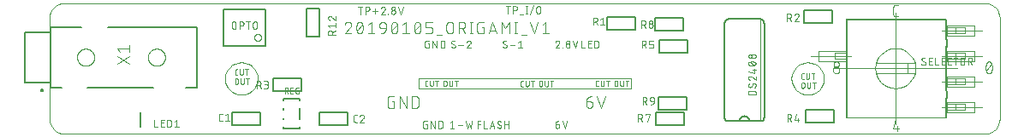
<source format=gto>
G04 EAGLE Gerber RS-274X export*
G75*
%MOMM*%
%FSLAX34Y34*%
%LPD*%
%INSilk top*%
%IPPOS*%
%AMOC8*
5,1,8,0,0,1.08239X$1,22.5*%
G01*
%ADD10C,0.101600*%
%ADD11C,0.001000*%
%ADD12C,0.050800*%
%ADD13C,0.152400*%
%ADD14C,0.076200*%
%ADD15C,0.203200*%
%ADD16C,0.127000*%
%ADD17C,0.200000*%
%ADD18C,0.000000*%


D10*
X75279Y426335D02*
X75277Y426442D01*
X75271Y426548D01*
X75261Y426654D01*
X75248Y426760D01*
X75230Y426866D01*
X75209Y426970D01*
X75184Y427074D01*
X75155Y427177D01*
X75123Y427278D01*
X75086Y427378D01*
X75046Y427477D01*
X75003Y427575D01*
X74956Y427671D01*
X74905Y427765D01*
X74851Y427857D01*
X74794Y427947D01*
X74734Y428035D01*
X74670Y428120D01*
X74603Y428203D01*
X74533Y428284D01*
X74461Y428362D01*
X74385Y428438D01*
X74307Y428510D01*
X74226Y428580D01*
X74143Y428647D01*
X74058Y428711D01*
X73970Y428771D01*
X73880Y428828D01*
X73788Y428882D01*
X73694Y428933D01*
X73598Y428980D01*
X73500Y429023D01*
X73401Y429063D01*
X73301Y429100D01*
X73200Y429132D01*
X73097Y429161D01*
X72993Y429186D01*
X72889Y429207D01*
X72783Y429225D01*
X72677Y429238D01*
X72571Y429248D01*
X72465Y429254D01*
X72358Y429256D01*
X72237Y429254D01*
X72116Y429248D01*
X71996Y429238D01*
X71875Y429225D01*
X71756Y429207D01*
X71636Y429186D01*
X71518Y429161D01*
X71401Y429132D01*
X71284Y429099D01*
X71169Y429063D01*
X71055Y429022D01*
X70942Y428979D01*
X70830Y428931D01*
X70721Y428880D01*
X70613Y428825D01*
X70506Y428767D01*
X70402Y428706D01*
X70300Y428641D01*
X70200Y428573D01*
X70102Y428502D01*
X70006Y428428D01*
X69913Y428351D01*
X69823Y428270D01*
X69735Y428187D01*
X69650Y428101D01*
X69567Y428012D01*
X69488Y427921D01*
X69411Y427827D01*
X69338Y427731D01*
X69268Y427633D01*
X69201Y427532D01*
X69137Y427429D01*
X69077Y427324D01*
X69020Y427217D01*
X68966Y427109D01*
X68916Y426999D01*
X68870Y426887D01*
X68827Y426774D01*
X68788Y426659D01*
X74306Y424063D02*
X74385Y424140D01*
X74461Y424221D01*
X74534Y424304D01*
X74604Y424389D01*
X74671Y424477D01*
X74735Y424567D01*
X74795Y424659D01*
X74852Y424754D01*
X74906Y424850D01*
X74957Y424948D01*
X75004Y425048D01*
X75048Y425150D01*
X75088Y425253D01*
X75124Y425357D01*
X75156Y425463D01*
X75185Y425569D01*
X75210Y425677D01*
X75232Y425785D01*
X75249Y425895D01*
X75263Y426004D01*
X75272Y426114D01*
X75278Y426225D01*
X75280Y426335D01*
X74306Y424063D02*
X68788Y417572D01*
X75279Y417572D01*
X80219Y423414D02*
X80222Y423644D01*
X80230Y423874D01*
X80244Y424103D01*
X80263Y424332D01*
X80288Y424561D01*
X80318Y424788D01*
X80353Y425016D01*
X80394Y425242D01*
X80440Y425467D01*
X80492Y425691D01*
X80549Y425913D01*
X80611Y426135D01*
X80679Y426354D01*
X80752Y426572D01*
X80830Y426789D01*
X80913Y427003D01*
X81001Y427215D01*
X81094Y427425D01*
X81193Y427633D01*
X81192Y427633D02*
X81225Y427723D01*
X81261Y427812D01*
X81301Y427900D01*
X81345Y427985D01*
X81392Y428069D01*
X81442Y428151D01*
X81496Y428231D01*
X81552Y428308D01*
X81612Y428384D01*
X81675Y428457D01*
X81740Y428527D01*
X81809Y428595D01*
X81880Y428659D01*
X81953Y428721D01*
X82029Y428780D01*
X82107Y428836D01*
X82188Y428889D01*
X82270Y428938D01*
X82354Y428984D01*
X82441Y429027D01*
X82528Y429066D01*
X82618Y429102D01*
X82708Y429134D01*
X82800Y429162D01*
X82893Y429187D01*
X82987Y429208D01*
X83081Y429225D01*
X83176Y429239D01*
X83272Y429248D01*
X83368Y429254D01*
X83464Y429256D01*
X83560Y429254D01*
X83656Y429248D01*
X83752Y429239D01*
X83847Y429225D01*
X83941Y429208D01*
X84035Y429187D01*
X84128Y429162D01*
X84220Y429134D01*
X84310Y429102D01*
X84400Y429066D01*
X84487Y429027D01*
X84574Y428984D01*
X84658Y428938D01*
X84740Y428889D01*
X84821Y428836D01*
X84899Y428780D01*
X84975Y428721D01*
X85048Y428659D01*
X85119Y428595D01*
X85188Y428527D01*
X85253Y428457D01*
X85316Y428384D01*
X85376Y428308D01*
X85432Y428231D01*
X85486Y428151D01*
X85536Y428069D01*
X85583Y427985D01*
X85627Y427900D01*
X85667Y427812D01*
X85703Y427723D01*
X85736Y427633D01*
X85835Y427426D01*
X85928Y427216D01*
X86016Y427003D01*
X86099Y426789D01*
X86177Y426573D01*
X86250Y426355D01*
X86318Y426135D01*
X86380Y425914D01*
X86437Y425691D01*
X86489Y425467D01*
X86535Y425242D01*
X86576Y425016D01*
X86611Y424789D01*
X86641Y424561D01*
X86666Y424332D01*
X86685Y424103D01*
X86699Y423874D01*
X86707Y423644D01*
X86710Y423414D01*
X80218Y423414D02*
X80221Y423184D01*
X80229Y422954D01*
X80243Y422725D01*
X80262Y422496D01*
X80287Y422267D01*
X80317Y422039D01*
X80352Y421812D01*
X80393Y421586D01*
X80439Y421361D01*
X80491Y421137D01*
X80548Y420914D01*
X80610Y420693D01*
X80678Y420473D01*
X80751Y420255D01*
X80829Y420039D01*
X80912Y419825D01*
X81000Y419613D01*
X81093Y419402D01*
X81192Y419195D01*
X81225Y419105D01*
X81261Y419016D01*
X81302Y418928D01*
X81345Y418843D01*
X81392Y418759D01*
X81442Y418677D01*
X81496Y418597D01*
X81552Y418520D01*
X81612Y418444D01*
X81675Y418371D01*
X81740Y418301D01*
X81809Y418233D01*
X81880Y418169D01*
X81953Y418107D01*
X82029Y418048D01*
X82107Y417992D01*
X82188Y417939D01*
X82270Y417890D01*
X82354Y417844D01*
X82441Y417801D01*
X82528Y417762D01*
X82618Y417726D01*
X82708Y417694D01*
X82800Y417666D01*
X82893Y417641D01*
X82987Y417620D01*
X83081Y417603D01*
X83176Y417589D01*
X83272Y417580D01*
X83368Y417574D01*
X83464Y417572D01*
X85736Y419195D02*
X85835Y419402D01*
X85928Y419613D01*
X86016Y419825D01*
X86099Y420039D01*
X86177Y420255D01*
X86250Y420473D01*
X86318Y420693D01*
X86380Y420914D01*
X86437Y421137D01*
X86489Y421361D01*
X86535Y421586D01*
X86576Y421812D01*
X86611Y422039D01*
X86641Y422267D01*
X86666Y422496D01*
X86685Y422725D01*
X86699Y422954D01*
X86707Y423184D01*
X86710Y423414D01*
X85736Y419195D02*
X85703Y419105D01*
X85667Y419016D01*
X85627Y418928D01*
X85583Y418843D01*
X85536Y418759D01*
X85486Y418677D01*
X85432Y418597D01*
X85376Y418520D01*
X85316Y418444D01*
X85253Y418371D01*
X85188Y418301D01*
X85119Y418233D01*
X85048Y418169D01*
X84975Y418107D01*
X84899Y418048D01*
X84821Y417992D01*
X84740Y417939D01*
X84658Y417890D01*
X84574Y417844D01*
X84487Y417801D01*
X84400Y417762D01*
X84310Y417726D01*
X84220Y417694D01*
X84128Y417666D01*
X84035Y417641D01*
X83941Y417620D01*
X83847Y417603D01*
X83752Y417589D01*
X83656Y417580D01*
X83560Y417574D01*
X83464Y417572D01*
X80867Y420168D02*
X86060Y426660D01*
X91648Y426660D02*
X94894Y429256D01*
X94894Y417572D01*
X98139Y417572D02*
X91648Y417572D01*
X105675Y422765D02*
X109569Y422765D01*
X105675Y422765D02*
X105576Y422767D01*
X105476Y422773D01*
X105377Y422782D01*
X105279Y422795D01*
X105181Y422812D01*
X105083Y422833D01*
X104987Y422858D01*
X104892Y422886D01*
X104798Y422918D01*
X104705Y422953D01*
X104613Y422992D01*
X104523Y423035D01*
X104435Y423080D01*
X104348Y423130D01*
X104264Y423182D01*
X104181Y423238D01*
X104101Y423296D01*
X104023Y423358D01*
X103948Y423423D01*
X103875Y423491D01*
X103805Y423561D01*
X103737Y423634D01*
X103672Y423709D01*
X103610Y423787D01*
X103552Y423867D01*
X103496Y423950D01*
X103444Y424034D01*
X103394Y424121D01*
X103349Y424209D01*
X103306Y424299D01*
X103267Y424391D01*
X103232Y424484D01*
X103200Y424578D01*
X103172Y424673D01*
X103147Y424769D01*
X103126Y424867D01*
X103109Y424965D01*
X103096Y425063D01*
X103087Y425162D01*
X103081Y425262D01*
X103079Y425361D01*
X103078Y425361D02*
X103078Y426010D01*
X103080Y426123D01*
X103086Y426236D01*
X103096Y426349D01*
X103110Y426462D01*
X103127Y426574D01*
X103149Y426685D01*
X103174Y426795D01*
X103204Y426905D01*
X103237Y427013D01*
X103274Y427120D01*
X103314Y427226D01*
X103359Y427330D01*
X103407Y427433D01*
X103458Y427534D01*
X103513Y427633D01*
X103571Y427730D01*
X103633Y427825D01*
X103698Y427918D01*
X103766Y428008D01*
X103837Y428096D01*
X103912Y428182D01*
X103989Y428265D01*
X104069Y428345D01*
X104152Y428422D01*
X104238Y428497D01*
X104326Y428568D01*
X104416Y428636D01*
X104509Y428701D01*
X104604Y428763D01*
X104701Y428821D01*
X104800Y428876D01*
X104901Y428927D01*
X105004Y428975D01*
X105108Y429020D01*
X105214Y429060D01*
X105321Y429097D01*
X105429Y429130D01*
X105539Y429160D01*
X105649Y429185D01*
X105760Y429207D01*
X105872Y429224D01*
X105985Y429238D01*
X106098Y429248D01*
X106211Y429254D01*
X106324Y429256D01*
X106437Y429254D01*
X106550Y429248D01*
X106663Y429238D01*
X106776Y429224D01*
X106888Y429207D01*
X106999Y429185D01*
X107109Y429160D01*
X107219Y429130D01*
X107327Y429097D01*
X107434Y429060D01*
X107540Y429020D01*
X107644Y428975D01*
X107747Y428927D01*
X107848Y428876D01*
X107947Y428821D01*
X108044Y428763D01*
X108139Y428701D01*
X108232Y428636D01*
X108322Y428568D01*
X108410Y428497D01*
X108496Y428422D01*
X108579Y428345D01*
X108659Y428265D01*
X108736Y428182D01*
X108811Y428096D01*
X108882Y428008D01*
X108950Y427918D01*
X109015Y427825D01*
X109077Y427730D01*
X109135Y427633D01*
X109190Y427534D01*
X109241Y427433D01*
X109289Y427330D01*
X109334Y427226D01*
X109374Y427120D01*
X109411Y427013D01*
X109444Y426905D01*
X109474Y426795D01*
X109499Y426685D01*
X109521Y426574D01*
X109538Y426462D01*
X109552Y426349D01*
X109562Y426236D01*
X109568Y426123D01*
X109570Y426010D01*
X109569Y426010D02*
X109569Y422765D01*
X109567Y422622D01*
X109561Y422479D01*
X109551Y422336D01*
X109537Y422194D01*
X109520Y422052D01*
X109498Y421910D01*
X109473Y421769D01*
X109443Y421629D01*
X109410Y421490D01*
X109373Y421352D01*
X109332Y421215D01*
X109288Y421079D01*
X109239Y420944D01*
X109187Y420811D01*
X109132Y420679D01*
X109072Y420549D01*
X109009Y420420D01*
X108943Y420293D01*
X108873Y420168D01*
X108800Y420046D01*
X108723Y419925D01*
X108643Y419806D01*
X108560Y419690D01*
X108474Y419575D01*
X108385Y419464D01*
X108292Y419354D01*
X108197Y419248D01*
X108098Y419144D01*
X107997Y419043D01*
X107893Y418944D01*
X107787Y418849D01*
X107677Y418756D01*
X107566Y418667D01*
X107451Y418581D01*
X107335Y418498D01*
X107216Y418418D01*
X107095Y418341D01*
X106972Y418268D01*
X106848Y418198D01*
X106721Y418132D01*
X106592Y418069D01*
X106462Y418009D01*
X106330Y417954D01*
X106197Y417902D01*
X106062Y417853D01*
X105926Y417809D01*
X105789Y417768D01*
X105651Y417731D01*
X105512Y417698D01*
X105372Y417668D01*
X105231Y417643D01*
X105089Y417621D01*
X104947Y417604D01*
X104805Y417590D01*
X104662Y417580D01*
X104519Y417574D01*
X104376Y417572D01*
X114509Y423414D02*
X114512Y423644D01*
X114520Y423874D01*
X114534Y424103D01*
X114553Y424332D01*
X114578Y424561D01*
X114608Y424788D01*
X114643Y425016D01*
X114684Y425242D01*
X114730Y425467D01*
X114782Y425691D01*
X114839Y425913D01*
X114901Y426135D01*
X114969Y426354D01*
X115042Y426572D01*
X115120Y426789D01*
X115203Y427003D01*
X115291Y427215D01*
X115384Y427425D01*
X115483Y427633D01*
X115482Y427633D02*
X115515Y427723D01*
X115551Y427812D01*
X115591Y427900D01*
X115635Y427985D01*
X115682Y428069D01*
X115732Y428151D01*
X115786Y428231D01*
X115842Y428308D01*
X115902Y428384D01*
X115965Y428457D01*
X116030Y428527D01*
X116099Y428595D01*
X116170Y428659D01*
X116243Y428721D01*
X116319Y428780D01*
X116397Y428836D01*
X116478Y428889D01*
X116560Y428938D01*
X116644Y428984D01*
X116731Y429027D01*
X116818Y429066D01*
X116908Y429102D01*
X116998Y429134D01*
X117090Y429162D01*
X117183Y429187D01*
X117277Y429208D01*
X117371Y429225D01*
X117466Y429239D01*
X117562Y429248D01*
X117658Y429254D01*
X117754Y429256D01*
X117850Y429254D01*
X117946Y429248D01*
X118042Y429239D01*
X118137Y429225D01*
X118231Y429208D01*
X118325Y429187D01*
X118418Y429162D01*
X118510Y429134D01*
X118600Y429102D01*
X118690Y429066D01*
X118777Y429027D01*
X118864Y428984D01*
X118948Y428938D01*
X119030Y428889D01*
X119111Y428836D01*
X119189Y428780D01*
X119265Y428721D01*
X119338Y428659D01*
X119409Y428595D01*
X119478Y428527D01*
X119543Y428457D01*
X119606Y428384D01*
X119666Y428308D01*
X119722Y428231D01*
X119776Y428151D01*
X119826Y428069D01*
X119873Y427985D01*
X119917Y427900D01*
X119957Y427812D01*
X119993Y427723D01*
X120026Y427633D01*
X120125Y427426D01*
X120218Y427216D01*
X120306Y427003D01*
X120389Y426789D01*
X120467Y426573D01*
X120540Y426355D01*
X120608Y426135D01*
X120670Y425914D01*
X120727Y425691D01*
X120779Y425467D01*
X120825Y425242D01*
X120866Y425016D01*
X120901Y424789D01*
X120931Y424561D01*
X120956Y424332D01*
X120975Y424103D01*
X120989Y423874D01*
X120997Y423644D01*
X121000Y423414D01*
X114508Y423414D02*
X114511Y423184D01*
X114519Y422954D01*
X114533Y422725D01*
X114552Y422496D01*
X114577Y422267D01*
X114607Y422039D01*
X114642Y421812D01*
X114683Y421586D01*
X114729Y421361D01*
X114781Y421137D01*
X114838Y420914D01*
X114900Y420693D01*
X114968Y420473D01*
X115041Y420255D01*
X115119Y420039D01*
X115202Y419825D01*
X115290Y419613D01*
X115383Y419402D01*
X115482Y419195D01*
X115515Y419105D01*
X115551Y419016D01*
X115592Y418928D01*
X115635Y418843D01*
X115682Y418759D01*
X115732Y418677D01*
X115786Y418597D01*
X115842Y418520D01*
X115902Y418444D01*
X115965Y418371D01*
X116030Y418301D01*
X116099Y418233D01*
X116170Y418169D01*
X116243Y418107D01*
X116319Y418048D01*
X116397Y417992D01*
X116478Y417939D01*
X116560Y417890D01*
X116644Y417844D01*
X116731Y417801D01*
X116818Y417762D01*
X116908Y417726D01*
X116998Y417694D01*
X117090Y417666D01*
X117183Y417641D01*
X117277Y417620D01*
X117371Y417603D01*
X117466Y417589D01*
X117562Y417580D01*
X117658Y417574D01*
X117754Y417572D01*
X120026Y419195D02*
X120125Y419402D01*
X120218Y419613D01*
X120306Y419825D01*
X120389Y420039D01*
X120467Y420255D01*
X120540Y420473D01*
X120608Y420693D01*
X120670Y420914D01*
X120727Y421137D01*
X120779Y421361D01*
X120825Y421586D01*
X120866Y421812D01*
X120901Y422039D01*
X120931Y422267D01*
X120956Y422496D01*
X120975Y422725D01*
X120989Y422954D01*
X120997Y423184D01*
X121000Y423414D01*
X120026Y419195D02*
X119993Y419105D01*
X119957Y419016D01*
X119917Y418928D01*
X119873Y418843D01*
X119826Y418759D01*
X119776Y418677D01*
X119722Y418597D01*
X119666Y418520D01*
X119606Y418444D01*
X119543Y418371D01*
X119478Y418301D01*
X119409Y418233D01*
X119338Y418169D01*
X119265Y418107D01*
X119189Y418048D01*
X119111Y417992D01*
X119030Y417939D01*
X118948Y417890D01*
X118864Y417844D01*
X118777Y417801D01*
X118690Y417762D01*
X118600Y417726D01*
X118510Y417694D01*
X118418Y417666D01*
X118325Y417641D01*
X118231Y417620D01*
X118137Y417603D01*
X118042Y417589D01*
X117946Y417580D01*
X117850Y417574D01*
X117754Y417572D01*
X115157Y420168D02*
X120350Y426660D01*
X125938Y426660D02*
X129184Y429256D01*
X129184Y417572D01*
X132429Y417572D02*
X125938Y417572D01*
X137369Y423414D02*
X137372Y423644D01*
X137380Y423874D01*
X137394Y424103D01*
X137413Y424332D01*
X137438Y424561D01*
X137468Y424788D01*
X137503Y425016D01*
X137544Y425242D01*
X137590Y425467D01*
X137642Y425691D01*
X137699Y425913D01*
X137761Y426135D01*
X137829Y426354D01*
X137902Y426572D01*
X137980Y426789D01*
X138063Y427003D01*
X138151Y427215D01*
X138244Y427425D01*
X138343Y427633D01*
X138342Y427633D02*
X138375Y427723D01*
X138411Y427812D01*
X138451Y427900D01*
X138495Y427985D01*
X138542Y428069D01*
X138592Y428151D01*
X138646Y428231D01*
X138702Y428308D01*
X138762Y428384D01*
X138825Y428457D01*
X138890Y428527D01*
X138959Y428595D01*
X139030Y428659D01*
X139103Y428721D01*
X139179Y428780D01*
X139257Y428836D01*
X139338Y428889D01*
X139420Y428938D01*
X139504Y428984D01*
X139591Y429027D01*
X139678Y429066D01*
X139768Y429102D01*
X139858Y429134D01*
X139950Y429162D01*
X140043Y429187D01*
X140137Y429208D01*
X140231Y429225D01*
X140326Y429239D01*
X140422Y429248D01*
X140518Y429254D01*
X140614Y429256D01*
X140710Y429254D01*
X140806Y429248D01*
X140902Y429239D01*
X140997Y429225D01*
X141091Y429208D01*
X141185Y429187D01*
X141278Y429162D01*
X141370Y429134D01*
X141460Y429102D01*
X141550Y429066D01*
X141637Y429027D01*
X141724Y428984D01*
X141808Y428938D01*
X141890Y428889D01*
X141971Y428836D01*
X142049Y428780D01*
X142125Y428721D01*
X142198Y428659D01*
X142269Y428595D01*
X142338Y428527D01*
X142403Y428457D01*
X142466Y428384D01*
X142526Y428308D01*
X142582Y428231D01*
X142636Y428151D01*
X142686Y428069D01*
X142733Y427985D01*
X142777Y427900D01*
X142817Y427812D01*
X142853Y427723D01*
X142886Y427633D01*
X142985Y427426D01*
X143078Y427216D01*
X143166Y427003D01*
X143249Y426789D01*
X143327Y426573D01*
X143400Y426355D01*
X143468Y426135D01*
X143530Y425914D01*
X143587Y425691D01*
X143639Y425467D01*
X143685Y425242D01*
X143726Y425016D01*
X143761Y424789D01*
X143791Y424561D01*
X143816Y424332D01*
X143835Y424103D01*
X143849Y423874D01*
X143857Y423644D01*
X143860Y423414D01*
X137368Y423414D02*
X137371Y423184D01*
X137379Y422954D01*
X137393Y422725D01*
X137412Y422496D01*
X137437Y422267D01*
X137467Y422039D01*
X137502Y421812D01*
X137543Y421586D01*
X137589Y421361D01*
X137641Y421137D01*
X137698Y420914D01*
X137760Y420693D01*
X137828Y420473D01*
X137901Y420255D01*
X137979Y420039D01*
X138062Y419825D01*
X138150Y419613D01*
X138243Y419402D01*
X138342Y419195D01*
X138375Y419105D01*
X138411Y419016D01*
X138452Y418928D01*
X138495Y418843D01*
X138542Y418759D01*
X138592Y418677D01*
X138646Y418597D01*
X138702Y418520D01*
X138762Y418444D01*
X138825Y418371D01*
X138890Y418301D01*
X138959Y418233D01*
X139030Y418169D01*
X139103Y418107D01*
X139179Y418048D01*
X139257Y417992D01*
X139338Y417939D01*
X139420Y417890D01*
X139504Y417844D01*
X139591Y417801D01*
X139678Y417762D01*
X139768Y417726D01*
X139858Y417694D01*
X139950Y417666D01*
X140043Y417641D01*
X140137Y417620D01*
X140231Y417603D01*
X140326Y417589D01*
X140422Y417580D01*
X140518Y417574D01*
X140614Y417572D01*
X142885Y419195D02*
X142984Y419402D01*
X143077Y419613D01*
X143165Y419825D01*
X143248Y420039D01*
X143326Y420255D01*
X143399Y420473D01*
X143467Y420693D01*
X143529Y420914D01*
X143586Y421137D01*
X143638Y421361D01*
X143684Y421586D01*
X143725Y421812D01*
X143760Y422039D01*
X143790Y422267D01*
X143815Y422496D01*
X143834Y422725D01*
X143848Y422954D01*
X143856Y423184D01*
X143859Y423414D01*
X142886Y419195D02*
X142853Y419105D01*
X142817Y419016D01*
X142777Y418928D01*
X142733Y418843D01*
X142686Y418759D01*
X142636Y418677D01*
X142582Y418597D01*
X142526Y418520D01*
X142466Y418444D01*
X142403Y418371D01*
X142338Y418301D01*
X142269Y418233D01*
X142198Y418169D01*
X142125Y418107D01*
X142049Y418048D01*
X141971Y417992D01*
X141890Y417939D01*
X141808Y417890D01*
X141724Y417844D01*
X141637Y417801D01*
X141550Y417762D01*
X141460Y417726D01*
X141370Y417694D01*
X141278Y417666D01*
X141185Y417641D01*
X141091Y417620D01*
X140997Y417603D01*
X140902Y417589D01*
X140806Y417580D01*
X140710Y417574D01*
X140614Y417572D01*
X138017Y420168D02*
X143210Y426660D01*
X148798Y417572D02*
X152693Y417572D01*
X152792Y417574D01*
X152892Y417580D01*
X152991Y417589D01*
X153089Y417602D01*
X153187Y417619D01*
X153285Y417640D01*
X153381Y417665D01*
X153476Y417693D01*
X153570Y417725D01*
X153663Y417760D01*
X153755Y417799D01*
X153845Y417842D01*
X153933Y417887D01*
X154020Y417937D01*
X154104Y417989D01*
X154187Y418045D01*
X154267Y418103D01*
X154345Y418165D01*
X154420Y418230D01*
X154493Y418298D01*
X154563Y418368D01*
X154631Y418441D01*
X154696Y418516D01*
X154758Y418594D01*
X154816Y418674D01*
X154872Y418757D01*
X154924Y418841D01*
X154974Y418928D01*
X155019Y419016D01*
X155062Y419106D01*
X155101Y419198D01*
X155136Y419291D01*
X155168Y419385D01*
X155196Y419480D01*
X155221Y419576D01*
X155242Y419674D01*
X155259Y419772D01*
X155272Y419870D01*
X155281Y419969D01*
X155287Y420069D01*
X155289Y420168D01*
X155289Y421467D01*
X155287Y421566D01*
X155281Y421666D01*
X155272Y421765D01*
X155259Y421863D01*
X155242Y421961D01*
X155221Y422059D01*
X155196Y422155D01*
X155168Y422250D01*
X155136Y422344D01*
X155101Y422437D01*
X155062Y422529D01*
X155019Y422619D01*
X154974Y422707D01*
X154924Y422794D01*
X154872Y422878D01*
X154816Y422961D01*
X154758Y423041D01*
X154696Y423119D01*
X154631Y423194D01*
X154563Y423267D01*
X154493Y423337D01*
X154420Y423405D01*
X154345Y423470D01*
X154267Y423532D01*
X154187Y423590D01*
X154104Y423646D01*
X154020Y423698D01*
X153933Y423748D01*
X153845Y423793D01*
X153755Y423836D01*
X153663Y423875D01*
X153570Y423910D01*
X153476Y423942D01*
X153381Y423970D01*
X153285Y423995D01*
X153187Y424016D01*
X153089Y424033D01*
X152991Y424046D01*
X152892Y424055D01*
X152792Y424061D01*
X152693Y424063D01*
X148798Y424063D01*
X148798Y429256D01*
X155289Y429256D01*
X159734Y416274D02*
X164927Y416274D01*
X169372Y420818D02*
X169372Y426010D01*
X169374Y426123D01*
X169380Y426236D01*
X169390Y426349D01*
X169404Y426462D01*
X169421Y426574D01*
X169443Y426685D01*
X169468Y426795D01*
X169498Y426905D01*
X169531Y427013D01*
X169568Y427120D01*
X169608Y427226D01*
X169653Y427330D01*
X169701Y427433D01*
X169752Y427534D01*
X169807Y427633D01*
X169865Y427730D01*
X169927Y427825D01*
X169992Y427918D01*
X170060Y428008D01*
X170131Y428096D01*
X170206Y428182D01*
X170283Y428265D01*
X170363Y428345D01*
X170446Y428422D01*
X170532Y428497D01*
X170620Y428568D01*
X170710Y428636D01*
X170803Y428701D01*
X170898Y428763D01*
X170995Y428821D01*
X171094Y428876D01*
X171195Y428927D01*
X171298Y428975D01*
X171402Y429020D01*
X171508Y429060D01*
X171615Y429097D01*
X171723Y429130D01*
X171833Y429160D01*
X171943Y429185D01*
X172054Y429207D01*
X172166Y429224D01*
X172279Y429238D01*
X172392Y429248D01*
X172505Y429254D01*
X172618Y429256D01*
X172731Y429254D01*
X172844Y429248D01*
X172957Y429238D01*
X173070Y429224D01*
X173182Y429207D01*
X173293Y429185D01*
X173403Y429160D01*
X173513Y429130D01*
X173621Y429097D01*
X173728Y429060D01*
X173834Y429020D01*
X173938Y428975D01*
X174041Y428927D01*
X174142Y428876D01*
X174241Y428821D01*
X174338Y428763D01*
X174433Y428701D01*
X174526Y428636D01*
X174616Y428568D01*
X174704Y428497D01*
X174790Y428422D01*
X174873Y428345D01*
X174953Y428265D01*
X175030Y428182D01*
X175105Y428096D01*
X175176Y428008D01*
X175244Y427918D01*
X175309Y427825D01*
X175371Y427730D01*
X175429Y427633D01*
X175484Y427534D01*
X175535Y427433D01*
X175583Y427330D01*
X175628Y427226D01*
X175668Y427120D01*
X175705Y427013D01*
X175738Y426905D01*
X175768Y426795D01*
X175793Y426685D01*
X175815Y426574D01*
X175832Y426462D01*
X175846Y426349D01*
X175856Y426236D01*
X175862Y426123D01*
X175864Y426010D01*
X175863Y426010D02*
X175863Y420818D01*
X175864Y420818D02*
X175862Y420705D01*
X175856Y420592D01*
X175846Y420479D01*
X175832Y420366D01*
X175815Y420254D01*
X175793Y420143D01*
X175768Y420033D01*
X175738Y419923D01*
X175705Y419815D01*
X175668Y419708D01*
X175628Y419602D01*
X175583Y419498D01*
X175535Y419395D01*
X175484Y419294D01*
X175429Y419195D01*
X175371Y419098D01*
X175309Y419003D01*
X175244Y418910D01*
X175176Y418820D01*
X175105Y418732D01*
X175030Y418646D01*
X174953Y418563D01*
X174873Y418483D01*
X174790Y418406D01*
X174704Y418331D01*
X174616Y418260D01*
X174526Y418192D01*
X174433Y418127D01*
X174338Y418065D01*
X174241Y418007D01*
X174142Y417952D01*
X174041Y417901D01*
X173938Y417853D01*
X173834Y417808D01*
X173728Y417768D01*
X173621Y417731D01*
X173513Y417698D01*
X173403Y417668D01*
X173293Y417643D01*
X173182Y417621D01*
X173070Y417604D01*
X172957Y417590D01*
X172844Y417580D01*
X172731Y417574D01*
X172618Y417572D01*
X172505Y417574D01*
X172392Y417580D01*
X172279Y417590D01*
X172166Y417604D01*
X172054Y417621D01*
X171943Y417643D01*
X171833Y417668D01*
X171723Y417698D01*
X171615Y417731D01*
X171508Y417768D01*
X171402Y417808D01*
X171298Y417853D01*
X171195Y417901D01*
X171094Y417952D01*
X170995Y418007D01*
X170898Y418065D01*
X170803Y418127D01*
X170710Y418192D01*
X170620Y418260D01*
X170532Y418331D01*
X170446Y418406D01*
X170363Y418483D01*
X170283Y418563D01*
X170206Y418646D01*
X170131Y418732D01*
X170060Y418820D01*
X169992Y418910D01*
X169927Y419003D01*
X169865Y419098D01*
X169807Y419195D01*
X169752Y419294D01*
X169701Y419395D01*
X169653Y419498D01*
X169608Y419602D01*
X169568Y419708D01*
X169531Y419815D01*
X169498Y419923D01*
X169468Y420033D01*
X169443Y420143D01*
X169421Y420254D01*
X169404Y420366D01*
X169390Y420479D01*
X169380Y420592D01*
X169374Y420705D01*
X169372Y420818D01*
X181257Y417572D02*
X181257Y429256D01*
X184502Y429256D01*
X184615Y429254D01*
X184728Y429248D01*
X184841Y429238D01*
X184954Y429224D01*
X185066Y429207D01*
X185177Y429185D01*
X185287Y429160D01*
X185397Y429130D01*
X185505Y429097D01*
X185612Y429060D01*
X185718Y429020D01*
X185822Y428975D01*
X185925Y428927D01*
X186026Y428876D01*
X186125Y428821D01*
X186222Y428763D01*
X186317Y428701D01*
X186410Y428636D01*
X186500Y428568D01*
X186588Y428497D01*
X186674Y428422D01*
X186757Y428345D01*
X186837Y428265D01*
X186914Y428182D01*
X186989Y428096D01*
X187060Y428008D01*
X187128Y427918D01*
X187193Y427825D01*
X187255Y427730D01*
X187313Y427633D01*
X187368Y427534D01*
X187419Y427433D01*
X187467Y427330D01*
X187512Y427226D01*
X187552Y427120D01*
X187589Y427013D01*
X187622Y426905D01*
X187652Y426795D01*
X187677Y426685D01*
X187699Y426574D01*
X187716Y426462D01*
X187730Y426349D01*
X187740Y426236D01*
X187746Y426123D01*
X187748Y426010D01*
X187746Y425897D01*
X187740Y425784D01*
X187730Y425671D01*
X187716Y425558D01*
X187699Y425446D01*
X187677Y425335D01*
X187652Y425225D01*
X187622Y425115D01*
X187589Y425007D01*
X187552Y424900D01*
X187512Y424794D01*
X187467Y424690D01*
X187419Y424587D01*
X187368Y424486D01*
X187313Y424387D01*
X187255Y424290D01*
X187193Y424195D01*
X187128Y424102D01*
X187060Y424012D01*
X186989Y423924D01*
X186914Y423838D01*
X186837Y423755D01*
X186757Y423675D01*
X186674Y423598D01*
X186588Y423523D01*
X186500Y423452D01*
X186410Y423384D01*
X186317Y423319D01*
X186222Y423257D01*
X186125Y423199D01*
X186026Y423144D01*
X185925Y423093D01*
X185822Y423045D01*
X185718Y423000D01*
X185612Y422960D01*
X185505Y422923D01*
X185397Y422890D01*
X185287Y422860D01*
X185177Y422835D01*
X185066Y422813D01*
X184954Y422796D01*
X184841Y422782D01*
X184728Y422772D01*
X184615Y422766D01*
X184502Y422764D01*
X184502Y422765D02*
X181257Y422765D01*
X185151Y422765D02*
X187748Y417572D01*
X193573Y417572D02*
X193573Y429256D01*
X192274Y417572D02*
X194871Y417572D01*
X194871Y429256D02*
X192274Y429256D01*
X204396Y424063D02*
X206343Y424063D01*
X206343Y417572D01*
X202448Y417572D01*
X202349Y417574D01*
X202249Y417580D01*
X202150Y417589D01*
X202052Y417602D01*
X201954Y417619D01*
X201856Y417640D01*
X201760Y417665D01*
X201665Y417693D01*
X201571Y417725D01*
X201478Y417760D01*
X201386Y417799D01*
X201296Y417842D01*
X201208Y417887D01*
X201121Y417937D01*
X201037Y417989D01*
X200954Y418045D01*
X200874Y418103D01*
X200796Y418165D01*
X200721Y418230D01*
X200648Y418298D01*
X200578Y418368D01*
X200510Y418441D01*
X200445Y418516D01*
X200383Y418594D01*
X200325Y418674D01*
X200269Y418757D01*
X200217Y418841D01*
X200167Y418928D01*
X200122Y419016D01*
X200079Y419106D01*
X200040Y419198D01*
X200005Y419291D01*
X199973Y419385D01*
X199945Y419480D01*
X199920Y419576D01*
X199899Y419674D01*
X199882Y419772D01*
X199869Y419870D01*
X199860Y419969D01*
X199854Y420069D01*
X199852Y420168D01*
X199852Y426660D01*
X199854Y426759D01*
X199860Y426859D01*
X199869Y426958D01*
X199882Y427056D01*
X199899Y427154D01*
X199920Y427252D01*
X199945Y427348D01*
X199973Y427443D01*
X200005Y427537D01*
X200040Y427630D01*
X200079Y427722D01*
X200122Y427812D01*
X200167Y427900D01*
X200217Y427987D01*
X200269Y428071D01*
X200325Y428154D01*
X200383Y428234D01*
X200445Y428312D01*
X200510Y428387D01*
X200578Y428460D01*
X200648Y428530D01*
X200721Y428598D01*
X200796Y428663D01*
X200874Y428725D01*
X200954Y428783D01*
X201037Y428839D01*
X201121Y428891D01*
X201208Y428941D01*
X201296Y428986D01*
X201386Y429029D01*
X201478Y429068D01*
X201570Y429103D01*
X201665Y429135D01*
X201760Y429163D01*
X201856Y429188D01*
X201954Y429209D01*
X202052Y429226D01*
X202150Y429239D01*
X202249Y429248D01*
X202349Y429254D01*
X202448Y429256D01*
X206343Y429256D01*
X214908Y429256D02*
X211014Y417572D01*
X218803Y417572D02*
X214908Y429256D01*
X217829Y420493D02*
X211987Y420493D01*
X223587Y417572D02*
X223587Y429256D01*
X227481Y422765D01*
X231376Y429256D01*
X231376Y417572D01*
X237768Y417572D02*
X237768Y429256D01*
X236470Y417572D02*
X239067Y417572D01*
X239067Y429256D02*
X236470Y429256D01*
X243173Y416274D02*
X248366Y416274D01*
X256056Y417572D02*
X252162Y429256D01*
X259951Y429256D02*
X256056Y417572D01*
X264241Y426660D02*
X267486Y429256D01*
X267486Y417572D01*
X264241Y417572D02*
X270732Y417572D01*
D11*
X701481Y447928D02*
X-208369Y447928D01*
X701481Y447928D02*
X704509Y447620D01*
X707335Y446739D01*
X709895Y445345D01*
X712128Y443500D01*
X713973Y441267D01*
X715367Y438707D01*
X716248Y435881D01*
X716556Y432853D01*
X716556Y333003D01*
X716248Y329975D01*
X715367Y327149D01*
X713973Y324589D01*
X712128Y322356D01*
X709895Y320511D01*
X707335Y319117D01*
X704509Y318236D01*
X701481Y317928D01*
X-208369Y317928D01*
X-211397Y318236D01*
X-214223Y319117D01*
X-216783Y320511D01*
X-219016Y322356D01*
X-220861Y324589D01*
X-222255Y327149D01*
X-223136Y329975D01*
X-223444Y333003D01*
X-223444Y432853D01*
X-223136Y435881D01*
X-222255Y438707D01*
X-220861Y441267D01*
X-219016Y443500D01*
X-216783Y445345D01*
X-214223Y446739D01*
X-211397Y447620D01*
X-208369Y447928D01*
X526556Y388978D02*
X529791Y388652D01*
X532803Y387717D01*
X535530Y386237D01*
X537905Y384277D01*
X539865Y381902D01*
X541345Y379175D01*
X542280Y376163D01*
X542606Y372928D01*
X542280Y369693D01*
X541345Y366681D01*
X539865Y363954D01*
X537905Y361579D01*
X535530Y359619D01*
X532803Y358139D01*
X529791Y357204D01*
X526556Y356878D01*
X523321Y357204D01*
X520309Y358139D01*
X517582Y359619D01*
X515207Y361579D01*
X513247Y363954D01*
X511767Y366681D01*
X510832Y369693D01*
X510506Y372928D01*
X510832Y376163D01*
X511767Y379175D01*
X513247Y381902D01*
X515207Y384277D01*
X517582Y386237D01*
X520309Y387717D01*
X523321Y388652D01*
X526556Y388978D01*
X-30209Y388652D02*
X-33444Y388978D01*
X-30209Y388652D02*
X-27197Y387717D01*
X-24470Y386237D01*
X-22095Y384277D01*
X-20135Y381902D01*
X-18655Y379175D01*
X-17720Y376163D01*
X-17394Y372928D01*
X-17720Y369693D01*
X-18655Y366681D01*
X-20135Y363954D01*
X-22095Y361579D01*
X-24470Y359619D01*
X-27197Y358139D01*
X-30209Y357204D01*
X-33444Y356878D01*
X-36679Y357204D01*
X-39691Y358139D01*
X-42418Y359619D01*
X-44793Y361579D01*
X-46753Y363954D01*
X-48233Y366681D01*
X-49168Y369693D01*
X-49494Y372928D01*
X-49168Y376163D01*
X-48233Y379175D01*
X-46753Y381902D01*
X-44793Y384277D01*
X-42418Y386237D01*
X-39691Y387717D01*
X-36679Y388652D01*
X-33444Y388978D01*
X141556Y362928D02*
X351556Y362928D01*
X351556Y372928D01*
X141556Y372928D01*
X141556Y362928D01*
X523425Y388670D02*
X526556Y388978D01*
X523425Y388670D02*
X520414Y387756D01*
X517639Y386273D01*
X515207Y384277D01*
X513211Y381845D01*
X511728Y379070D01*
X510814Y376059D01*
X510506Y372928D01*
X510814Y369797D01*
X511728Y366786D01*
X513211Y364011D01*
X515207Y361579D01*
X517639Y359583D01*
X520414Y358100D01*
X523425Y357186D01*
X526556Y356878D01*
X529687Y357186D01*
X532698Y358100D01*
X535473Y359583D01*
X537905Y361579D01*
X539901Y364011D01*
X541384Y366786D01*
X542298Y369797D01*
X542606Y372928D01*
X542298Y376059D01*
X541384Y379070D01*
X539901Y381845D01*
X537905Y384277D01*
X535473Y386273D01*
X532698Y387756D01*
X529687Y388670D01*
X526556Y388978D01*
X-33444Y388978D02*
X-36575Y388670D01*
X-39586Y387756D01*
X-42361Y386273D01*
X-44793Y384277D01*
X-46789Y381845D01*
X-48272Y379070D01*
X-49186Y376059D01*
X-49494Y372928D01*
X-49186Y369797D01*
X-48272Y366786D01*
X-46789Y364011D01*
X-44793Y361579D01*
X-42361Y359583D01*
X-39586Y358100D01*
X-36575Y357186D01*
X-33444Y356878D01*
X-30313Y357186D01*
X-27302Y358100D01*
X-24527Y359583D01*
X-22095Y361579D01*
X-20099Y364011D01*
X-18616Y366786D01*
X-17702Y369797D01*
X-17394Y372928D01*
X-17702Y376059D01*
X-18616Y379070D01*
X-20099Y381845D01*
X-22095Y384277D01*
X-24527Y386273D01*
X-27302Y387756D01*
X-30313Y388670D01*
X-33444Y388978D01*
D10*
X307508Y349999D02*
X311403Y349999D01*
X311502Y349997D01*
X311602Y349991D01*
X311701Y349982D01*
X311799Y349969D01*
X311897Y349952D01*
X311995Y349931D01*
X312091Y349906D01*
X312186Y349878D01*
X312280Y349846D01*
X312373Y349811D01*
X312465Y349772D01*
X312555Y349729D01*
X312643Y349684D01*
X312730Y349634D01*
X312814Y349582D01*
X312897Y349526D01*
X312977Y349468D01*
X313055Y349406D01*
X313130Y349341D01*
X313203Y349273D01*
X313273Y349203D01*
X313341Y349130D01*
X313406Y349055D01*
X313468Y348977D01*
X313526Y348897D01*
X313582Y348814D01*
X313634Y348730D01*
X313684Y348643D01*
X313729Y348555D01*
X313772Y348465D01*
X313811Y348373D01*
X313846Y348280D01*
X313878Y348186D01*
X313906Y348091D01*
X313931Y347995D01*
X313952Y347897D01*
X313969Y347799D01*
X313982Y347701D01*
X313991Y347602D01*
X313997Y347502D01*
X313999Y347403D01*
X313999Y346754D01*
X314000Y346754D02*
X313998Y346641D01*
X313992Y346528D01*
X313982Y346415D01*
X313968Y346302D01*
X313951Y346190D01*
X313929Y346079D01*
X313904Y345969D01*
X313874Y345859D01*
X313841Y345751D01*
X313804Y345644D01*
X313764Y345538D01*
X313719Y345434D01*
X313671Y345331D01*
X313620Y345230D01*
X313565Y345131D01*
X313507Y345034D01*
X313445Y344939D01*
X313380Y344846D01*
X313312Y344756D01*
X313241Y344668D01*
X313166Y344582D01*
X313089Y344499D01*
X313009Y344419D01*
X312926Y344342D01*
X312840Y344267D01*
X312752Y344196D01*
X312662Y344128D01*
X312569Y344063D01*
X312474Y344001D01*
X312377Y343943D01*
X312278Y343888D01*
X312177Y343837D01*
X312074Y343789D01*
X311970Y343744D01*
X311864Y343704D01*
X311757Y343667D01*
X311649Y343634D01*
X311539Y343604D01*
X311429Y343579D01*
X311318Y343557D01*
X311206Y343540D01*
X311093Y343526D01*
X310980Y343516D01*
X310867Y343510D01*
X310754Y343508D01*
X310641Y343510D01*
X310528Y343516D01*
X310415Y343526D01*
X310302Y343540D01*
X310190Y343557D01*
X310079Y343579D01*
X309969Y343604D01*
X309859Y343634D01*
X309751Y343667D01*
X309644Y343704D01*
X309538Y343744D01*
X309434Y343789D01*
X309331Y343837D01*
X309230Y343888D01*
X309131Y343943D01*
X309034Y344001D01*
X308939Y344063D01*
X308846Y344128D01*
X308756Y344196D01*
X308668Y344267D01*
X308582Y344342D01*
X308499Y344419D01*
X308419Y344499D01*
X308342Y344582D01*
X308267Y344668D01*
X308196Y344756D01*
X308128Y344846D01*
X308063Y344939D01*
X308001Y345034D01*
X307943Y345131D01*
X307888Y345230D01*
X307837Y345331D01*
X307789Y345434D01*
X307744Y345538D01*
X307704Y345644D01*
X307667Y345751D01*
X307634Y345859D01*
X307604Y345969D01*
X307579Y346079D01*
X307557Y346190D01*
X307540Y346302D01*
X307526Y346415D01*
X307516Y346528D01*
X307510Y346641D01*
X307508Y346754D01*
X307508Y349999D01*
X307510Y350142D01*
X307516Y350285D01*
X307526Y350428D01*
X307540Y350570D01*
X307557Y350712D01*
X307579Y350854D01*
X307604Y350995D01*
X307634Y351135D01*
X307667Y351274D01*
X307704Y351412D01*
X307745Y351549D01*
X307789Y351685D01*
X307838Y351820D01*
X307890Y351953D01*
X307945Y352085D01*
X308005Y352215D01*
X308068Y352344D01*
X308134Y352471D01*
X308204Y352595D01*
X308277Y352718D01*
X308354Y352839D01*
X308434Y352958D01*
X308517Y353074D01*
X308603Y353189D01*
X308692Y353300D01*
X308785Y353410D01*
X308880Y353516D01*
X308979Y353620D01*
X309080Y353721D01*
X309184Y353820D01*
X309290Y353915D01*
X309400Y354008D01*
X309511Y354097D01*
X309626Y354183D01*
X309742Y354266D01*
X309861Y354346D01*
X309982Y354423D01*
X310104Y354496D01*
X310229Y354566D01*
X310356Y354632D01*
X310485Y354695D01*
X310615Y354755D01*
X310747Y354810D01*
X310880Y354862D01*
X311015Y354911D01*
X311151Y354955D01*
X311288Y354996D01*
X311426Y355033D01*
X311565Y355066D01*
X311705Y355096D01*
X311846Y355121D01*
X311988Y355143D01*
X312130Y355160D01*
X312272Y355174D01*
X312415Y355184D01*
X312558Y355190D01*
X312701Y355192D01*
X318289Y355192D02*
X322184Y343508D01*
X326078Y355192D01*
X151959Y407459D02*
X150774Y407459D01*
X151959Y407459D02*
X151959Y403508D01*
X149588Y403508D01*
X149510Y403510D01*
X149433Y403516D01*
X149356Y403525D01*
X149280Y403538D01*
X149204Y403555D01*
X149129Y403576D01*
X149056Y403600D01*
X148983Y403628D01*
X148912Y403660D01*
X148843Y403695D01*
X148776Y403733D01*
X148710Y403774D01*
X148647Y403819D01*
X148586Y403867D01*
X148527Y403917D01*
X148471Y403971D01*
X148417Y404027D01*
X148367Y404086D01*
X148319Y404147D01*
X148274Y404210D01*
X148233Y404276D01*
X148195Y404343D01*
X148160Y404412D01*
X148128Y404483D01*
X148100Y404556D01*
X148076Y404629D01*
X148055Y404704D01*
X148038Y404780D01*
X148025Y404856D01*
X148016Y404933D01*
X148010Y405010D01*
X148008Y405088D01*
X148008Y409040D01*
X148010Y409118D01*
X148016Y409195D01*
X148025Y409272D01*
X148038Y409348D01*
X148055Y409424D01*
X148076Y409499D01*
X148100Y409572D01*
X148128Y409645D01*
X148160Y409716D01*
X148195Y409785D01*
X148233Y409852D01*
X148274Y409918D01*
X148319Y409981D01*
X148367Y410042D01*
X148417Y410101D01*
X148471Y410157D01*
X148527Y410211D01*
X148586Y410261D01*
X148647Y410309D01*
X148710Y410354D01*
X148776Y410395D01*
X148843Y410433D01*
X148912Y410468D01*
X148983Y410500D01*
X149056Y410528D01*
X149129Y410552D01*
X149204Y410573D01*
X149280Y410590D01*
X149356Y410603D01*
X149433Y410612D01*
X149510Y410618D01*
X149588Y410620D01*
X151959Y410620D01*
X155811Y410620D02*
X155811Y403508D01*
X159762Y403508D02*
X155811Y410620D01*
X159762Y410620D02*
X159762Y403508D01*
X163614Y403508D02*
X163614Y410620D01*
X165589Y410620D01*
X165675Y410618D01*
X165761Y410612D01*
X165847Y410603D01*
X165932Y410590D01*
X166017Y410573D01*
X166100Y410553D01*
X166183Y410529D01*
X166265Y410501D01*
X166345Y410470D01*
X166424Y410435D01*
X166501Y410397D01*
X166577Y410355D01*
X166651Y410311D01*
X166722Y410263D01*
X166792Y410212D01*
X166859Y410158D01*
X166924Y410101D01*
X166986Y410041D01*
X167046Y409979D01*
X167103Y409914D01*
X167157Y409847D01*
X167208Y409777D01*
X167256Y409706D01*
X167300Y409632D01*
X167342Y409556D01*
X167380Y409479D01*
X167415Y409400D01*
X167446Y409320D01*
X167474Y409238D01*
X167498Y409155D01*
X167518Y409072D01*
X167535Y408987D01*
X167548Y408902D01*
X167557Y408816D01*
X167563Y408730D01*
X167565Y408644D01*
X167565Y405484D01*
X167563Y405398D01*
X167557Y405312D01*
X167548Y405226D01*
X167535Y405141D01*
X167518Y405056D01*
X167498Y404973D01*
X167474Y404890D01*
X167446Y404808D01*
X167415Y404728D01*
X167380Y404649D01*
X167342Y404572D01*
X167300Y404496D01*
X167256Y404422D01*
X167208Y404351D01*
X167157Y404281D01*
X167103Y404214D01*
X167046Y404149D01*
X166986Y404087D01*
X166924Y404027D01*
X166859Y403970D01*
X166792Y403916D01*
X166722Y403865D01*
X166651Y403817D01*
X166577Y403773D01*
X166501Y403731D01*
X166424Y403693D01*
X166345Y403658D01*
X166265Y403627D01*
X166183Y403599D01*
X166100Y403575D01*
X166017Y403555D01*
X165932Y403538D01*
X165847Y403525D01*
X165761Y403516D01*
X165675Y403510D01*
X165589Y403508D01*
X163614Y403508D01*
X117499Y349999D02*
X115552Y349999D01*
X117499Y349999D02*
X117499Y343508D01*
X113604Y343508D01*
X113505Y343510D01*
X113405Y343516D01*
X113306Y343525D01*
X113208Y343538D01*
X113110Y343555D01*
X113012Y343576D01*
X112916Y343601D01*
X112821Y343629D01*
X112727Y343661D01*
X112634Y343696D01*
X112542Y343735D01*
X112452Y343778D01*
X112364Y343823D01*
X112277Y343873D01*
X112193Y343925D01*
X112110Y343981D01*
X112030Y344039D01*
X111952Y344101D01*
X111877Y344166D01*
X111804Y344234D01*
X111734Y344304D01*
X111666Y344377D01*
X111601Y344452D01*
X111539Y344530D01*
X111481Y344610D01*
X111425Y344693D01*
X111373Y344777D01*
X111323Y344864D01*
X111278Y344952D01*
X111235Y345042D01*
X111196Y345134D01*
X111161Y345227D01*
X111129Y345321D01*
X111101Y345416D01*
X111076Y345512D01*
X111055Y345610D01*
X111038Y345708D01*
X111025Y345806D01*
X111016Y345905D01*
X111010Y346005D01*
X111008Y346104D01*
X111008Y352596D01*
X111010Y352695D01*
X111016Y352795D01*
X111025Y352894D01*
X111038Y352992D01*
X111055Y353090D01*
X111076Y353188D01*
X111101Y353284D01*
X111129Y353379D01*
X111161Y353473D01*
X111196Y353566D01*
X111235Y353658D01*
X111278Y353748D01*
X111323Y353836D01*
X111373Y353923D01*
X111425Y354007D01*
X111481Y354090D01*
X111539Y354170D01*
X111601Y354248D01*
X111666Y354323D01*
X111734Y354396D01*
X111804Y354466D01*
X111877Y354534D01*
X111952Y354599D01*
X112030Y354661D01*
X112110Y354719D01*
X112193Y354775D01*
X112277Y354827D01*
X112364Y354877D01*
X112452Y354922D01*
X112542Y354965D01*
X112634Y355004D01*
X112726Y355039D01*
X112821Y355071D01*
X112916Y355099D01*
X113012Y355124D01*
X113110Y355145D01*
X113208Y355162D01*
X113306Y355175D01*
X113405Y355184D01*
X113505Y355190D01*
X113604Y355192D01*
X117499Y355192D01*
X123200Y355192D02*
X123200Y343508D01*
X129691Y343508D02*
X123200Y355192D01*
X129691Y355192D02*
X129691Y343508D01*
X135392Y343508D02*
X135392Y355192D01*
X138637Y355192D01*
X138750Y355190D01*
X138863Y355184D01*
X138976Y355174D01*
X139089Y355160D01*
X139201Y355143D01*
X139312Y355121D01*
X139422Y355096D01*
X139532Y355066D01*
X139640Y355033D01*
X139747Y354996D01*
X139853Y354956D01*
X139957Y354911D01*
X140060Y354863D01*
X140161Y354812D01*
X140260Y354757D01*
X140357Y354699D01*
X140452Y354637D01*
X140545Y354572D01*
X140635Y354504D01*
X140723Y354433D01*
X140809Y354358D01*
X140892Y354281D01*
X140972Y354201D01*
X141049Y354118D01*
X141124Y354032D01*
X141195Y353944D01*
X141263Y353854D01*
X141328Y353761D01*
X141390Y353666D01*
X141448Y353569D01*
X141503Y353470D01*
X141554Y353369D01*
X141602Y353266D01*
X141647Y353162D01*
X141687Y353056D01*
X141724Y352949D01*
X141757Y352841D01*
X141787Y352731D01*
X141812Y352621D01*
X141834Y352510D01*
X141851Y352398D01*
X141865Y352285D01*
X141875Y352172D01*
X141881Y352059D01*
X141883Y351946D01*
X141883Y346754D01*
X141884Y346754D02*
X141882Y346641D01*
X141876Y346528D01*
X141866Y346415D01*
X141852Y346302D01*
X141835Y346190D01*
X141813Y346079D01*
X141788Y345969D01*
X141758Y345859D01*
X141725Y345751D01*
X141688Y345644D01*
X141648Y345538D01*
X141603Y345434D01*
X141555Y345331D01*
X141504Y345230D01*
X141449Y345131D01*
X141391Y345034D01*
X141329Y344939D01*
X141264Y344846D01*
X141196Y344756D01*
X141125Y344668D01*
X141050Y344582D01*
X140973Y344499D01*
X140893Y344419D01*
X140810Y344342D01*
X140724Y344267D01*
X140636Y344196D01*
X140546Y344128D01*
X140453Y344063D01*
X140358Y344001D01*
X140261Y343943D01*
X140162Y343888D01*
X140061Y343837D01*
X139958Y343789D01*
X139854Y343744D01*
X139748Y343704D01*
X139641Y343667D01*
X139533Y343634D01*
X139423Y343604D01*
X139313Y343579D01*
X139202Y343557D01*
X139090Y343540D01*
X138977Y343526D01*
X138864Y343516D01*
X138751Y343510D01*
X138638Y343508D01*
X138637Y343508D02*
X135392Y343508D01*
X551508Y381254D02*
X551510Y381367D01*
X551516Y381480D01*
X551526Y381593D01*
X551540Y381706D01*
X551557Y381818D01*
X551579Y381929D01*
X551604Y382039D01*
X551634Y382149D01*
X551667Y382257D01*
X551704Y382364D01*
X551744Y382470D01*
X551789Y382574D01*
X551837Y382677D01*
X551888Y382778D01*
X551943Y382877D01*
X552001Y382974D01*
X552063Y383069D01*
X552128Y383162D01*
X552196Y383252D01*
X552267Y383340D01*
X552342Y383426D01*
X552419Y383509D01*
X552499Y383589D01*
X552582Y383666D01*
X552668Y383741D01*
X552756Y383812D01*
X552846Y383880D01*
X552939Y383945D01*
X553034Y384007D01*
X553131Y384065D01*
X553230Y384120D01*
X553331Y384171D01*
X553434Y384219D01*
X553538Y384264D01*
X553644Y384304D01*
X553751Y384341D01*
X553859Y384374D01*
X553969Y384404D01*
X554079Y384429D01*
X554190Y384451D01*
X554302Y384468D01*
X554415Y384482D01*
X554528Y384492D01*
X554641Y384498D01*
X554754Y384500D01*
X554867Y384498D01*
X554980Y384492D01*
X555093Y384482D01*
X555206Y384468D01*
X555318Y384451D01*
X555429Y384429D01*
X555539Y384404D01*
X555649Y384374D01*
X555757Y384341D01*
X555864Y384304D01*
X555970Y384264D01*
X556074Y384219D01*
X556177Y384171D01*
X556278Y384120D01*
X556377Y384065D01*
X556474Y384007D01*
X556569Y383945D01*
X556662Y383880D01*
X556752Y383812D01*
X556840Y383741D01*
X556926Y383666D01*
X557009Y383589D01*
X557089Y383509D01*
X557166Y383426D01*
X557241Y383340D01*
X557312Y383252D01*
X557380Y383162D01*
X557445Y383069D01*
X557507Y382974D01*
X557565Y382877D01*
X557620Y382778D01*
X557671Y382677D01*
X557719Y382574D01*
X557764Y382470D01*
X557804Y382364D01*
X557841Y382257D01*
X557874Y382149D01*
X557904Y382039D01*
X557929Y381929D01*
X557951Y381818D01*
X557968Y381706D01*
X557982Y381593D01*
X557992Y381480D01*
X557998Y381367D01*
X558000Y381254D01*
X557998Y381141D01*
X557992Y381028D01*
X557982Y380915D01*
X557968Y380802D01*
X557951Y380690D01*
X557929Y380579D01*
X557904Y380469D01*
X557874Y380359D01*
X557841Y380251D01*
X557804Y380144D01*
X557764Y380038D01*
X557719Y379934D01*
X557671Y379831D01*
X557620Y379730D01*
X557565Y379631D01*
X557507Y379534D01*
X557445Y379439D01*
X557380Y379346D01*
X557312Y379256D01*
X557241Y379168D01*
X557166Y379082D01*
X557089Y378999D01*
X557009Y378919D01*
X556926Y378842D01*
X556840Y378767D01*
X556752Y378696D01*
X556662Y378628D01*
X556569Y378563D01*
X556474Y378501D01*
X556377Y378443D01*
X556278Y378388D01*
X556177Y378337D01*
X556074Y378289D01*
X555970Y378244D01*
X555864Y378204D01*
X555757Y378167D01*
X555649Y378134D01*
X555539Y378104D01*
X555429Y378079D01*
X555318Y378057D01*
X555206Y378040D01*
X555093Y378026D01*
X554980Y378016D01*
X554867Y378010D01*
X554754Y378008D01*
X554641Y378010D01*
X554528Y378016D01*
X554415Y378026D01*
X554302Y378040D01*
X554190Y378057D01*
X554079Y378079D01*
X553969Y378104D01*
X553859Y378134D01*
X553751Y378167D01*
X553644Y378204D01*
X553538Y378244D01*
X553434Y378289D01*
X553331Y378337D01*
X553230Y378388D01*
X553131Y378443D01*
X553034Y378501D01*
X552939Y378563D01*
X552846Y378628D01*
X552756Y378696D01*
X552668Y378767D01*
X552582Y378842D01*
X552499Y378919D01*
X552419Y378999D01*
X552342Y379082D01*
X552267Y379168D01*
X552196Y379256D01*
X552128Y379346D01*
X552063Y379439D01*
X552001Y379534D01*
X551943Y379631D01*
X551888Y379730D01*
X551837Y379831D01*
X551789Y379934D01*
X551744Y380038D01*
X551704Y380144D01*
X551667Y380251D01*
X551634Y380359D01*
X551604Y380469D01*
X551579Y380579D01*
X551557Y380690D01*
X551540Y380802D01*
X551526Y380915D01*
X551516Y381028D01*
X551510Y381141D01*
X551508Y381254D01*
X552158Y387096D02*
X552160Y387197D01*
X552166Y387297D01*
X552176Y387397D01*
X552189Y387497D01*
X552207Y387596D01*
X552228Y387695D01*
X552253Y387792D01*
X552282Y387889D01*
X552315Y387984D01*
X552351Y388078D01*
X552391Y388170D01*
X552434Y388261D01*
X552481Y388350D01*
X552531Y388437D01*
X552585Y388523D01*
X552642Y388606D01*
X552702Y388686D01*
X552765Y388765D01*
X552832Y388841D01*
X552901Y388914D01*
X552973Y388984D01*
X553047Y389052D01*
X553124Y389117D01*
X553204Y389178D01*
X553286Y389237D01*
X553370Y389292D01*
X553456Y389344D01*
X553544Y389393D01*
X553634Y389438D01*
X553726Y389480D01*
X553819Y389518D01*
X553914Y389552D01*
X554009Y389583D01*
X554106Y389610D01*
X554204Y389633D01*
X554303Y389653D01*
X554403Y389668D01*
X554503Y389680D01*
X554603Y389688D01*
X554704Y389692D01*
X554804Y389692D01*
X554905Y389688D01*
X555005Y389680D01*
X555105Y389668D01*
X555205Y389653D01*
X555304Y389633D01*
X555402Y389610D01*
X555499Y389583D01*
X555594Y389552D01*
X555689Y389518D01*
X555782Y389480D01*
X555874Y389438D01*
X555964Y389393D01*
X556052Y389344D01*
X556138Y389292D01*
X556222Y389237D01*
X556304Y389178D01*
X556384Y389117D01*
X556461Y389052D01*
X556535Y388984D01*
X556607Y388914D01*
X556676Y388841D01*
X556743Y388765D01*
X556806Y388686D01*
X556866Y388606D01*
X556923Y388523D01*
X556977Y388437D01*
X557027Y388350D01*
X557074Y388261D01*
X557117Y388170D01*
X557157Y388078D01*
X557193Y387984D01*
X557226Y387889D01*
X557255Y387792D01*
X557280Y387695D01*
X557301Y387596D01*
X557319Y387497D01*
X557332Y387397D01*
X557342Y387297D01*
X557348Y387197D01*
X557350Y387096D01*
X557348Y386995D01*
X557342Y386895D01*
X557332Y386795D01*
X557319Y386695D01*
X557301Y386596D01*
X557280Y386497D01*
X557255Y386400D01*
X557226Y386303D01*
X557193Y386208D01*
X557157Y386114D01*
X557117Y386022D01*
X557074Y385931D01*
X557027Y385842D01*
X556977Y385755D01*
X556923Y385669D01*
X556866Y385586D01*
X556806Y385506D01*
X556743Y385427D01*
X556676Y385351D01*
X556607Y385278D01*
X556535Y385208D01*
X556461Y385140D01*
X556384Y385075D01*
X556304Y385014D01*
X556222Y384955D01*
X556138Y384900D01*
X556052Y384848D01*
X555964Y384799D01*
X555874Y384754D01*
X555782Y384712D01*
X555689Y384674D01*
X555594Y384640D01*
X555499Y384609D01*
X555402Y384582D01*
X555304Y384559D01*
X555205Y384539D01*
X555105Y384524D01*
X555005Y384512D01*
X554905Y384504D01*
X554804Y384500D01*
X554704Y384500D01*
X554603Y384504D01*
X554503Y384512D01*
X554403Y384524D01*
X554303Y384539D01*
X554204Y384559D01*
X554106Y384582D01*
X554009Y384609D01*
X553914Y384640D01*
X553819Y384674D01*
X553726Y384712D01*
X553634Y384754D01*
X553544Y384799D01*
X553456Y384848D01*
X553370Y384900D01*
X553286Y384955D01*
X553204Y385014D01*
X553124Y385075D01*
X553047Y385140D01*
X552973Y385208D01*
X552901Y385278D01*
X552832Y385351D01*
X552765Y385427D01*
X552702Y385506D01*
X552642Y385586D01*
X552585Y385669D01*
X552531Y385755D01*
X552481Y385842D01*
X552434Y385931D01*
X552391Y386022D01*
X552351Y386114D01*
X552315Y386208D01*
X552282Y386303D01*
X552253Y386400D01*
X552228Y386497D01*
X552207Y386596D01*
X552189Y386695D01*
X552176Y386795D01*
X552166Y386895D01*
X552160Y386995D01*
X552158Y387096D01*
X702508Y383850D02*
X702511Y384080D01*
X702519Y384310D01*
X702533Y384539D01*
X702552Y384768D01*
X702577Y384997D01*
X702607Y385224D01*
X702642Y385452D01*
X702683Y385678D01*
X702729Y385903D01*
X702781Y386127D01*
X702838Y386349D01*
X702900Y386571D01*
X702968Y386790D01*
X703041Y387008D01*
X703119Y387225D01*
X703202Y387439D01*
X703290Y387651D01*
X703383Y387861D01*
X703482Y388069D01*
X703515Y388159D01*
X703551Y388248D01*
X703591Y388336D01*
X703635Y388421D01*
X703682Y388505D01*
X703732Y388587D01*
X703786Y388667D01*
X703842Y388744D01*
X703902Y388820D01*
X703965Y388893D01*
X704030Y388963D01*
X704099Y389031D01*
X704170Y389095D01*
X704243Y389157D01*
X704319Y389216D01*
X704397Y389272D01*
X704478Y389325D01*
X704560Y389374D01*
X704644Y389420D01*
X704731Y389463D01*
X704818Y389502D01*
X704908Y389538D01*
X704998Y389570D01*
X705090Y389598D01*
X705183Y389623D01*
X705277Y389644D01*
X705371Y389661D01*
X705466Y389675D01*
X705562Y389684D01*
X705658Y389690D01*
X705754Y389692D01*
X705850Y389690D01*
X705946Y389684D01*
X706042Y389675D01*
X706137Y389661D01*
X706231Y389644D01*
X706325Y389623D01*
X706418Y389598D01*
X706510Y389570D01*
X706600Y389538D01*
X706690Y389502D01*
X706777Y389463D01*
X706864Y389420D01*
X706948Y389374D01*
X707030Y389325D01*
X707111Y389272D01*
X707189Y389216D01*
X707265Y389157D01*
X707338Y389095D01*
X707409Y389031D01*
X707478Y388963D01*
X707543Y388893D01*
X707606Y388820D01*
X707666Y388744D01*
X707722Y388667D01*
X707776Y388587D01*
X707826Y388505D01*
X707873Y388421D01*
X707917Y388336D01*
X707957Y388248D01*
X707993Y388159D01*
X708026Y388069D01*
X708125Y387862D01*
X708218Y387652D01*
X708306Y387439D01*
X708389Y387225D01*
X708467Y387009D01*
X708540Y386791D01*
X708608Y386571D01*
X708670Y386350D01*
X708727Y386127D01*
X708779Y385903D01*
X708825Y385678D01*
X708866Y385452D01*
X708901Y385225D01*
X708931Y384997D01*
X708956Y384768D01*
X708975Y384539D01*
X708989Y384310D01*
X708997Y384080D01*
X709000Y383850D01*
X702508Y383850D02*
X702511Y383620D01*
X702519Y383390D01*
X702533Y383161D01*
X702552Y382932D01*
X702577Y382703D01*
X702607Y382475D01*
X702642Y382248D01*
X702683Y382022D01*
X702729Y381797D01*
X702781Y381573D01*
X702838Y381350D01*
X702900Y381129D01*
X702968Y380909D01*
X703041Y380691D01*
X703119Y380475D01*
X703202Y380261D01*
X703290Y380049D01*
X703383Y379838D01*
X703482Y379631D01*
X703515Y379541D01*
X703551Y379452D01*
X703592Y379364D01*
X703635Y379279D01*
X703682Y379195D01*
X703732Y379113D01*
X703786Y379033D01*
X703842Y378956D01*
X703902Y378880D01*
X703965Y378807D01*
X704030Y378737D01*
X704099Y378669D01*
X704170Y378605D01*
X704243Y378543D01*
X704319Y378484D01*
X704397Y378428D01*
X704478Y378375D01*
X704560Y378326D01*
X704644Y378280D01*
X704731Y378237D01*
X704818Y378198D01*
X704908Y378162D01*
X704998Y378130D01*
X705090Y378102D01*
X705183Y378077D01*
X705277Y378056D01*
X705371Y378039D01*
X705466Y378025D01*
X705562Y378016D01*
X705658Y378010D01*
X705754Y378008D01*
X708025Y379631D02*
X708124Y379838D01*
X708217Y380049D01*
X708305Y380261D01*
X708388Y380475D01*
X708466Y380691D01*
X708539Y380909D01*
X708607Y381129D01*
X708669Y381350D01*
X708726Y381573D01*
X708778Y381797D01*
X708824Y382022D01*
X708865Y382248D01*
X708900Y382475D01*
X708930Y382703D01*
X708955Y382932D01*
X708974Y383161D01*
X708988Y383390D01*
X708996Y383620D01*
X708999Y383850D01*
X708026Y379631D02*
X707993Y379541D01*
X707957Y379452D01*
X707917Y379364D01*
X707873Y379279D01*
X707826Y379195D01*
X707776Y379113D01*
X707722Y379033D01*
X707666Y378956D01*
X707606Y378880D01*
X707543Y378807D01*
X707478Y378737D01*
X707409Y378669D01*
X707338Y378605D01*
X707265Y378543D01*
X707189Y378484D01*
X707111Y378428D01*
X707030Y378375D01*
X706948Y378326D01*
X706864Y378280D01*
X706777Y378237D01*
X706690Y378198D01*
X706600Y378162D01*
X706510Y378130D01*
X706418Y378102D01*
X706325Y378077D01*
X706231Y378056D01*
X706137Y378039D01*
X706042Y378025D01*
X705946Y378016D01*
X705850Y378010D01*
X705754Y378008D01*
X703157Y380604D02*
X708350Y387096D01*
X616350Y434508D02*
X613754Y434508D01*
X613655Y434510D01*
X613555Y434516D01*
X613456Y434525D01*
X613358Y434538D01*
X613260Y434555D01*
X613162Y434576D01*
X613066Y434601D01*
X612971Y434629D01*
X612877Y434661D01*
X612784Y434696D01*
X612692Y434735D01*
X612602Y434778D01*
X612514Y434823D01*
X612427Y434873D01*
X612343Y434925D01*
X612260Y434981D01*
X612180Y435039D01*
X612102Y435101D01*
X612027Y435166D01*
X611954Y435234D01*
X611884Y435304D01*
X611816Y435377D01*
X611751Y435452D01*
X611689Y435530D01*
X611631Y435610D01*
X611575Y435693D01*
X611523Y435777D01*
X611473Y435864D01*
X611428Y435952D01*
X611385Y436042D01*
X611346Y436134D01*
X611311Y436227D01*
X611279Y436321D01*
X611251Y436416D01*
X611226Y436512D01*
X611205Y436610D01*
X611188Y436708D01*
X611175Y436806D01*
X611166Y436905D01*
X611160Y437005D01*
X611158Y437104D01*
X611157Y437104D02*
X611157Y443596D01*
X611158Y443596D02*
X611160Y443695D01*
X611166Y443795D01*
X611175Y443894D01*
X611188Y443992D01*
X611205Y444090D01*
X611226Y444188D01*
X611251Y444284D01*
X611279Y444379D01*
X611311Y444473D01*
X611346Y444566D01*
X611385Y444658D01*
X611428Y444748D01*
X611473Y444836D01*
X611523Y444923D01*
X611575Y445007D01*
X611631Y445090D01*
X611689Y445170D01*
X611751Y445248D01*
X611816Y445323D01*
X611884Y445396D01*
X611954Y445466D01*
X612027Y445534D01*
X612102Y445599D01*
X612180Y445661D01*
X612260Y445719D01*
X612343Y445775D01*
X612427Y445827D01*
X612514Y445877D01*
X612602Y445922D01*
X612692Y445965D01*
X612784Y446004D01*
X612876Y446039D01*
X612971Y446071D01*
X613066Y446099D01*
X613162Y446124D01*
X613260Y446145D01*
X613358Y446162D01*
X613456Y446175D01*
X613555Y446184D01*
X613655Y446190D01*
X613754Y446192D01*
X616350Y446192D01*
X613104Y332192D02*
X610508Y323104D01*
X616999Y323104D01*
X615052Y325701D02*
X615052Y320508D01*
D12*
X-37262Y376398D02*
X-38504Y376398D01*
X-38574Y376400D01*
X-38643Y376406D01*
X-38712Y376416D01*
X-38780Y376429D01*
X-38848Y376447D01*
X-38914Y376468D01*
X-38979Y376493D01*
X-39043Y376521D01*
X-39105Y376553D01*
X-39165Y376588D01*
X-39223Y376627D01*
X-39278Y376669D01*
X-39332Y376714D01*
X-39382Y376762D01*
X-39430Y376812D01*
X-39475Y376866D01*
X-39517Y376921D01*
X-39556Y376979D01*
X-39591Y377039D01*
X-39623Y377101D01*
X-39651Y377165D01*
X-39676Y377230D01*
X-39697Y377296D01*
X-39715Y377364D01*
X-39728Y377432D01*
X-39738Y377501D01*
X-39744Y377570D01*
X-39746Y377640D01*
X-39746Y380744D01*
X-39744Y380814D01*
X-39738Y380883D01*
X-39728Y380952D01*
X-39715Y381020D01*
X-39697Y381088D01*
X-39676Y381154D01*
X-39651Y381219D01*
X-39623Y381283D01*
X-39591Y381345D01*
X-39556Y381405D01*
X-39517Y381463D01*
X-39475Y381518D01*
X-39430Y381572D01*
X-39382Y381622D01*
X-39332Y381670D01*
X-39278Y381715D01*
X-39223Y381757D01*
X-39165Y381796D01*
X-39105Y381831D01*
X-39043Y381863D01*
X-38979Y381891D01*
X-38914Y381916D01*
X-38848Y381937D01*
X-38780Y381955D01*
X-38712Y381968D01*
X-38643Y381978D01*
X-38574Y381984D01*
X-38504Y381986D01*
X-37262Y381986D01*
X-34975Y381986D02*
X-34975Y377950D01*
X-34973Y377873D01*
X-34967Y377795D01*
X-34958Y377719D01*
X-34944Y377642D01*
X-34927Y377567D01*
X-34906Y377493D01*
X-34881Y377419D01*
X-34853Y377347D01*
X-34821Y377277D01*
X-34786Y377208D01*
X-34747Y377141D01*
X-34705Y377076D01*
X-34660Y377013D01*
X-34612Y376952D01*
X-34561Y376894D01*
X-34507Y376839D01*
X-34450Y376786D01*
X-34391Y376737D01*
X-34329Y376690D01*
X-34265Y376646D01*
X-34199Y376606D01*
X-34131Y376569D01*
X-34061Y376535D01*
X-33990Y376505D01*
X-33917Y376479D01*
X-33843Y376456D01*
X-33768Y376437D01*
X-33693Y376422D01*
X-33616Y376410D01*
X-33539Y376402D01*
X-33462Y376398D01*
X-33384Y376398D01*
X-33307Y376402D01*
X-33230Y376410D01*
X-33153Y376422D01*
X-33078Y376437D01*
X-33003Y376456D01*
X-32929Y376479D01*
X-32856Y376505D01*
X-32785Y376535D01*
X-32715Y376569D01*
X-32647Y376606D01*
X-32581Y376646D01*
X-32517Y376690D01*
X-32455Y376737D01*
X-32396Y376786D01*
X-32339Y376839D01*
X-32285Y376894D01*
X-32234Y376952D01*
X-32186Y377013D01*
X-32141Y377076D01*
X-32099Y377141D01*
X-32060Y377208D01*
X-32025Y377277D01*
X-31993Y377347D01*
X-31965Y377419D01*
X-31940Y377493D01*
X-31919Y377567D01*
X-31902Y377642D01*
X-31888Y377719D01*
X-31879Y377795D01*
X-31873Y377873D01*
X-31871Y377950D01*
X-31870Y377950D02*
X-31870Y381986D01*
X-28119Y381986D02*
X-28119Y376398D01*
X-29671Y381986D02*
X-26567Y381986D01*
X-39746Y371290D02*
X-39746Y368806D01*
X-39746Y371290D02*
X-39744Y371367D01*
X-39738Y371445D01*
X-39729Y371521D01*
X-39715Y371598D01*
X-39698Y371673D01*
X-39677Y371747D01*
X-39652Y371821D01*
X-39624Y371893D01*
X-39592Y371963D01*
X-39557Y372032D01*
X-39518Y372099D01*
X-39476Y372164D01*
X-39431Y372227D01*
X-39383Y372288D01*
X-39332Y372346D01*
X-39278Y372401D01*
X-39221Y372454D01*
X-39162Y372503D01*
X-39100Y372550D01*
X-39036Y372594D01*
X-38970Y372634D01*
X-38902Y372671D01*
X-38832Y372705D01*
X-38761Y372735D01*
X-38688Y372761D01*
X-38614Y372784D01*
X-38539Y372803D01*
X-38464Y372818D01*
X-38387Y372830D01*
X-38310Y372838D01*
X-38233Y372842D01*
X-38155Y372842D01*
X-38078Y372838D01*
X-38001Y372830D01*
X-37924Y372818D01*
X-37849Y372803D01*
X-37774Y372784D01*
X-37700Y372761D01*
X-37627Y372735D01*
X-37556Y372705D01*
X-37486Y372671D01*
X-37418Y372634D01*
X-37352Y372594D01*
X-37288Y372550D01*
X-37226Y372503D01*
X-37167Y372454D01*
X-37110Y372401D01*
X-37056Y372346D01*
X-37005Y372288D01*
X-36957Y372227D01*
X-36912Y372164D01*
X-36870Y372099D01*
X-36831Y372032D01*
X-36796Y371963D01*
X-36764Y371893D01*
X-36736Y371821D01*
X-36711Y371747D01*
X-36690Y371673D01*
X-36673Y371598D01*
X-36659Y371521D01*
X-36650Y371445D01*
X-36644Y371367D01*
X-36642Y371290D01*
X-36642Y368806D01*
X-36644Y368729D01*
X-36650Y368651D01*
X-36659Y368575D01*
X-36673Y368498D01*
X-36690Y368423D01*
X-36711Y368349D01*
X-36736Y368275D01*
X-36764Y368203D01*
X-36796Y368133D01*
X-36831Y368064D01*
X-36870Y367997D01*
X-36912Y367932D01*
X-36957Y367869D01*
X-37005Y367808D01*
X-37056Y367750D01*
X-37110Y367695D01*
X-37167Y367642D01*
X-37226Y367593D01*
X-37288Y367546D01*
X-37352Y367502D01*
X-37418Y367462D01*
X-37486Y367425D01*
X-37556Y367391D01*
X-37627Y367361D01*
X-37700Y367335D01*
X-37774Y367312D01*
X-37849Y367293D01*
X-37924Y367278D01*
X-38001Y367266D01*
X-38078Y367258D01*
X-38155Y367254D01*
X-38233Y367254D01*
X-38310Y367258D01*
X-38387Y367266D01*
X-38464Y367278D01*
X-38539Y367293D01*
X-38614Y367312D01*
X-38688Y367335D01*
X-38761Y367361D01*
X-38832Y367391D01*
X-38902Y367425D01*
X-38970Y367462D01*
X-39036Y367502D01*
X-39100Y367546D01*
X-39162Y367593D01*
X-39221Y367642D01*
X-39278Y367695D01*
X-39332Y367750D01*
X-39383Y367808D01*
X-39431Y367869D01*
X-39476Y367932D01*
X-39518Y367997D01*
X-39557Y368064D01*
X-39592Y368133D01*
X-39624Y368203D01*
X-39652Y368275D01*
X-39677Y368349D01*
X-39698Y368423D01*
X-39715Y368498D01*
X-39729Y368575D01*
X-39738Y368651D01*
X-39744Y368729D01*
X-39746Y368806D01*
X-34077Y368806D02*
X-34077Y372842D01*
X-34077Y368806D02*
X-34075Y368729D01*
X-34069Y368651D01*
X-34060Y368575D01*
X-34046Y368498D01*
X-34029Y368423D01*
X-34008Y368349D01*
X-33983Y368275D01*
X-33955Y368203D01*
X-33923Y368133D01*
X-33888Y368064D01*
X-33849Y367997D01*
X-33807Y367932D01*
X-33762Y367869D01*
X-33714Y367808D01*
X-33663Y367750D01*
X-33609Y367695D01*
X-33552Y367642D01*
X-33493Y367593D01*
X-33431Y367546D01*
X-33367Y367502D01*
X-33301Y367462D01*
X-33233Y367425D01*
X-33163Y367391D01*
X-33092Y367361D01*
X-33019Y367335D01*
X-32945Y367312D01*
X-32870Y367293D01*
X-32795Y367278D01*
X-32718Y367266D01*
X-32641Y367258D01*
X-32564Y367254D01*
X-32486Y367254D01*
X-32409Y367258D01*
X-32332Y367266D01*
X-32255Y367278D01*
X-32180Y367293D01*
X-32105Y367312D01*
X-32031Y367335D01*
X-31958Y367361D01*
X-31887Y367391D01*
X-31817Y367425D01*
X-31749Y367462D01*
X-31683Y367502D01*
X-31619Y367546D01*
X-31557Y367593D01*
X-31498Y367642D01*
X-31441Y367695D01*
X-31387Y367750D01*
X-31336Y367808D01*
X-31288Y367869D01*
X-31243Y367932D01*
X-31201Y367997D01*
X-31162Y368064D01*
X-31127Y368133D01*
X-31095Y368203D01*
X-31067Y368275D01*
X-31042Y368349D01*
X-31021Y368423D01*
X-31004Y368498D01*
X-30990Y368575D01*
X-30981Y368651D01*
X-30975Y368729D01*
X-30973Y368806D01*
X-30972Y368806D02*
X-30972Y372842D01*
X-27221Y372842D02*
X-27221Y367254D01*
X-28773Y372842D02*
X-25669Y372842D01*
X521496Y372398D02*
X522738Y372398D01*
X521496Y372398D02*
X521426Y372400D01*
X521357Y372406D01*
X521288Y372416D01*
X521220Y372429D01*
X521152Y372447D01*
X521086Y372468D01*
X521021Y372493D01*
X520957Y372521D01*
X520895Y372553D01*
X520835Y372588D01*
X520777Y372627D01*
X520722Y372669D01*
X520668Y372714D01*
X520618Y372762D01*
X520570Y372812D01*
X520525Y372866D01*
X520483Y372921D01*
X520444Y372979D01*
X520409Y373039D01*
X520377Y373101D01*
X520349Y373165D01*
X520324Y373230D01*
X520303Y373296D01*
X520285Y373364D01*
X520272Y373432D01*
X520262Y373501D01*
X520256Y373570D01*
X520254Y373640D01*
X520254Y376744D01*
X520256Y376814D01*
X520262Y376883D01*
X520272Y376952D01*
X520285Y377020D01*
X520303Y377088D01*
X520324Y377154D01*
X520349Y377219D01*
X520377Y377283D01*
X520409Y377345D01*
X520444Y377405D01*
X520483Y377463D01*
X520525Y377518D01*
X520570Y377572D01*
X520618Y377622D01*
X520668Y377670D01*
X520722Y377715D01*
X520777Y377757D01*
X520835Y377796D01*
X520895Y377831D01*
X520957Y377863D01*
X521021Y377891D01*
X521086Y377916D01*
X521152Y377937D01*
X521220Y377955D01*
X521288Y377968D01*
X521357Y377978D01*
X521426Y377984D01*
X521496Y377986D01*
X522738Y377986D01*
X525025Y377986D02*
X525025Y373950D01*
X525027Y373873D01*
X525033Y373795D01*
X525042Y373719D01*
X525056Y373642D01*
X525073Y373567D01*
X525094Y373493D01*
X525119Y373419D01*
X525147Y373347D01*
X525179Y373277D01*
X525214Y373208D01*
X525253Y373141D01*
X525295Y373076D01*
X525340Y373013D01*
X525388Y372952D01*
X525439Y372894D01*
X525493Y372839D01*
X525550Y372786D01*
X525609Y372737D01*
X525671Y372690D01*
X525735Y372646D01*
X525801Y372606D01*
X525869Y372569D01*
X525939Y372535D01*
X526010Y372505D01*
X526083Y372479D01*
X526157Y372456D01*
X526232Y372437D01*
X526307Y372422D01*
X526384Y372410D01*
X526461Y372402D01*
X526538Y372398D01*
X526616Y372398D01*
X526693Y372402D01*
X526770Y372410D01*
X526847Y372422D01*
X526922Y372437D01*
X526997Y372456D01*
X527071Y372479D01*
X527144Y372505D01*
X527215Y372535D01*
X527285Y372569D01*
X527353Y372606D01*
X527419Y372646D01*
X527483Y372690D01*
X527545Y372737D01*
X527604Y372786D01*
X527661Y372839D01*
X527715Y372894D01*
X527766Y372952D01*
X527814Y373013D01*
X527859Y373076D01*
X527901Y373141D01*
X527940Y373208D01*
X527975Y373277D01*
X528007Y373347D01*
X528035Y373419D01*
X528060Y373493D01*
X528081Y373567D01*
X528098Y373642D01*
X528112Y373719D01*
X528121Y373795D01*
X528127Y373873D01*
X528129Y373950D01*
X528130Y373950D02*
X528130Y377986D01*
X531881Y377986D02*
X531881Y372398D01*
X530329Y377986D02*
X533433Y377986D01*
X520254Y367290D02*
X520254Y364806D01*
X520254Y367290D02*
X520256Y367367D01*
X520262Y367445D01*
X520271Y367521D01*
X520285Y367598D01*
X520302Y367673D01*
X520323Y367747D01*
X520348Y367821D01*
X520376Y367893D01*
X520408Y367963D01*
X520443Y368032D01*
X520482Y368099D01*
X520524Y368164D01*
X520569Y368227D01*
X520617Y368288D01*
X520668Y368346D01*
X520722Y368401D01*
X520779Y368454D01*
X520838Y368503D01*
X520900Y368550D01*
X520964Y368594D01*
X521030Y368634D01*
X521098Y368671D01*
X521168Y368705D01*
X521239Y368735D01*
X521312Y368761D01*
X521386Y368784D01*
X521461Y368803D01*
X521536Y368818D01*
X521613Y368830D01*
X521690Y368838D01*
X521767Y368842D01*
X521845Y368842D01*
X521922Y368838D01*
X521999Y368830D01*
X522076Y368818D01*
X522151Y368803D01*
X522226Y368784D01*
X522300Y368761D01*
X522373Y368735D01*
X522444Y368705D01*
X522514Y368671D01*
X522582Y368634D01*
X522648Y368594D01*
X522712Y368550D01*
X522774Y368503D01*
X522833Y368454D01*
X522890Y368401D01*
X522944Y368346D01*
X522995Y368288D01*
X523043Y368227D01*
X523088Y368164D01*
X523130Y368099D01*
X523169Y368032D01*
X523204Y367963D01*
X523236Y367893D01*
X523264Y367821D01*
X523289Y367747D01*
X523310Y367673D01*
X523327Y367598D01*
X523341Y367521D01*
X523350Y367445D01*
X523356Y367367D01*
X523358Y367290D01*
X523358Y364806D01*
X523356Y364729D01*
X523350Y364651D01*
X523341Y364575D01*
X523327Y364498D01*
X523310Y364423D01*
X523289Y364349D01*
X523264Y364275D01*
X523236Y364203D01*
X523204Y364133D01*
X523169Y364064D01*
X523130Y363997D01*
X523088Y363932D01*
X523043Y363869D01*
X522995Y363808D01*
X522944Y363750D01*
X522890Y363695D01*
X522833Y363642D01*
X522774Y363593D01*
X522712Y363546D01*
X522648Y363502D01*
X522582Y363462D01*
X522514Y363425D01*
X522444Y363391D01*
X522373Y363361D01*
X522300Y363335D01*
X522226Y363312D01*
X522151Y363293D01*
X522076Y363278D01*
X521999Y363266D01*
X521922Y363258D01*
X521845Y363254D01*
X521767Y363254D01*
X521690Y363258D01*
X521613Y363266D01*
X521536Y363278D01*
X521461Y363293D01*
X521386Y363312D01*
X521312Y363335D01*
X521239Y363361D01*
X521168Y363391D01*
X521098Y363425D01*
X521030Y363462D01*
X520964Y363502D01*
X520900Y363546D01*
X520838Y363593D01*
X520779Y363642D01*
X520722Y363695D01*
X520668Y363750D01*
X520617Y363808D01*
X520569Y363869D01*
X520524Y363932D01*
X520482Y363997D01*
X520443Y364064D01*
X520408Y364133D01*
X520376Y364203D01*
X520348Y364275D01*
X520323Y364349D01*
X520302Y364423D01*
X520285Y364498D01*
X520271Y364575D01*
X520262Y364651D01*
X520256Y364729D01*
X520254Y364806D01*
X525923Y364806D02*
X525923Y368842D01*
X525923Y364806D02*
X525925Y364729D01*
X525931Y364651D01*
X525940Y364575D01*
X525954Y364498D01*
X525971Y364423D01*
X525992Y364349D01*
X526017Y364275D01*
X526045Y364203D01*
X526077Y364133D01*
X526112Y364064D01*
X526151Y363997D01*
X526193Y363932D01*
X526238Y363869D01*
X526286Y363808D01*
X526337Y363750D01*
X526391Y363695D01*
X526448Y363642D01*
X526507Y363593D01*
X526569Y363546D01*
X526633Y363502D01*
X526699Y363462D01*
X526767Y363425D01*
X526837Y363391D01*
X526908Y363361D01*
X526981Y363335D01*
X527055Y363312D01*
X527130Y363293D01*
X527205Y363278D01*
X527282Y363266D01*
X527359Y363258D01*
X527436Y363254D01*
X527514Y363254D01*
X527591Y363258D01*
X527668Y363266D01*
X527745Y363278D01*
X527820Y363293D01*
X527895Y363312D01*
X527969Y363335D01*
X528042Y363361D01*
X528113Y363391D01*
X528183Y363425D01*
X528251Y363462D01*
X528317Y363502D01*
X528381Y363546D01*
X528443Y363593D01*
X528502Y363642D01*
X528559Y363695D01*
X528613Y363750D01*
X528664Y363808D01*
X528712Y363869D01*
X528757Y363932D01*
X528799Y363997D01*
X528838Y364064D01*
X528873Y364133D01*
X528905Y364203D01*
X528933Y364275D01*
X528958Y364349D01*
X528979Y364423D01*
X528996Y364498D01*
X529010Y364575D01*
X529019Y364651D01*
X529025Y364729D01*
X529027Y364806D01*
X529028Y364806D02*
X529028Y368842D01*
X532779Y368842D02*
X532779Y363254D01*
X531227Y368842D02*
X534331Y368842D01*
X150738Y365254D02*
X149496Y365254D01*
X149426Y365256D01*
X149357Y365262D01*
X149288Y365272D01*
X149220Y365285D01*
X149152Y365303D01*
X149086Y365324D01*
X149021Y365349D01*
X148957Y365377D01*
X148895Y365409D01*
X148835Y365444D01*
X148777Y365483D01*
X148722Y365525D01*
X148668Y365570D01*
X148618Y365618D01*
X148570Y365668D01*
X148525Y365722D01*
X148483Y365777D01*
X148444Y365835D01*
X148409Y365895D01*
X148377Y365957D01*
X148349Y366021D01*
X148324Y366086D01*
X148303Y366152D01*
X148285Y366220D01*
X148272Y366288D01*
X148262Y366357D01*
X148256Y366426D01*
X148254Y366496D01*
X148254Y369600D01*
X148256Y369670D01*
X148262Y369739D01*
X148272Y369808D01*
X148285Y369876D01*
X148303Y369944D01*
X148324Y370010D01*
X148349Y370075D01*
X148377Y370139D01*
X148409Y370201D01*
X148444Y370261D01*
X148483Y370319D01*
X148525Y370374D01*
X148570Y370428D01*
X148618Y370478D01*
X148668Y370526D01*
X148722Y370571D01*
X148777Y370613D01*
X148835Y370652D01*
X148895Y370687D01*
X148957Y370719D01*
X149021Y370747D01*
X149086Y370772D01*
X149152Y370793D01*
X149220Y370811D01*
X149288Y370824D01*
X149357Y370834D01*
X149426Y370840D01*
X149496Y370842D01*
X150738Y370842D01*
X153025Y370842D02*
X153025Y366806D01*
X153027Y366729D01*
X153033Y366651D01*
X153042Y366575D01*
X153056Y366498D01*
X153073Y366423D01*
X153094Y366349D01*
X153119Y366275D01*
X153147Y366203D01*
X153179Y366133D01*
X153214Y366064D01*
X153253Y365997D01*
X153295Y365932D01*
X153340Y365869D01*
X153388Y365808D01*
X153439Y365750D01*
X153493Y365695D01*
X153550Y365642D01*
X153609Y365593D01*
X153671Y365546D01*
X153735Y365502D01*
X153801Y365462D01*
X153869Y365425D01*
X153939Y365391D01*
X154010Y365361D01*
X154083Y365335D01*
X154157Y365312D01*
X154232Y365293D01*
X154307Y365278D01*
X154384Y365266D01*
X154461Y365258D01*
X154538Y365254D01*
X154616Y365254D01*
X154693Y365258D01*
X154770Y365266D01*
X154847Y365278D01*
X154922Y365293D01*
X154997Y365312D01*
X155071Y365335D01*
X155144Y365361D01*
X155215Y365391D01*
X155285Y365425D01*
X155353Y365462D01*
X155419Y365502D01*
X155483Y365546D01*
X155545Y365593D01*
X155604Y365642D01*
X155661Y365695D01*
X155715Y365750D01*
X155766Y365808D01*
X155814Y365869D01*
X155859Y365932D01*
X155901Y365997D01*
X155940Y366064D01*
X155975Y366133D01*
X156007Y366203D01*
X156035Y366275D01*
X156060Y366349D01*
X156081Y366423D01*
X156098Y366498D01*
X156112Y366575D01*
X156121Y366651D01*
X156127Y366729D01*
X156129Y366806D01*
X156130Y366806D02*
X156130Y370842D01*
X159881Y370842D02*
X159881Y365254D01*
X158329Y370842D02*
X161433Y370842D01*
X166375Y369290D02*
X166375Y366806D01*
X166375Y369290D02*
X166377Y369367D01*
X166383Y369445D01*
X166392Y369521D01*
X166406Y369598D01*
X166423Y369673D01*
X166444Y369747D01*
X166469Y369821D01*
X166497Y369893D01*
X166529Y369963D01*
X166564Y370032D01*
X166603Y370099D01*
X166645Y370164D01*
X166690Y370227D01*
X166738Y370288D01*
X166789Y370346D01*
X166843Y370401D01*
X166900Y370454D01*
X166959Y370503D01*
X167021Y370550D01*
X167085Y370594D01*
X167151Y370634D01*
X167219Y370671D01*
X167289Y370705D01*
X167360Y370735D01*
X167433Y370761D01*
X167507Y370784D01*
X167582Y370803D01*
X167657Y370818D01*
X167734Y370830D01*
X167811Y370838D01*
X167888Y370842D01*
X167966Y370842D01*
X168043Y370838D01*
X168120Y370830D01*
X168197Y370818D01*
X168272Y370803D01*
X168347Y370784D01*
X168421Y370761D01*
X168494Y370735D01*
X168565Y370705D01*
X168635Y370671D01*
X168703Y370634D01*
X168769Y370594D01*
X168833Y370550D01*
X168895Y370503D01*
X168954Y370454D01*
X169011Y370401D01*
X169065Y370346D01*
X169116Y370288D01*
X169164Y370227D01*
X169209Y370164D01*
X169251Y370099D01*
X169290Y370032D01*
X169325Y369963D01*
X169357Y369893D01*
X169385Y369821D01*
X169410Y369747D01*
X169431Y369673D01*
X169448Y369598D01*
X169462Y369521D01*
X169471Y369445D01*
X169477Y369367D01*
X169479Y369290D01*
X169480Y369290D02*
X169480Y366806D01*
X169479Y366806D02*
X169477Y366729D01*
X169471Y366651D01*
X169462Y366575D01*
X169448Y366498D01*
X169431Y366423D01*
X169410Y366349D01*
X169385Y366275D01*
X169357Y366203D01*
X169325Y366133D01*
X169290Y366064D01*
X169251Y365997D01*
X169209Y365932D01*
X169164Y365869D01*
X169116Y365808D01*
X169065Y365750D01*
X169011Y365695D01*
X168954Y365642D01*
X168895Y365593D01*
X168833Y365546D01*
X168769Y365502D01*
X168703Y365462D01*
X168635Y365425D01*
X168565Y365391D01*
X168494Y365361D01*
X168421Y365335D01*
X168347Y365312D01*
X168272Y365293D01*
X168197Y365278D01*
X168120Y365266D01*
X168043Y365258D01*
X167966Y365254D01*
X167888Y365254D01*
X167811Y365258D01*
X167734Y365266D01*
X167657Y365278D01*
X167582Y365293D01*
X167507Y365312D01*
X167433Y365335D01*
X167360Y365361D01*
X167289Y365391D01*
X167219Y365425D01*
X167151Y365462D01*
X167085Y365502D01*
X167021Y365546D01*
X166959Y365593D01*
X166900Y365642D01*
X166843Y365695D01*
X166789Y365750D01*
X166738Y365808D01*
X166690Y365869D01*
X166645Y365932D01*
X166603Y365997D01*
X166564Y366064D01*
X166529Y366133D01*
X166497Y366203D01*
X166469Y366275D01*
X166444Y366349D01*
X166423Y366423D01*
X166406Y366498D01*
X166392Y366575D01*
X166383Y366651D01*
X166377Y366729D01*
X166375Y366806D01*
X172045Y366806D02*
X172045Y370842D01*
X172045Y366806D02*
X172047Y366729D01*
X172053Y366651D01*
X172062Y366575D01*
X172076Y366498D01*
X172093Y366423D01*
X172114Y366349D01*
X172139Y366275D01*
X172167Y366203D01*
X172199Y366133D01*
X172234Y366064D01*
X172273Y365997D01*
X172315Y365932D01*
X172360Y365869D01*
X172408Y365808D01*
X172459Y365750D01*
X172513Y365695D01*
X172570Y365642D01*
X172629Y365593D01*
X172691Y365546D01*
X172755Y365502D01*
X172821Y365462D01*
X172889Y365425D01*
X172959Y365391D01*
X173030Y365361D01*
X173103Y365335D01*
X173177Y365312D01*
X173252Y365293D01*
X173327Y365278D01*
X173404Y365266D01*
X173481Y365258D01*
X173558Y365254D01*
X173636Y365254D01*
X173713Y365258D01*
X173790Y365266D01*
X173867Y365278D01*
X173942Y365293D01*
X174017Y365312D01*
X174091Y365335D01*
X174164Y365361D01*
X174235Y365391D01*
X174305Y365425D01*
X174373Y365462D01*
X174439Y365502D01*
X174503Y365546D01*
X174565Y365593D01*
X174624Y365642D01*
X174681Y365695D01*
X174735Y365750D01*
X174786Y365808D01*
X174834Y365869D01*
X174879Y365932D01*
X174921Y365997D01*
X174960Y366064D01*
X174995Y366133D01*
X175027Y366203D01*
X175055Y366275D01*
X175080Y366349D01*
X175101Y366423D01*
X175118Y366498D01*
X175132Y366575D01*
X175141Y366651D01*
X175147Y366729D01*
X175149Y366806D01*
X175149Y370842D01*
X178900Y370842D02*
X178900Y365254D01*
X177348Y370842D02*
X180452Y370842D01*
X244058Y364955D02*
X245300Y364955D01*
X244058Y364955D02*
X243988Y364957D01*
X243919Y364963D01*
X243850Y364973D01*
X243782Y364986D01*
X243714Y365004D01*
X243648Y365025D01*
X243583Y365050D01*
X243519Y365078D01*
X243457Y365110D01*
X243397Y365145D01*
X243339Y365184D01*
X243284Y365226D01*
X243230Y365271D01*
X243180Y365319D01*
X243132Y365369D01*
X243087Y365423D01*
X243045Y365478D01*
X243006Y365536D01*
X242971Y365596D01*
X242939Y365658D01*
X242911Y365722D01*
X242886Y365787D01*
X242865Y365853D01*
X242847Y365921D01*
X242834Y365989D01*
X242824Y366058D01*
X242818Y366127D01*
X242816Y366197D01*
X242816Y369301D01*
X242818Y369371D01*
X242824Y369440D01*
X242834Y369509D01*
X242847Y369577D01*
X242865Y369645D01*
X242886Y369711D01*
X242911Y369776D01*
X242939Y369840D01*
X242971Y369902D01*
X243006Y369962D01*
X243045Y370020D01*
X243087Y370075D01*
X243132Y370129D01*
X243180Y370179D01*
X243230Y370227D01*
X243284Y370272D01*
X243339Y370314D01*
X243397Y370353D01*
X243457Y370388D01*
X243519Y370420D01*
X243583Y370448D01*
X243648Y370473D01*
X243714Y370494D01*
X243782Y370512D01*
X243850Y370525D01*
X243919Y370535D01*
X243988Y370541D01*
X244058Y370543D01*
X245300Y370543D01*
X247587Y370543D02*
X247587Y366507D01*
X247588Y366507D02*
X247590Y366430D01*
X247596Y366352D01*
X247605Y366276D01*
X247619Y366199D01*
X247636Y366124D01*
X247657Y366050D01*
X247682Y365976D01*
X247710Y365904D01*
X247742Y365834D01*
X247777Y365765D01*
X247816Y365698D01*
X247858Y365633D01*
X247903Y365570D01*
X247951Y365509D01*
X248002Y365451D01*
X248056Y365396D01*
X248113Y365343D01*
X248172Y365294D01*
X248234Y365247D01*
X248298Y365203D01*
X248364Y365163D01*
X248432Y365126D01*
X248502Y365092D01*
X248573Y365062D01*
X248646Y365036D01*
X248720Y365013D01*
X248795Y364994D01*
X248870Y364979D01*
X248947Y364967D01*
X249024Y364959D01*
X249101Y364955D01*
X249179Y364955D01*
X249256Y364959D01*
X249333Y364967D01*
X249410Y364979D01*
X249485Y364994D01*
X249560Y365013D01*
X249634Y365036D01*
X249707Y365062D01*
X249778Y365092D01*
X249848Y365126D01*
X249916Y365163D01*
X249982Y365203D01*
X250046Y365247D01*
X250108Y365294D01*
X250167Y365343D01*
X250224Y365396D01*
X250278Y365451D01*
X250329Y365509D01*
X250377Y365570D01*
X250422Y365633D01*
X250464Y365698D01*
X250503Y365765D01*
X250538Y365834D01*
X250570Y365904D01*
X250598Y365976D01*
X250623Y366050D01*
X250644Y366124D01*
X250661Y366199D01*
X250675Y366276D01*
X250684Y366352D01*
X250690Y366430D01*
X250692Y366507D01*
X250692Y370543D01*
X254443Y370543D02*
X254443Y364955D01*
X252891Y370543D02*
X255995Y370543D01*
X260938Y368991D02*
X260938Y366507D01*
X260938Y368991D02*
X260940Y369068D01*
X260946Y369146D01*
X260955Y369222D01*
X260969Y369299D01*
X260986Y369374D01*
X261007Y369448D01*
X261032Y369522D01*
X261060Y369594D01*
X261092Y369664D01*
X261127Y369733D01*
X261166Y369800D01*
X261208Y369865D01*
X261253Y369928D01*
X261301Y369989D01*
X261352Y370047D01*
X261406Y370102D01*
X261463Y370155D01*
X261522Y370204D01*
X261584Y370251D01*
X261648Y370295D01*
X261714Y370335D01*
X261782Y370372D01*
X261852Y370406D01*
X261923Y370436D01*
X261996Y370462D01*
X262070Y370485D01*
X262145Y370504D01*
X262220Y370519D01*
X262297Y370531D01*
X262374Y370539D01*
X262451Y370543D01*
X262529Y370543D01*
X262606Y370539D01*
X262683Y370531D01*
X262760Y370519D01*
X262835Y370504D01*
X262910Y370485D01*
X262984Y370462D01*
X263057Y370436D01*
X263128Y370406D01*
X263198Y370372D01*
X263266Y370335D01*
X263332Y370295D01*
X263396Y370251D01*
X263458Y370204D01*
X263517Y370155D01*
X263574Y370102D01*
X263628Y370047D01*
X263679Y369989D01*
X263727Y369928D01*
X263772Y369865D01*
X263814Y369800D01*
X263853Y369733D01*
X263888Y369664D01*
X263920Y369594D01*
X263948Y369522D01*
X263973Y369448D01*
X263994Y369374D01*
X264011Y369299D01*
X264025Y369222D01*
X264034Y369146D01*
X264040Y369068D01*
X264042Y368991D01*
X264042Y366507D01*
X264040Y366430D01*
X264034Y366352D01*
X264025Y366276D01*
X264011Y366199D01*
X263994Y366124D01*
X263973Y366050D01*
X263948Y365976D01*
X263920Y365904D01*
X263888Y365834D01*
X263853Y365765D01*
X263814Y365698D01*
X263772Y365633D01*
X263727Y365570D01*
X263679Y365509D01*
X263628Y365451D01*
X263574Y365396D01*
X263517Y365343D01*
X263458Y365294D01*
X263396Y365247D01*
X263332Y365203D01*
X263266Y365163D01*
X263198Y365126D01*
X263128Y365092D01*
X263057Y365062D01*
X262984Y365036D01*
X262910Y365013D01*
X262835Y364994D01*
X262760Y364979D01*
X262683Y364967D01*
X262606Y364959D01*
X262529Y364955D01*
X262451Y364955D01*
X262374Y364959D01*
X262297Y364967D01*
X262220Y364979D01*
X262145Y364994D01*
X262070Y365013D01*
X261996Y365036D01*
X261923Y365062D01*
X261852Y365092D01*
X261782Y365126D01*
X261714Y365163D01*
X261648Y365203D01*
X261584Y365247D01*
X261522Y365294D01*
X261463Y365343D01*
X261406Y365396D01*
X261352Y365451D01*
X261301Y365509D01*
X261253Y365570D01*
X261208Y365633D01*
X261166Y365698D01*
X261127Y365765D01*
X261092Y365834D01*
X261060Y365904D01*
X261032Y365976D01*
X261007Y366050D01*
X260986Y366124D01*
X260969Y366199D01*
X260955Y366276D01*
X260946Y366352D01*
X260940Y366430D01*
X260938Y366507D01*
X266607Y366507D02*
X266607Y370543D01*
X266607Y366507D02*
X266609Y366430D01*
X266615Y366352D01*
X266624Y366276D01*
X266638Y366199D01*
X266655Y366124D01*
X266676Y366050D01*
X266701Y365976D01*
X266729Y365904D01*
X266761Y365834D01*
X266796Y365765D01*
X266835Y365698D01*
X266877Y365633D01*
X266922Y365570D01*
X266970Y365509D01*
X267021Y365451D01*
X267075Y365396D01*
X267132Y365343D01*
X267191Y365294D01*
X267253Y365247D01*
X267317Y365203D01*
X267383Y365163D01*
X267451Y365126D01*
X267521Y365092D01*
X267592Y365062D01*
X267665Y365036D01*
X267739Y365013D01*
X267814Y364994D01*
X267889Y364979D01*
X267966Y364967D01*
X268043Y364959D01*
X268120Y364955D01*
X268198Y364955D01*
X268275Y364959D01*
X268352Y364967D01*
X268429Y364979D01*
X268504Y364994D01*
X268579Y365013D01*
X268653Y365036D01*
X268726Y365062D01*
X268797Y365092D01*
X268867Y365126D01*
X268935Y365163D01*
X269001Y365203D01*
X269065Y365247D01*
X269127Y365294D01*
X269186Y365343D01*
X269243Y365396D01*
X269297Y365451D01*
X269348Y365509D01*
X269396Y365570D01*
X269441Y365633D01*
X269483Y365698D01*
X269522Y365765D01*
X269557Y365834D01*
X269589Y365904D01*
X269617Y365976D01*
X269642Y366050D01*
X269663Y366124D01*
X269680Y366199D01*
X269694Y366276D01*
X269703Y366352D01*
X269709Y366430D01*
X269711Y366507D01*
X269711Y370543D01*
X273463Y370543D02*
X273463Y364955D01*
X271910Y370543D02*
X275015Y370543D01*
X318496Y365254D02*
X319738Y365254D01*
X318496Y365254D02*
X318426Y365256D01*
X318357Y365262D01*
X318288Y365272D01*
X318220Y365285D01*
X318152Y365303D01*
X318086Y365324D01*
X318021Y365349D01*
X317957Y365377D01*
X317895Y365409D01*
X317835Y365444D01*
X317777Y365483D01*
X317722Y365525D01*
X317668Y365570D01*
X317618Y365618D01*
X317570Y365668D01*
X317525Y365722D01*
X317483Y365777D01*
X317444Y365835D01*
X317409Y365895D01*
X317377Y365957D01*
X317349Y366021D01*
X317324Y366086D01*
X317303Y366152D01*
X317285Y366220D01*
X317272Y366288D01*
X317262Y366357D01*
X317256Y366426D01*
X317254Y366496D01*
X317254Y369600D01*
X317256Y369670D01*
X317262Y369739D01*
X317272Y369808D01*
X317285Y369876D01*
X317303Y369944D01*
X317324Y370010D01*
X317349Y370075D01*
X317377Y370139D01*
X317409Y370201D01*
X317444Y370261D01*
X317483Y370319D01*
X317525Y370374D01*
X317570Y370428D01*
X317618Y370478D01*
X317668Y370526D01*
X317722Y370571D01*
X317777Y370613D01*
X317835Y370652D01*
X317895Y370687D01*
X317957Y370719D01*
X318021Y370747D01*
X318086Y370772D01*
X318152Y370793D01*
X318220Y370811D01*
X318288Y370824D01*
X318357Y370834D01*
X318426Y370840D01*
X318496Y370842D01*
X319738Y370842D01*
X322025Y370842D02*
X322025Y366806D01*
X322027Y366729D01*
X322033Y366651D01*
X322042Y366575D01*
X322056Y366498D01*
X322073Y366423D01*
X322094Y366349D01*
X322119Y366275D01*
X322147Y366203D01*
X322179Y366133D01*
X322214Y366064D01*
X322253Y365997D01*
X322295Y365932D01*
X322340Y365869D01*
X322388Y365808D01*
X322439Y365750D01*
X322493Y365695D01*
X322550Y365642D01*
X322609Y365593D01*
X322671Y365546D01*
X322735Y365502D01*
X322801Y365462D01*
X322869Y365425D01*
X322939Y365391D01*
X323010Y365361D01*
X323083Y365335D01*
X323157Y365312D01*
X323232Y365293D01*
X323307Y365278D01*
X323384Y365266D01*
X323461Y365258D01*
X323538Y365254D01*
X323616Y365254D01*
X323693Y365258D01*
X323770Y365266D01*
X323847Y365278D01*
X323922Y365293D01*
X323997Y365312D01*
X324071Y365335D01*
X324144Y365361D01*
X324215Y365391D01*
X324285Y365425D01*
X324353Y365462D01*
X324419Y365502D01*
X324483Y365546D01*
X324545Y365593D01*
X324604Y365642D01*
X324661Y365695D01*
X324715Y365750D01*
X324766Y365808D01*
X324814Y365869D01*
X324859Y365932D01*
X324901Y365997D01*
X324940Y366064D01*
X324975Y366133D01*
X325007Y366203D01*
X325035Y366275D01*
X325060Y366349D01*
X325081Y366423D01*
X325098Y366498D01*
X325112Y366575D01*
X325121Y366651D01*
X325127Y366729D01*
X325129Y366806D01*
X325130Y366806D02*
X325130Y370842D01*
X328881Y370842D02*
X328881Y365254D01*
X327329Y370842D02*
X330433Y370842D01*
X335375Y369290D02*
X335375Y366806D01*
X335375Y369290D02*
X335377Y369367D01*
X335383Y369445D01*
X335392Y369521D01*
X335406Y369598D01*
X335423Y369673D01*
X335444Y369747D01*
X335469Y369821D01*
X335497Y369893D01*
X335529Y369963D01*
X335564Y370032D01*
X335603Y370099D01*
X335645Y370164D01*
X335690Y370227D01*
X335738Y370288D01*
X335789Y370346D01*
X335843Y370401D01*
X335900Y370454D01*
X335959Y370503D01*
X336021Y370550D01*
X336085Y370594D01*
X336151Y370634D01*
X336219Y370671D01*
X336289Y370705D01*
X336360Y370735D01*
X336433Y370761D01*
X336507Y370784D01*
X336582Y370803D01*
X336657Y370818D01*
X336734Y370830D01*
X336811Y370838D01*
X336888Y370842D01*
X336966Y370842D01*
X337043Y370838D01*
X337120Y370830D01*
X337197Y370818D01*
X337272Y370803D01*
X337347Y370784D01*
X337421Y370761D01*
X337494Y370735D01*
X337565Y370705D01*
X337635Y370671D01*
X337703Y370634D01*
X337769Y370594D01*
X337833Y370550D01*
X337895Y370503D01*
X337954Y370454D01*
X338011Y370401D01*
X338065Y370346D01*
X338116Y370288D01*
X338164Y370227D01*
X338209Y370164D01*
X338251Y370099D01*
X338290Y370032D01*
X338325Y369963D01*
X338357Y369893D01*
X338385Y369821D01*
X338410Y369747D01*
X338431Y369673D01*
X338448Y369598D01*
X338462Y369521D01*
X338471Y369445D01*
X338477Y369367D01*
X338479Y369290D01*
X338480Y369290D02*
X338480Y366806D01*
X338479Y366806D02*
X338477Y366729D01*
X338471Y366651D01*
X338462Y366575D01*
X338448Y366498D01*
X338431Y366423D01*
X338410Y366349D01*
X338385Y366275D01*
X338357Y366203D01*
X338325Y366133D01*
X338290Y366064D01*
X338251Y365997D01*
X338209Y365932D01*
X338164Y365869D01*
X338116Y365808D01*
X338065Y365750D01*
X338011Y365695D01*
X337954Y365642D01*
X337895Y365593D01*
X337833Y365546D01*
X337769Y365502D01*
X337703Y365462D01*
X337635Y365425D01*
X337565Y365391D01*
X337494Y365361D01*
X337421Y365335D01*
X337347Y365312D01*
X337272Y365293D01*
X337197Y365278D01*
X337120Y365266D01*
X337043Y365258D01*
X336966Y365254D01*
X336888Y365254D01*
X336811Y365258D01*
X336734Y365266D01*
X336657Y365278D01*
X336582Y365293D01*
X336507Y365312D01*
X336433Y365335D01*
X336360Y365361D01*
X336289Y365391D01*
X336219Y365425D01*
X336151Y365462D01*
X336085Y365502D01*
X336021Y365546D01*
X335959Y365593D01*
X335900Y365642D01*
X335843Y365695D01*
X335789Y365750D01*
X335738Y365808D01*
X335690Y365869D01*
X335645Y365932D01*
X335603Y365997D01*
X335564Y366064D01*
X335529Y366133D01*
X335497Y366203D01*
X335469Y366275D01*
X335444Y366349D01*
X335423Y366423D01*
X335406Y366498D01*
X335392Y366575D01*
X335383Y366651D01*
X335377Y366729D01*
X335375Y366806D01*
X341045Y366806D02*
X341045Y370842D01*
X341045Y366806D02*
X341047Y366729D01*
X341053Y366651D01*
X341062Y366575D01*
X341076Y366498D01*
X341093Y366423D01*
X341114Y366349D01*
X341139Y366275D01*
X341167Y366203D01*
X341199Y366133D01*
X341234Y366064D01*
X341273Y365997D01*
X341315Y365932D01*
X341360Y365869D01*
X341408Y365808D01*
X341459Y365750D01*
X341513Y365695D01*
X341570Y365642D01*
X341629Y365593D01*
X341691Y365546D01*
X341755Y365502D01*
X341821Y365462D01*
X341889Y365425D01*
X341959Y365391D01*
X342030Y365361D01*
X342103Y365335D01*
X342177Y365312D01*
X342252Y365293D01*
X342327Y365278D01*
X342404Y365266D01*
X342481Y365258D01*
X342558Y365254D01*
X342636Y365254D01*
X342713Y365258D01*
X342790Y365266D01*
X342867Y365278D01*
X342942Y365293D01*
X343017Y365312D01*
X343091Y365335D01*
X343164Y365361D01*
X343235Y365391D01*
X343305Y365425D01*
X343373Y365462D01*
X343439Y365502D01*
X343503Y365546D01*
X343565Y365593D01*
X343624Y365642D01*
X343681Y365695D01*
X343735Y365750D01*
X343786Y365808D01*
X343834Y365869D01*
X343879Y365932D01*
X343921Y365997D01*
X343960Y366064D01*
X343995Y366133D01*
X344027Y366203D01*
X344055Y366275D01*
X344080Y366349D01*
X344101Y366423D01*
X344118Y366498D01*
X344132Y366575D01*
X344141Y366651D01*
X344147Y366729D01*
X344149Y366806D01*
X344149Y370842D01*
X347900Y370842D02*
X347900Y365254D01*
X346348Y370842D02*
X349452Y370842D01*
D10*
X177959Y405088D02*
X177957Y405010D01*
X177951Y404933D01*
X177942Y404856D01*
X177929Y404780D01*
X177912Y404704D01*
X177891Y404629D01*
X177867Y404556D01*
X177839Y404483D01*
X177807Y404412D01*
X177772Y404343D01*
X177734Y404276D01*
X177693Y404210D01*
X177648Y404147D01*
X177600Y404086D01*
X177550Y404027D01*
X177496Y403971D01*
X177440Y403917D01*
X177381Y403867D01*
X177320Y403819D01*
X177257Y403774D01*
X177191Y403733D01*
X177124Y403695D01*
X177055Y403660D01*
X176984Y403628D01*
X176911Y403600D01*
X176838Y403576D01*
X176763Y403555D01*
X176687Y403538D01*
X176611Y403525D01*
X176534Y403516D01*
X176457Y403510D01*
X176379Y403508D01*
X176264Y403510D01*
X176150Y403516D01*
X176036Y403526D01*
X175922Y403539D01*
X175809Y403557D01*
X175696Y403579D01*
X175584Y403604D01*
X175474Y403633D01*
X175364Y403666D01*
X175255Y403703D01*
X175148Y403743D01*
X175042Y403787D01*
X174938Y403835D01*
X174835Y403886D01*
X174735Y403941D01*
X174636Y403999D01*
X174539Y404061D01*
X174445Y404125D01*
X174352Y404193D01*
X174262Y404265D01*
X174175Y404339D01*
X174090Y404416D01*
X174008Y404496D01*
X174206Y409040D02*
X174208Y409118D01*
X174214Y409195D01*
X174223Y409272D01*
X174236Y409348D01*
X174253Y409424D01*
X174274Y409499D01*
X174298Y409572D01*
X174326Y409645D01*
X174358Y409716D01*
X174393Y409785D01*
X174431Y409852D01*
X174472Y409918D01*
X174517Y409981D01*
X174565Y410042D01*
X174615Y410101D01*
X174669Y410157D01*
X174725Y410211D01*
X174784Y410261D01*
X174845Y410309D01*
X174908Y410354D01*
X174974Y410395D01*
X175041Y410433D01*
X175110Y410468D01*
X175181Y410500D01*
X175254Y410528D01*
X175327Y410552D01*
X175402Y410573D01*
X175478Y410590D01*
X175554Y410603D01*
X175631Y410612D01*
X175709Y410618D01*
X175786Y410620D01*
X175892Y410618D01*
X175998Y410612D01*
X176103Y410603D01*
X176208Y410590D01*
X176313Y410573D01*
X176417Y410552D01*
X176520Y410528D01*
X176622Y410500D01*
X176723Y410468D01*
X176823Y410433D01*
X176921Y410394D01*
X177019Y410351D01*
X177114Y410306D01*
X177208Y410257D01*
X177300Y410204D01*
X177390Y410148D01*
X177478Y410089D01*
X177564Y410027D01*
X174996Y407657D02*
X174929Y407699D01*
X174864Y407744D01*
X174801Y407793D01*
X174740Y407844D01*
X174683Y407899D01*
X174628Y407956D01*
X174575Y408016D01*
X174526Y408078D01*
X174480Y408143D01*
X174438Y408209D01*
X174398Y408278D01*
X174362Y408349D01*
X174330Y408422D01*
X174301Y408496D01*
X174276Y408571D01*
X174255Y408647D01*
X174237Y408725D01*
X174224Y408803D01*
X174214Y408882D01*
X174208Y408961D01*
X174206Y409040D01*
X177169Y406471D02*
X177236Y406429D01*
X177301Y406384D01*
X177364Y406335D01*
X177425Y406284D01*
X177482Y406229D01*
X177537Y406172D01*
X177590Y406112D01*
X177639Y406050D01*
X177685Y405985D01*
X177727Y405919D01*
X177767Y405850D01*
X177803Y405779D01*
X177835Y405706D01*
X177864Y405632D01*
X177889Y405557D01*
X177910Y405481D01*
X177928Y405403D01*
X177941Y405325D01*
X177951Y405246D01*
X177957Y405167D01*
X177959Y405088D01*
X177169Y406471D02*
X174996Y407657D01*
X181172Y406274D02*
X185913Y406274D01*
X191543Y410620D02*
X191625Y410618D01*
X191707Y410612D01*
X191789Y410603D01*
X191870Y410590D01*
X191950Y410573D01*
X192030Y410552D01*
X192108Y410528D01*
X192185Y410500D01*
X192261Y410469D01*
X192336Y410434D01*
X192408Y410395D01*
X192479Y410354D01*
X192548Y410309D01*
X192614Y410261D01*
X192679Y410210D01*
X192741Y410156D01*
X192800Y410099D01*
X192857Y410040D01*
X192911Y409978D01*
X192962Y409913D01*
X193010Y409847D01*
X193055Y409778D01*
X193096Y409707D01*
X193135Y409635D01*
X193170Y409560D01*
X193201Y409484D01*
X193229Y409407D01*
X193253Y409329D01*
X193274Y409249D01*
X193291Y409169D01*
X193304Y409088D01*
X193313Y409006D01*
X193319Y408924D01*
X193321Y408842D01*
X191543Y410620D02*
X191450Y410618D01*
X191358Y410612D01*
X191266Y410603D01*
X191174Y410590D01*
X191083Y410573D01*
X190993Y410553D01*
X190903Y410529D01*
X190815Y410501D01*
X190727Y410469D01*
X190642Y410435D01*
X190557Y410396D01*
X190475Y410355D01*
X190394Y410310D01*
X190314Y410261D01*
X190237Y410210D01*
X190162Y410156D01*
X190090Y410098D01*
X190020Y410038D01*
X189952Y409974D01*
X189887Y409909D01*
X189824Y409840D01*
X189765Y409769D01*
X189708Y409696D01*
X189654Y409620D01*
X189604Y409543D01*
X189556Y409463D01*
X189512Y409382D01*
X189472Y409298D01*
X189434Y409214D01*
X189400Y409127D01*
X189370Y409040D01*
X192728Y407459D02*
X192789Y407520D01*
X192847Y407583D01*
X192902Y407649D01*
X192955Y407717D01*
X193004Y407788D01*
X193049Y407860D01*
X193092Y407935D01*
X193131Y408011D01*
X193167Y408090D01*
X193199Y408169D01*
X193227Y408250D01*
X193252Y408333D01*
X193273Y408416D01*
X193290Y408500D01*
X193304Y408585D01*
X193313Y408670D01*
X193319Y408756D01*
X193321Y408842D01*
X192728Y407459D02*
X189370Y403508D01*
X193321Y403508D01*
X279181Y410620D02*
X279263Y410618D01*
X279345Y410612D01*
X279427Y410603D01*
X279508Y410590D01*
X279588Y410573D01*
X279668Y410552D01*
X279746Y410528D01*
X279823Y410500D01*
X279899Y410469D01*
X279974Y410434D01*
X280046Y410395D01*
X280117Y410354D01*
X280186Y410309D01*
X280252Y410261D01*
X280317Y410210D01*
X280379Y410156D01*
X280438Y410099D01*
X280495Y410040D01*
X280549Y409978D01*
X280600Y409913D01*
X280648Y409847D01*
X280693Y409778D01*
X280734Y409707D01*
X280773Y409635D01*
X280808Y409560D01*
X280839Y409484D01*
X280867Y409407D01*
X280891Y409329D01*
X280912Y409249D01*
X280929Y409169D01*
X280942Y409088D01*
X280951Y409006D01*
X280957Y408924D01*
X280959Y408842D01*
X279181Y410620D02*
X279088Y410618D01*
X278996Y410612D01*
X278904Y410603D01*
X278812Y410590D01*
X278721Y410573D01*
X278631Y410553D01*
X278541Y410529D01*
X278453Y410501D01*
X278365Y410469D01*
X278280Y410435D01*
X278195Y410396D01*
X278113Y410355D01*
X278032Y410310D01*
X277952Y410261D01*
X277875Y410210D01*
X277800Y410156D01*
X277728Y410098D01*
X277658Y410038D01*
X277590Y409974D01*
X277525Y409909D01*
X277462Y409840D01*
X277403Y409769D01*
X277346Y409696D01*
X277292Y409620D01*
X277242Y409543D01*
X277194Y409463D01*
X277150Y409382D01*
X277110Y409298D01*
X277072Y409214D01*
X277038Y409127D01*
X277008Y409040D01*
X280366Y407459D02*
X280427Y407520D01*
X280485Y407583D01*
X280540Y407649D01*
X280593Y407717D01*
X280642Y407788D01*
X280687Y407860D01*
X280730Y407935D01*
X280769Y408011D01*
X280805Y408090D01*
X280837Y408169D01*
X280865Y408250D01*
X280890Y408333D01*
X280911Y408416D01*
X280928Y408500D01*
X280942Y408585D01*
X280951Y408670D01*
X280957Y408756D01*
X280959Y408842D01*
X280366Y407459D02*
X277008Y403508D01*
X280959Y403508D01*
X283907Y403508D02*
X283907Y403903D01*
X284302Y403903D01*
X284302Y403508D01*
X283907Y403508D01*
X287249Y405484D02*
X287251Y405571D01*
X287257Y405659D01*
X287266Y405746D01*
X287280Y405832D01*
X287297Y405918D01*
X287318Y406002D01*
X287343Y406086D01*
X287372Y406169D01*
X287404Y406250D01*
X287439Y406330D01*
X287478Y406408D01*
X287521Y406485D01*
X287567Y406559D01*
X287616Y406631D01*
X287668Y406701D01*
X287724Y406769D01*
X287782Y406834D01*
X287843Y406897D01*
X287907Y406956D01*
X287974Y407013D01*
X288042Y407067D01*
X288114Y407118D01*
X288187Y407165D01*
X288262Y407210D01*
X288340Y407251D01*
X288419Y407288D01*
X288499Y407322D01*
X288581Y407352D01*
X288664Y407379D01*
X288749Y407402D01*
X288834Y407421D01*
X288920Y407436D01*
X289007Y407448D01*
X289094Y407456D01*
X289181Y407460D01*
X289269Y407460D01*
X289356Y407456D01*
X289443Y407448D01*
X289530Y407436D01*
X289616Y407421D01*
X289701Y407402D01*
X289786Y407379D01*
X289869Y407352D01*
X289951Y407322D01*
X290031Y407288D01*
X290110Y407251D01*
X290188Y407210D01*
X290263Y407165D01*
X290336Y407118D01*
X290408Y407067D01*
X290476Y407013D01*
X290543Y406956D01*
X290607Y406897D01*
X290668Y406834D01*
X290726Y406769D01*
X290782Y406701D01*
X290834Y406631D01*
X290883Y406559D01*
X290929Y406485D01*
X290972Y406408D01*
X291011Y406330D01*
X291046Y406250D01*
X291078Y406169D01*
X291107Y406086D01*
X291132Y406002D01*
X291153Y405918D01*
X291170Y405832D01*
X291184Y405746D01*
X291193Y405659D01*
X291199Y405571D01*
X291201Y405484D01*
X291199Y405397D01*
X291193Y405309D01*
X291184Y405222D01*
X291170Y405136D01*
X291153Y405050D01*
X291132Y404966D01*
X291107Y404882D01*
X291078Y404799D01*
X291046Y404718D01*
X291011Y404638D01*
X290972Y404560D01*
X290929Y404483D01*
X290883Y404409D01*
X290834Y404337D01*
X290782Y404267D01*
X290726Y404199D01*
X290668Y404134D01*
X290607Y404071D01*
X290543Y404012D01*
X290476Y403955D01*
X290408Y403901D01*
X290336Y403850D01*
X290263Y403803D01*
X290188Y403758D01*
X290110Y403717D01*
X290031Y403680D01*
X289951Y403646D01*
X289869Y403616D01*
X289786Y403589D01*
X289701Y403566D01*
X289616Y403547D01*
X289530Y403532D01*
X289443Y403520D01*
X289356Y403512D01*
X289269Y403508D01*
X289181Y403508D01*
X289094Y403512D01*
X289007Y403520D01*
X288920Y403532D01*
X288834Y403547D01*
X288749Y403566D01*
X288664Y403589D01*
X288581Y403616D01*
X288499Y403646D01*
X288419Y403680D01*
X288340Y403717D01*
X288262Y403758D01*
X288187Y403803D01*
X288114Y403850D01*
X288042Y403901D01*
X287974Y403955D01*
X287907Y404012D01*
X287843Y404071D01*
X287782Y404134D01*
X287724Y404199D01*
X287668Y404267D01*
X287616Y404337D01*
X287567Y404409D01*
X287521Y404483D01*
X287478Y404560D01*
X287439Y404638D01*
X287404Y404718D01*
X287372Y404799D01*
X287343Y404882D01*
X287318Y404966D01*
X287297Y405050D01*
X287280Y405136D01*
X287266Y405222D01*
X287257Y405309D01*
X287251Y405397D01*
X287249Y405484D01*
X287645Y409040D02*
X287647Y409119D01*
X287653Y409197D01*
X287663Y409275D01*
X287676Y409353D01*
X287694Y409430D01*
X287715Y409506D01*
X287740Y409580D01*
X287769Y409654D01*
X287801Y409726D01*
X287837Y409796D01*
X287877Y409864D01*
X287920Y409930D01*
X287966Y409994D01*
X288015Y410056D01*
X288067Y410115D01*
X288122Y410171D01*
X288180Y410225D01*
X288240Y410275D01*
X288303Y410323D01*
X288368Y410367D01*
X288435Y410408D01*
X288504Y410446D01*
X288575Y410480D01*
X288648Y410511D01*
X288722Y410538D01*
X288797Y410561D01*
X288873Y410580D01*
X288951Y410596D01*
X289029Y410608D01*
X289107Y410616D01*
X289186Y410620D01*
X289264Y410620D01*
X289343Y410616D01*
X289421Y410608D01*
X289499Y410596D01*
X289577Y410580D01*
X289653Y410561D01*
X289728Y410538D01*
X289802Y410511D01*
X289875Y410480D01*
X289946Y410446D01*
X290015Y410408D01*
X290082Y410367D01*
X290147Y410323D01*
X290210Y410275D01*
X290270Y410225D01*
X290328Y410171D01*
X290383Y410115D01*
X290435Y410056D01*
X290484Y409994D01*
X290530Y409930D01*
X290573Y409864D01*
X290613Y409796D01*
X290649Y409726D01*
X290681Y409654D01*
X290710Y409580D01*
X290735Y409506D01*
X290756Y409430D01*
X290774Y409353D01*
X290787Y409275D01*
X290797Y409197D01*
X290803Y409119D01*
X290805Y409040D01*
X290803Y408961D01*
X290797Y408883D01*
X290787Y408805D01*
X290774Y408727D01*
X290756Y408650D01*
X290735Y408574D01*
X290710Y408500D01*
X290681Y408426D01*
X290649Y408354D01*
X290613Y408284D01*
X290573Y408216D01*
X290530Y408150D01*
X290484Y408086D01*
X290435Y408024D01*
X290383Y407965D01*
X290328Y407909D01*
X290270Y407855D01*
X290210Y407805D01*
X290147Y407757D01*
X290082Y407713D01*
X290015Y407672D01*
X289946Y407634D01*
X289875Y407600D01*
X289802Y407569D01*
X289728Y407542D01*
X289653Y407519D01*
X289577Y407500D01*
X289499Y407484D01*
X289421Y407472D01*
X289343Y407464D01*
X289264Y407460D01*
X289186Y407460D01*
X289107Y407464D01*
X289029Y407472D01*
X288951Y407484D01*
X288873Y407500D01*
X288797Y407519D01*
X288722Y407542D01*
X288648Y407569D01*
X288575Y407600D01*
X288504Y407634D01*
X288435Y407672D01*
X288368Y407713D01*
X288303Y407757D01*
X288240Y407805D01*
X288180Y407855D01*
X288122Y407909D01*
X288067Y407965D01*
X288015Y408024D01*
X287966Y408086D01*
X287920Y408150D01*
X287877Y408216D01*
X287837Y408284D01*
X287801Y408354D01*
X287769Y408426D01*
X287740Y408500D01*
X287715Y408574D01*
X287694Y408650D01*
X287676Y408727D01*
X287663Y408805D01*
X287653Y408883D01*
X287647Y408961D01*
X287645Y409040D01*
X294169Y410620D02*
X296540Y403508D01*
X298911Y410620D01*
X303008Y410620D02*
X303008Y403508D01*
X306169Y403508D01*
X309348Y403508D02*
X312509Y403508D01*
X309348Y403508D02*
X309348Y410620D01*
X312509Y410620D01*
X311718Y407459D02*
X309348Y407459D01*
X315669Y410620D02*
X315669Y403508D01*
X315669Y410620D02*
X317645Y410620D01*
X317731Y410618D01*
X317817Y410612D01*
X317903Y410603D01*
X317988Y410590D01*
X318073Y410573D01*
X318156Y410553D01*
X318239Y410529D01*
X318321Y410501D01*
X318401Y410470D01*
X318480Y410435D01*
X318557Y410397D01*
X318633Y410355D01*
X318707Y410311D01*
X318778Y410263D01*
X318848Y410212D01*
X318915Y410158D01*
X318980Y410101D01*
X319042Y410041D01*
X319102Y409979D01*
X319159Y409914D01*
X319213Y409847D01*
X319264Y409777D01*
X319312Y409706D01*
X319356Y409632D01*
X319398Y409556D01*
X319436Y409479D01*
X319471Y409400D01*
X319502Y409320D01*
X319530Y409238D01*
X319554Y409155D01*
X319574Y409072D01*
X319591Y408987D01*
X319604Y408902D01*
X319613Y408816D01*
X319619Y408730D01*
X319621Y408644D01*
X319620Y408644D02*
X319620Y405484D01*
X319621Y405484D02*
X319619Y405398D01*
X319613Y405312D01*
X319604Y405226D01*
X319591Y405141D01*
X319574Y405056D01*
X319554Y404973D01*
X319530Y404890D01*
X319502Y404808D01*
X319471Y404728D01*
X319436Y404649D01*
X319398Y404572D01*
X319356Y404496D01*
X319312Y404422D01*
X319264Y404351D01*
X319213Y404281D01*
X319159Y404214D01*
X319102Y404149D01*
X319042Y404087D01*
X318980Y404027D01*
X318915Y403970D01*
X318848Y403916D01*
X318778Y403865D01*
X318707Y403817D01*
X318633Y403773D01*
X318557Y403731D01*
X318480Y403693D01*
X318401Y403658D01*
X318321Y403627D01*
X318239Y403599D01*
X318156Y403575D01*
X318073Y403555D01*
X317988Y403538D01*
X317903Y403525D01*
X317817Y403516D01*
X317731Y403510D01*
X317645Y403508D01*
X315669Y403508D01*
X228959Y405088D02*
X228957Y405010D01*
X228951Y404933D01*
X228942Y404856D01*
X228929Y404780D01*
X228912Y404704D01*
X228891Y404629D01*
X228867Y404556D01*
X228839Y404483D01*
X228807Y404412D01*
X228772Y404343D01*
X228734Y404276D01*
X228693Y404210D01*
X228648Y404147D01*
X228600Y404086D01*
X228550Y404027D01*
X228496Y403971D01*
X228440Y403917D01*
X228381Y403867D01*
X228320Y403819D01*
X228257Y403774D01*
X228191Y403733D01*
X228124Y403695D01*
X228055Y403660D01*
X227984Y403628D01*
X227911Y403600D01*
X227838Y403576D01*
X227763Y403555D01*
X227687Y403538D01*
X227611Y403525D01*
X227534Y403516D01*
X227457Y403510D01*
X227379Y403508D01*
X227264Y403510D01*
X227150Y403516D01*
X227036Y403526D01*
X226922Y403539D01*
X226809Y403557D01*
X226696Y403579D01*
X226584Y403604D01*
X226474Y403633D01*
X226364Y403666D01*
X226255Y403703D01*
X226148Y403743D01*
X226042Y403787D01*
X225938Y403835D01*
X225835Y403886D01*
X225735Y403941D01*
X225636Y403999D01*
X225539Y404061D01*
X225445Y404125D01*
X225352Y404193D01*
X225262Y404265D01*
X225175Y404339D01*
X225090Y404416D01*
X225008Y404496D01*
X225206Y409040D02*
X225208Y409118D01*
X225214Y409195D01*
X225223Y409272D01*
X225236Y409348D01*
X225253Y409424D01*
X225274Y409499D01*
X225298Y409572D01*
X225326Y409645D01*
X225358Y409716D01*
X225393Y409785D01*
X225431Y409852D01*
X225472Y409918D01*
X225517Y409981D01*
X225565Y410042D01*
X225615Y410101D01*
X225669Y410157D01*
X225725Y410211D01*
X225784Y410261D01*
X225845Y410309D01*
X225908Y410354D01*
X225974Y410395D01*
X226041Y410433D01*
X226110Y410468D01*
X226181Y410500D01*
X226254Y410528D01*
X226327Y410552D01*
X226402Y410573D01*
X226478Y410590D01*
X226554Y410603D01*
X226631Y410612D01*
X226709Y410618D01*
X226786Y410620D01*
X226892Y410618D01*
X226998Y410612D01*
X227103Y410603D01*
X227208Y410590D01*
X227313Y410573D01*
X227417Y410552D01*
X227520Y410528D01*
X227622Y410500D01*
X227723Y410468D01*
X227823Y410433D01*
X227921Y410394D01*
X228019Y410351D01*
X228114Y410306D01*
X228208Y410257D01*
X228300Y410204D01*
X228390Y410148D01*
X228478Y410089D01*
X228564Y410027D01*
X225996Y407657D02*
X225929Y407699D01*
X225864Y407744D01*
X225801Y407793D01*
X225740Y407844D01*
X225683Y407899D01*
X225628Y407956D01*
X225575Y408016D01*
X225526Y408078D01*
X225480Y408143D01*
X225438Y408209D01*
X225398Y408278D01*
X225362Y408349D01*
X225330Y408422D01*
X225301Y408496D01*
X225276Y408571D01*
X225255Y408647D01*
X225237Y408725D01*
X225224Y408803D01*
X225214Y408882D01*
X225208Y408961D01*
X225206Y409040D01*
X228169Y406471D02*
X228236Y406429D01*
X228301Y406384D01*
X228364Y406335D01*
X228425Y406284D01*
X228482Y406229D01*
X228537Y406172D01*
X228590Y406112D01*
X228639Y406050D01*
X228685Y405985D01*
X228727Y405919D01*
X228767Y405850D01*
X228803Y405779D01*
X228835Y405706D01*
X228864Y405632D01*
X228889Y405557D01*
X228910Y405481D01*
X228928Y405403D01*
X228941Y405325D01*
X228951Y405246D01*
X228957Y405167D01*
X228959Y405088D01*
X228169Y406471D02*
X225996Y407657D01*
X232172Y406274D02*
X236913Y406274D01*
X240370Y409040D02*
X242345Y410620D01*
X242345Y403508D01*
X240370Y403508D02*
X244321Y403508D01*
X174984Y330620D02*
X173008Y329040D01*
X174984Y330620D02*
X174984Y323508D01*
X176959Y323508D02*
X173008Y323508D01*
X180416Y326274D02*
X185157Y326274D01*
X188404Y330620D02*
X189984Y323508D01*
X191565Y328249D01*
X193145Y323508D01*
X194726Y330620D01*
X200008Y330620D02*
X200008Y323508D01*
X200008Y330620D02*
X203169Y330620D01*
X203169Y327459D02*
X200008Y327459D01*
X206348Y330620D02*
X206348Y323508D01*
X209509Y323508D01*
X212030Y323508D02*
X214401Y330620D01*
X216771Y323508D01*
X216179Y325286D02*
X212623Y325286D01*
X221867Y323508D02*
X221945Y323510D01*
X222022Y323516D01*
X222099Y323525D01*
X222175Y323538D01*
X222251Y323555D01*
X222326Y323576D01*
X222399Y323600D01*
X222472Y323628D01*
X222543Y323660D01*
X222612Y323695D01*
X222679Y323733D01*
X222745Y323774D01*
X222808Y323819D01*
X222869Y323867D01*
X222928Y323917D01*
X222984Y323971D01*
X223038Y324027D01*
X223088Y324086D01*
X223136Y324147D01*
X223181Y324210D01*
X223222Y324276D01*
X223260Y324343D01*
X223295Y324412D01*
X223327Y324483D01*
X223355Y324556D01*
X223379Y324629D01*
X223400Y324704D01*
X223417Y324780D01*
X223430Y324856D01*
X223439Y324933D01*
X223445Y325010D01*
X223447Y325088D01*
X221867Y323508D02*
X221752Y323510D01*
X221638Y323516D01*
X221524Y323526D01*
X221410Y323539D01*
X221297Y323557D01*
X221184Y323579D01*
X221072Y323604D01*
X220962Y323633D01*
X220852Y323666D01*
X220743Y323703D01*
X220636Y323743D01*
X220530Y323787D01*
X220426Y323835D01*
X220323Y323886D01*
X220223Y323941D01*
X220124Y323999D01*
X220027Y324061D01*
X219933Y324125D01*
X219840Y324193D01*
X219750Y324265D01*
X219663Y324339D01*
X219578Y324416D01*
X219496Y324496D01*
X219695Y329040D02*
X219697Y329118D01*
X219703Y329195D01*
X219712Y329272D01*
X219725Y329348D01*
X219742Y329424D01*
X219763Y329499D01*
X219787Y329572D01*
X219815Y329645D01*
X219847Y329716D01*
X219882Y329785D01*
X219920Y329852D01*
X219961Y329918D01*
X220006Y329981D01*
X220054Y330042D01*
X220104Y330101D01*
X220158Y330157D01*
X220214Y330211D01*
X220273Y330261D01*
X220334Y330309D01*
X220397Y330354D01*
X220463Y330395D01*
X220530Y330433D01*
X220599Y330468D01*
X220670Y330500D01*
X220743Y330528D01*
X220816Y330552D01*
X220891Y330573D01*
X220967Y330590D01*
X221043Y330603D01*
X221120Y330612D01*
X221198Y330618D01*
X221275Y330620D01*
X221381Y330618D01*
X221487Y330612D01*
X221592Y330603D01*
X221697Y330590D01*
X221802Y330573D01*
X221906Y330552D01*
X222009Y330528D01*
X222111Y330500D01*
X222212Y330468D01*
X222312Y330433D01*
X222410Y330394D01*
X222508Y330351D01*
X222603Y330306D01*
X222697Y330257D01*
X222789Y330204D01*
X222879Y330148D01*
X222967Y330089D01*
X223053Y330027D01*
X220484Y327657D02*
X220417Y327699D01*
X220352Y327744D01*
X220289Y327793D01*
X220228Y327844D01*
X220171Y327899D01*
X220116Y327956D01*
X220063Y328016D01*
X220014Y328078D01*
X219968Y328143D01*
X219926Y328209D01*
X219886Y328278D01*
X219850Y328349D01*
X219818Y328422D01*
X219789Y328496D01*
X219764Y328571D01*
X219743Y328647D01*
X219725Y328725D01*
X219712Y328803D01*
X219702Y328882D01*
X219696Y328961D01*
X219694Y329040D01*
X222658Y326471D02*
X222725Y326429D01*
X222790Y326384D01*
X222853Y326335D01*
X222914Y326284D01*
X222971Y326229D01*
X223026Y326172D01*
X223079Y326112D01*
X223128Y326050D01*
X223174Y325985D01*
X223216Y325919D01*
X223256Y325850D01*
X223292Y325779D01*
X223324Y325706D01*
X223353Y325632D01*
X223378Y325557D01*
X223399Y325481D01*
X223417Y325403D01*
X223430Y325325D01*
X223440Y325246D01*
X223446Y325167D01*
X223448Y325088D01*
X222658Y326471D02*
X220484Y327657D01*
X226812Y330620D02*
X226812Y323508D01*
X226812Y327459D02*
X230763Y327459D01*
X230763Y330620D02*
X230763Y323508D01*
X149959Y327459D02*
X148774Y327459D01*
X149959Y327459D02*
X149959Y323508D01*
X147588Y323508D01*
X147510Y323510D01*
X147433Y323516D01*
X147356Y323525D01*
X147280Y323538D01*
X147204Y323555D01*
X147129Y323576D01*
X147056Y323600D01*
X146983Y323628D01*
X146912Y323660D01*
X146843Y323695D01*
X146776Y323733D01*
X146710Y323774D01*
X146647Y323819D01*
X146586Y323867D01*
X146527Y323917D01*
X146471Y323971D01*
X146417Y324027D01*
X146367Y324086D01*
X146319Y324147D01*
X146274Y324210D01*
X146233Y324276D01*
X146195Y324343D01*
X146160Y324412D01*
X146128Y324483D01*
X146100Y324556D01*
X146076Y324629D01*
X146055Y324704D01*
X146038Y324780D01*
X146025Y324856D01*
X146016Y324933D01*
X146010Y325010D01*
X146008Y325088D01*
X146008Y329040D01*
X146010Y329118D01*
X146016Y329195D01*
X146025Y329272D01*
X146038Y329348D01*
X146055Y329424D01*
X146076Y329499D01*
X146100Y329572D01*
X146128Y329645D01*
X146160Y329716D01*
X146195Y329785D01*
X146233Y329852D01*
X146274Y329918D01*
X146319Y329981D01*
X146367Y330042D01*
X146417Y330101D01*
X146471Y330157D01*
X146527Y330211D01*
X146586Y330261D01*
X146647Y330309D01*
X146710Y330354D01*
X146776Y330395D01*
X146843Y330433D01*
X146912Y330468D01*
X146983Y330500D01*
X147056Y330528D01*
X147129Y330552D01*
X147204Y330573D01*
X147280Y330590D01*
X147356Y330603D01*
X147433Y330612D01*
X147510Y330618D01*
X147588Y330620D01*
X149959Y330620D01*
X153811Y330620D02*
X153811Y323508D01*
X157762Y323508D02*
X153811Y330620D01*
X157762Y330620D02*
X157762Y323508D01*
X161614Y323508D02*
X161614Y330620D01*
X163589Y330620D01*
X163675Y330618D01*
X163761Y330612D01*
X163847Y330603D01*
X163932Y330590D01*
X164017Y330573D01*
X164100Y330553D01*
X164183Y330529D01*
X164265Y330501D01*
X164345Y330470D01*
X164424Y330435D01*
X164501Y330397D01*
X164577Y330355D01*
X164651Y330311D01*
X164722Y330263D01*
X164792Y330212D01*
X164859Y330158D01*
X164924Y330101D01*
X164986Y330041D01*
X165046Y329979D01*
X165103Y329914D01*
X165157Y329847D01*
X165208Y329777D01*
X165256Y329706D01*
X165300Y329632D01*
X165342Y329556D01*
X165380Y329479D01*
X165415Y329400D01*
X165446Y329320D01*
X165474Y329238D01*
X165498Y329155D01*
X165518Y329072D01*
X165535Y328987D01*
X165548Y328902D01*
X165557Y328816D01*
X165563Y328730D01*
X165565Y328644D01*
X165565Y325484D01*
X165563Y325398D01*
X165557Y325312D01*
X165548Y325226D01*
X165535Y325141D01*
X165518Y325056D01*
X165498Y324973D01*
X165474Y324890D01*
X165446Y324808D01*
X165415Y324728D01*
X165380Y324649D01*
X165342Y324572D01*
X165300Y324496D01*
X165256Y324422D01*
X165208Y324351D01*
X165157Y324281D01*
X165103Y324214D01*
X165046Y324149D01*
X164986Y324087D01*
X164924Y324027D01*
X164859Y323970D01*
X164792Y323916D01*
X164722Y323865D01*
X164651Y323817D01*
X164577Y323773D01*
X164501Y323731D01*
X164424Y323693D01*
X164345Y323658D01*
X164265Y323627D01*
X164183Y323599D01*
X164100Y323575D01*
X164017Y323555D01*
X163932Y323538D01*
X163847Y323525D01*
X163761Y323516D01*
X163675Y323510D01*
X163589Y323508D01*
X161614Y323508D01*
X277008Y327459D02*
X279379Y327459D01*
X279457Y327457D01*
X279534Y327451D01*
X279611Y327442D01*
X279687Y327429D01*
X279763Y327412D01*
X279838Y327391D01*
X279911Y327367D01*
X279984Y327339D01*
X280055Y327307D01*
X280124Y327272D01*
X280191Y327234D01*
X280257Y327193D01*
X280320Y327148D01*
X280381Y327100D01*
X280440Y327050D01*
X280496Y326996D01*
X280550Y326940D01*
X280600Y326881D01*
X280648Y326820D01*
X280693Y326757D01*
X280734Y326691D01*
X280772Y326624D01*
X280807Y326555D01*
X280839Y326484D01*
X280867Y326411D01*
X280891Y326338D01*
X280912Y326263D01*
X280929Y326187D01*
X280942Y326111D01*
X280951Y326034D01*
X280957Y325957D01*
X280959Y325879D01*
X280959Y325484D01*
X280960Y325484D02*
X280958Y325397D01*
X280952Y325309D01*
X280943Y325222D01*
X280929Y325136D01*
X280912Y325050D01*
X280891Y324966D01*
X280866Y324882D01*
X280837Y324799D01*
X280805Y324718D01*
X280770Y324638D01*
X280731Y324560D01*
X280688Y324483D01*
X280642Y324409D01*
X280593Y324337D01*
X280541Y324267D01*
X280485Y324199D01*
X280427Y324134D01*
X280366Y324071D01*
X280302Y324012D01*
X280235Y323955D01*
X280167Y323901D01*
X280095Y323850D01*
X280022Y323803D01*
X279947Y323758D01*
X279869Y323717D01*
X279790Y323680D01*
X279710Y323646D01*
X279628Y323616D01*
X279545Y323589D01*
X279460Y323566D01*
X279375Y323547D01*
X279289Y323532D01*
X279202Y323520D01*
X279115Y323512D01*
X279028Y323508D01*
X278940Y323508D01*
X278853Y323512D01*
X278766Y323520D01*
X278679Y323532D01*
X278593Y323547D01*
X278508Y323566D01*
X278423Y323589D01*
X278340Y323616D01*
X278258Y323646D01*
X278178Y323680D01*
X278099Y323717D01*
X278021Y323758D01*
X277946Y323803D01*
X277873Y323850D01*
X277801Y323901D01*
X277733Y323955D01*
X277666Y324012D01*
X277602Y324071D01*
X277541Y324134D01*
X277483Y324199D01*
X277427Y324267D01*
X277375Y324337D01*
X277326Y324409D01*
X277280Y324483D01*
X277237Y324560D01*
X277198Y324638D01*
X277163Y324718D01*
X277131Y324799D01*
X277102Y324882D01*
X277077Y324966D01*
X277056Y325050D01*
X277039Y325136D01*
X277025Y325222D01*
X277016Y325309D01*
X277010Y325397D01*
X277008Y325484D01*
X277008Y327459D01*
X277010Y327569D01*
X277016Y327679D01*
X277025Y327789D01*
X277039Y327899D01*
X277056Y328008D01*
X277077Y328116D01*
X277102Y328224D01*
X277130Y328330D01*
X277163Y328436D01*
X277199Y328540D01*
X277238Y328643D01*
X277281Y328745D01*
X277328Y328845D01*
X277378Y328943D01*
X277431Y329039D01*
X277488Y329134D01*
X277548Y329227D01*
X277612Y329317D01*
X277678Y329405D01*
X277748Y329491D01*
X277820Y329574D01*
X277895Y329655D01*
X277973Y329733D01*
X278054Y329808D01*
X278137Y329880D01*
X278223Y329950D01*
X278311Y330016D01*
X278401Y330080D01*
X278494Y330140D01*
X278588Y330196D01*
X278685Y330250D01*
X278783Y330300D01*
X278883Y330347D01*
X278985Y330390D01*
X279088Y330429D01*
X279192Y330465D01*
X279298Y330498D01*
X279404Y330526D01*
X279512Y330551D01*
X279620Y330572D01*
X279729Y330589D01*
X279839Y330603D01*
X279948Y330612D01*
X280059Y330618D01*
X280169Y330620D01*
X283928Y330620D02*
X286299Y323508D01*
X288669Y330620D01*
D13*
X444386Y334172D02*
X444386Y428152D01*
X479692Y431962D02*
X479814Y431960D01*
X479936Y431954D01*
X480058Y431944D01*
X480179Y431931D01*
X480300Y431913D01*
X480420Y431892D01*
X480540Y431866D01*
X480658Y431837D01*
X480776Y431805D01*
X480893Y431768D01*
X481008Y431728D01*
X481122Y431684D01*
X481234Y431636D01*
X481345Y431585D01*
X481454Y431530D01*
X481562Y431472D01*
X481667Y431410D01*
X481770Y431345D01*
X481872Y431277D01*
X481971Y431205D01*
X482067Y431131D01*
X482162Y431053D01*
X482253Y430972D01*
X482343Y430889D01*
X482429Y430803D01*
X482512Y430713D01*
X482593Y430622D01*
X482671Y430527D01*
X482745Y430431D01*
X482817Y430332D01*
X482885Y430230D01*
X482950Y430127D01*
X483012Y430022D01*
X483070Y429914D01*
X483125Y429805D01*
X483176Y429694D01*
X483224Y429582D01*
X483268Y429468D01*
X483308Y429353D01*
X483345Y429236D01*
X483377Y429118D01*
X483406Y429000D01*
X483432Y428880D01*
X483453Y428760D01*
X483471Y428639D01*
X483484Y428518D01*
X483494Y428396D01*
X483500Y428274D01*
X483502Y428152D01*
X444386Y334172D02*
X444388Y334050D01*
X444394Y333928D01*
X444404Y333806D01*
X444417Y333685D01*
X444435Y333564D01*
X444456Y333444D01*
X444482Y333324D01*
X444511Y333206D01*
X444543Y333088D01*
X444580Y332971D01*
X444620Y332856D01*
X444664Y332742D01*
X444712Y332630D01*
X444763Y332519D01*
X444818Y332410D01*
X444876Y332302D01*
X444938Y332197D01*
X445003Y332094D01*
X445071Y331992D01*
X445143Y331893D01*
X445217Y331797D01*
X445295Y331702D01*
X445376Y331611D01*
X445459Y331521D01*
X445545Y331435D01*
X445635Y331352D01*
X445726Y331271D01*
X445821Y331193D01*
X445917Y331119D01*
X446016Y331047D01*
X446118Y330979D01*
X446221Y330914D01*
X446326Y330852D01*
X446434Y330794D01*
X446543Y330739D01*
X446654Y330688D01*
X446766Y330640D01*
X446880Y330596D01*
X446995Y330556D01*
X447112Y330519D01*
X447230Y330487D01*
X447348Y330458D01*
X447468Y330432D01*
X447588Y330411D01*
X447709Y330393D01*
X447830Y330380D01*
X447952Y330370D01*
X448074Y330364D01*
X448196Y330362D01*
X444386Y428152D02*
X444388Y428274D01*
X444394Y428396D01*
X444404Y428518D01*
X444417Y428639D01*
X444435Y428760D01*
X444456Y428880D01*
X444482Y429000D01*
X444511Y429118D01*
X444543Y429236D01*
X444580Y429353D01*
X444620Y429468D01*
X444664Y429582D01*
X444712Y429694D01*
X444763Y429805D01*
X444818Y429914D01*
X444876Y430022D01*
X444938Y430127D01*
X445003Y430230D01*
X445071Y430332D01*
X445143Y430431D01*
X445217Y430527D01*
X445295Y430622D01*
X445376Y430713D01*
X445459Y430803D01*
X445545Y430889D01*
X445635Y430972D01*
X445726Y431053D01*
X445821Y431131D01*
X445917Y431205D01*
X446016Y431277D01*
X446118Y431345D01*
X446221Y431410D01*
X446326Y431472D01*
X446434Y431530D01*
X446543Y431585D01*
X446654Y431636D01*
X446766Y431684D01*
X446880Y431728D01*
X446995Y431768D01*
X447112Y431805D01*
X447230Y431837D01*
X447348Y431866D01*
X447468Y431892D01*
X447588Y431913D01*
X447709Y431931D01*
X447830Y431944D01*
X447952Y431954D01*
X448074Y431960D01*
X448196Y431962D01*
X483502Y334172D02*
X483500Y334050D01*
X483494Y333928D01*
X483484Y333806D01*
X483471Y333685D01*
X483453Y333564D01*
X483432Y333444D01*
X483406Y333324D01*
X483377Y333206D01*
X483345Y333088D01*
X483308Y332971D01*
X483268Y332856D01*
X483224Y332742D01*
X483176Y332630D01*
X483125Y332519D01*
X483070Y332410D01*
X483012Y332302D01*
X482950Y332197D01*
X482885Y332094D01*
X482817Y331992D01*
X482745Y331893D01*
X482671Y331797D01*
X482593Y331702D01*
X482512Y331611D01*
X482429Y331521D01*
X482343Y331435D01*
X482253Y331352D01*
X482162Y331271D01*
X482067Y331193D01*
X481971Y331119D01*
X481872Y331047D01*
X481770Y330979D01*
X481667Y330914D01*
X481562Y330852D01*
X481454Y330794D01*
X481345Y330739D01*
X481234Y330688D01*
X481122Y330640D01*
X481008Y330596D01*
X480893Y330556D01*
X480776Y330519D01*
X480658Y330487D01*
X480540Y330458D01*
X480420Y330432D01*
X480300Y330411D01*
X480179Y330393D01*
X480058Y330380D01*
X479936Y330370D01*
X479814Y330364D01*
X479692Y330362D01*
X483502Y334172D02*
X483502Y428152D01*
X479692Y431962D02*
X448196Y431962D01*
X448196Y330362D02*
X458864Y330362D01*
X469024Y330362D01*
X479692Y330362D01*
X469024Y330362D02*
X469022Y330503D01*
X469016Y330644D01*
X469006Y330785D01*
X468993Y330926D01*
X468975Y331066D01*
X468953Y331205D01*
X468928Y331344D01*
X468899Y331483D01*
X468866Y331620D01*
X468829Y331756D01*
X468788Y331891D01*
X468744Y332026D01*
X468696Y332158D01*
X468644Y332290D01*
X468589Y332420D01*
X468530Y332548D01*
X468467Y332675D01*
X468401Y332799D01*
X468332Y332922D01*
X468259Y333043D01*
X468183Y333162D01*
X468103Y333279D01*
X468020Y333393D01*
X467935Y333506D01*
X467846Y333615D01*
X467754Y333723D01*
X467659Y333827D01*
X467561Y333929D01*
X467460Y334028D01*
X467357Y334125D01*
X467251Y334218D01*
X467143Y334308D01*
X467032Y334396D01*
X466919Y334480D01*
X466803Y334561D01*
X466685Y334639D01*
X466565Y334714D01*
X466443Y334785D01*
X466319Y334853D01*
X466193Y334917D01*
X466066Y334978D01*
X465937Y335035D01*
X465806Y335088D01*
X465674Y335138D01*
X465541Y335185D01*
X465406Y335227D01*
X465270Y335266D01*
X465133Y335301D01*
X464996Y335332D01*
X464857Y335359D01*
X464718Y335383D01*
X464578Y335402D01*
X464438Y335418D01*
X464297Y335430D01*
X464156Y335438D01*
X464015Y335442D01*
X463873Y335442D01*
X463732Y335438D01*
X463591Y335430D01*
X463450Y335418D01*
X463310Y335402D01*
X463170Y335383D01*
X463031Y335359D01*
X462892Y335332D01*
X462755Y335301D01*
X462618Y335266D01*
X462482Y335227D01*
X462347Y335185D01*
X462214Y335138D01*
X462082Y335088D01*
X461951Y335035D01*
X461822Y334978D01*
X461695Y334917D01*
X461569Y334853D01*
X461445Y334785D01*
X461323Y334714D01*
X461203Y334639D01*
X461085Y334561D01*
X460969Y334480D01*
X460856Y334396D01*
X460745Y334308D01*
X460637Y334218D01*
X460531Y334125D01*
X460428Y334028D01*
X460327Y333929D01*
X460229Y333827D01*
X460134Y333723D01*
X460042Y333615D01*
X459953Y333506D01*
X459868Y333393D01*
X459785Y333279D01*
X459705Y333162D01*
X459629Y333043D01*
X459556Y332922D01*
X459487Y332799D01*
X459421Y332675D01*
X459358Y332548D01*
X459299Y332420D01*
X459244Y332290D01*
X459192Y332158D01*
X459144Y332026D01*
X459100Y331891D01*
X459059Y331756D01*
X459022Y331620D01*
X458989Y331483D01*
X458960Y331344D01*
X458935Y331205D01*
X458913Y331066D01*
X458895Y330926D01*
X458882Y330785D01*
X458872Y330644D01*
X458866Y330503D01*
X458864Y330362D01*
D12*
X479946Y330362D02*
X479946Y431962D01*
D14*
X475151Y356677D02*
X467785Y356677D01*
X467785Y358723D01*
X467787Y358812D01*
X467793Y358901D01*
X467803Y358990D01*
X467816Y359078D01*
X467833Y359166D01*
X467855Y359253D01*
X467880Y359338D01*
X467908Y359423D01*
X467941Y359506D01*
X467977Y359588D01*
X468016Y359668D01*
X468059Y359746D01*
X468105Y359822D01*
X468155Y359897D01*
X468208Y359969D01*
X468264Y360038D01*
X468323Y360105D01*
X468384Y360170D01*
X468449Y360231D01*
X468516Y360290D01*
X468585Y360346D01*
X468657Y360399D01*
X468732Y360449D01*
X468808Y360495D01*
X468886Y360538D01*
X468966Y360577D01*
X469048Y360613D01*
X469131Y360646D01*
X469216Y360674D01*
X469301Y360699D01*
X469388Y360721D01*
X469476Y360738D01*
X469564Y360751D01*
X469653Y360761D01*
X469742Y360767D01*
X469831Y360769D01*
X473105Y360769D01*
X473194Y360767D01*
X473283Y360761D01*
X473372Y360751D01*
X473460Y360738D01*
X473548Y360721D01*
X473635Y360699D01*
X473720Y360674D01*
X473805Y360646D01*
X473888Y360613D01*
X473970Y360577D01*
X474050Y360538D01*
X474128Y360495D01*
X474204Y360449D01*
X474279Y360399D01*
X474351Y360346D01*
X474420Y360290D01*
X474487Y360231D01*
X474552Y360170D01*
X474613Y360105D01*
X474672Y360038D01*
X474728Y359969D01*
X474781Y359897D01*
X474831Y359822D01*
X474877Y359746D01*
X474920Y359668D01*
X474959Y359588D01*
X474995Y359506D01*
X475028Y359423D01*
X475056Y359338D01*
X475081Y359253D01*
X475103Y359166D01*
X475120Y359078D01*
X475133Y358990D01*
X475143Y358901D01*
X475149Y358812D01*
X475151Y358723D01*
X475151Y356677D01*
X475151Y366447D02*
X475149Y366525D01*
X475144Y366603D01*
X475134Y366680D01*
X475121Y366757D01*
X475105Y366833D01*
X475085Y366908D01*
X475061Y366982D01*
X475034Y367055D01*
X475003Y367127D01*
X474969Y367197D01*
X474932Y367266D01*
X474891Y367332D01*
X474847Y367397D01*
X474801Y367459D01*
X474751Y367519D01*
X474699Y367577D01*
X474644Y367632D01*
X474586Y367684D01*
X474526Y367734D01*
X474464Y367780D01*
X474399Y367824D01*
X474333Y367865D01*
X474264Y367902D01*
X474194Y367936D01*
X474122Y367967D01*
X474049Y367994D01*
X473975Y368018D01*
X473900Y368038D01*
X473824Y368054D01*
X473747Y368067D01*
X473670Y368077D01*
X473592Y368082D01*
X473514Y368084D01*
X475151Y366447D02*
X475149Y366333D01*
X475144Y366220D01*
X475134Y366106D01*
X475121Y365993D01*
X475104Y365881D01*
X475084Y365769D01*
X475060Y365658D01*
X475032Y365547D01*
X475001Y365438D01*
X474966Y365330D01*
X474927Y365223D01*
X474885Y365117D01*
X474840Y365013D01*
X474791Y364910D01*
X474738Y364809D01*
X474683Y364710D01*
X474624Y364612D01*
X474562Y364517D01*
X474497Y364424D01*
X474429Y364332D01*
X474358Y364244D01*
X474284Y364157D01*
X474207Y364073D01*
X474128Y363992D01*
X469422Y364196D02*
X469344Y364198D01*
X469266Y364203D01*
X469189Y364213D01*
X469112Y364226D01*
X469036Y364242D01*
X468961Y364262D01*
X468887Y364286D01*
X468814Y364313D01*
X468742Y364344D01*
X468672Y364378D01*
X468604Y364415D01*
X468537Y364456D01*
X468472Y364500D01*
X468410Y364546D01*
X468350Y364596D01*
X468292Y364648D01*
X468237Y364703D01*
X468185Y364761D01*
X468135Y364821D01*
X468089Y364883D01*
X468045Y364948D01*
X468004Y365015D01*
X467967Y365083D01*
X467933Y365153D01*
X467902Y365225D01*
X467875Y365298D01*
X467851Y365372D01*
X467831Y365447D01*
X467815Y365523D01*
X467802Y365600D01*
X467792Y365677D01*
X467787Y365755D01*
X467785Y365833D01*
X467787Y365943D01*
X467793Y366052D01*
X467803Y366162D01*
X467816Y366270D01*
X467834Y366379D01*
X467855Y366486D01*
X467881Y366593D01*
X467910Y366699D01*
X467942Y366804D01*
X467979Y366907D01*
X468019Y367009D01*
X468063Y367110D01*
X468111Y367209D01*
X468161Y367306D01*
X468216Y367401D01*
X468274Y367494D01*
X468335Y367585D01*
X468399Y367674D01*
X470854Y365015D02*
X470812Y364949D01*
X470768Y364884D01*
X470720Y364822D01*
X470670Y364762D01*
X470617Y364704D01*
X470561Y364649D01*
X470503Y364596D01*
X470442Y364547D01*
X470379Y364500D01*
X470314Y364456D01*
X470247Y364416D01*
X470178Y364379D01*
X470107Y364345D01*
X470035Y364314D01*
X469961Y364287D01*
X469886Y364263D01*
X469811Y364243D01*
X469734Y364227D01*
X469657Y364214D01*
X469579Y364204D01*
X469500Y364199D01*
X469422Y364197D01*
X472081Y367265D02*
X472123Y367332D01*
X472167Y367397D01*
X472215Y367459D01*
X472265Y367519D01*
X472318Y367577D01*
X472374Y367632D01*
X472433Y367684D01*
X472493Y367734D01*
X472557Y367781D01*
X472622Y367824D01*
X472689Y367865D01*
X472758Y367902D01*
X472829Y367936D01*
X472901Y367967D01*
X472975Y367994D01*
X473049Y368018D01*
X473125Y368038D01*
X473202Y368054D01*
X473279Y368067D01*
X473357Y368077D01*
X473436Y368082D01*
X473514Y368084D01*
X472082Y367266D02*
X470854Y365015D01*
X467785Y373314D02*
X467787Y373399D01*
X467793Y373484D01*
X467803Y373568D01*
X467816Y373652D01*
X467834Y373736D01*
X467855Y373818D01*
X467880Y373899D01*
X467909Y373979D01*
X467942Y374058D01*
X467978Y374135D01*
X468018Y374210D01*
X468061Y374284D01*
X468107Y374355D01*
X468157Y374424D01*
X468210Y374491D01*
X468266Y374555D01*
X468325Y374616D01*
X468386Y374675D01*
X468450Y374731D01*
X468517Y374784D01*
X468586Y374834D01*
X468657Y374880D01*
X468731Y374923D01*
X468806Y374963D01*
X468883Y374999D01*
X468962Y375032D01*
X469042Y375061D01*
X469123Y375086D01*
X469205Y375107D01*
X469289Y375125D01*
X469373Y375138D01*
X469457Y375148D01*
X469542Y375154D01*
X469627Y375156D01*
X467785Y373314D02*
X467787Y373218D01*
X467793Y373122D01*
X467803Y373027D01*
X467816Y372932D01*
X467834Y372837D01*
X467855Y372744D01*
X467880Y372651D01*
X467909Y372560D01*
X467941Y372469D01*
X467977Y372380D01*
X468017Y372293D01*
X468060Y372207D01*
X468106Y372123D01*
X468156Y372041D01*
X468210Y371961D01*
X468266Y371884D01*
X468326Y371809D01*
X468388Y371736D01*
X468454Y371666D01*
X468522Y371598D01*
X468593Y371533D01*
X468666Y371472D01*
X468742Y371413D01*
X468821Y371357D01*
X468901Y371305D01*
X468984Y371256D01*
X469068Y371210D01*
X469154Y371168D01*
X469242Y371130D01*
X469331Y371095D01*
X469422Y371063D01*
X471059Y374541D02*
X471000Y374601D01*
X470938Y374658D01*
X470874Y374713D01*
X470807Y374764D01*
X470738Y374813D01*
X470668Y374859D01*
X470595Y374902D01*
X470521Y374942D01*
X470445Y374978D01*
X470367Y375011D01*
X470288Y375041D01*
X470208Y375068D01*
X470127Y375091D01*
X470045Y375110D01*
X469963Y375126D01*
X469879Y375139D01*
X469795Y375148D01*
X469711Y375153D01*
X469627Y375155D01*
X471059Y374542D02*
X475151Y371063D01*
X475151Y375155D01*
X473514Y378378D02*
X467785Y380015D01*
X473514Y378378D02*
X473514Y382471D01*
X471877Y381243D02*
X475151Y381243D01*
X471468Y385694D02*
X471315Y385696D01*
X471162Y385702D01*
X471010Y385711D01*
X470857Y385725D01*
X470705Y385742D01*
X470554Y385763D01*
X470403Y385788D01*
X470253Y385817D01*
X470103Y385849D01*
X469955Y385886D01*
X469807Y385926D01*
X469660Y385969D01*
X469515Y386017D01*
X469371Y386068D01*
X469228Y386122D01*
X469086Y386181D01*
X468947Y386242D01*
X468808Y386308D01*
X468738Y386334D01*
X468668Y386364D01*
X468601Y386397D01*
X468535Y386433D01*
X468471Y386472D01*
X468409Y386515D01*
X468350Y386561D01*
X468292Y386609D01*
X468238Y386660D01*
X468185Y386714D01*
X468136Y386771D01*
X468089Y386830D01*
X468046Y386891D01*
X468005Y386954D01*
X467968Y387019D01*
X467933Y387086D01*
X467903Y387155D01*
X467875Y387225D01*
X467852Y387296D01*
X467831Y387368D01*
X467815Y387441D01*
X467802Y387515D01*
X467792Y387590D01*
X467787Y387665D01*
X467785Y387740D01*
X467787Y387815D01*
X467792Y387890D01*
X467802Y387965D01*
X467815Y388039D01*
X467831Y388112D01*
X467852Y388184D01*
X467875Y388255D01*
X467903Y388325D01*
X467933Y388394D01*
X467968Y388461D01*
X468005Y388526D01*
X468046Y388589D01*
X468089Y388650D01*
X468136Y388709D01*
X468185Y388766D01*
X468238Y388820D01*
X468292Y388871D01*
X468350Y388920D01*
X468409Y388965D01*
X468471Y389008D01*
X468535Y389047D01*
X468601Y389084D01*
X468669Y389116D01*
X468738Y389146D01*
X468808Y389172D01*
X468946Y389237D01*
X469086Y389299D01*
X469228Y389357D01*
X469371Y389412D01*
X469515Y389463D01*
X469660Y389511D01*
X469807Y389554D01*
X469954Y389594D01*
X470103Y389631D01*
X470253Y389663D01*
X470403Y389692D01*
X470554Y389717D01*
X470705Y389738D01*
X470857Y389755D01*
X471010Y389769D01*
X471162Y389778D01*
X471315Y389784D01*
X471468Y389786D01*
X471468Y385694D02*
X471621Y385696D01*
X471774Y385702D01*
X471926Y385711D01*
X472079Y385725D01*
X472231Y385742D01*
X472382Y385763D01*
X472533Y385788D01*
X472683Y385817D01*
X472833Y385849D01*
X472981Y385886D01*
X473129Y385926D01*
X473276Y385969D01*
X473421Y386017D01*
X473565Y386068D01*
X473708Y386122D01*
X473850Y386181D01*
X473989Y386242D01*
X474128Y386308D01*
X474199Y386334D01*
X474268Y386364D01*
X474335Y386397D01*
X474401Y386433D01*
X474465Y386472D01*
X474527Y386515D01*
X474586Y386561D01*
X474644Y386609D01*
X474698Y386660D01*
X474751Y386714D01*
X474800Y386771D01*
X474847Y386830D01*
X474890Y386891D01*
X474931Y386954D01*
X474968Y387019D01*
X475003Y387086D01*
X475033Y387155D01*
X475061Y387225D01*
X475084Y387296D01*
X475105Y387368D01*
X475121Y387441D01*
X475134Y387515D01*
X475144Y387590D01*
X475149Y387665D01*
X475151Y387740D01*
X474128Y389172D02*
X473990Y389237D01*
X473850Y389299D01*
X473708Y389357D01*
X473565Y389412D01*
X473421Y389463D01*
X473276Y389511D01*
X473129Y389554D01*
X472982Y389594D01*
X472833Y389631D01*
X472683Y389663D01*
X472533Y389692D01*
X472382Y389717D01*
X472231Y389738D01*
X472079Y389755D01*
X471926Y389769D01*
X471774Y389778D01*
X471621Y389784D01*
X471468Y389786D01*
X474128Y389172D02*
X474198Y389146D01*
X474268Y389116D01*
X474335Y389083D01*
X474401Y389047D01*
X474465Y389008D01*
X474527Y388965D01*
X474586Y388919D01*
X474644Y388871D01*
X474698Y388820D01*
X474751Y388766D01*
X474800Y388709D01*
X474847Y388650D01*
X474890Y388589D01*
X474931Y388526D01*
X474968Y388461D01*
X475003Y388394D01*
X475033Y388325D01*
X475061Y388255D01*
X475084Y388184D01*
X475105Y388112D01*
X475121Y388039D01*
X475134Y387965D01*
X475144Y387890D01*
X475149Y387815D01*
X475151Y387740D01*
X473514Y386103D02*
X469422Y389377D01*
X473105Y393009D02*
X473016Y393011D01*
X472927Y393017D01*
X472838Y393027D01*
X472750Y393040D01*
X472662Y393057D01*
X472575Y393079D01*
X472490Y393104D01*
X472405Y393132D01*
X472322Y393165D01*
X472240Y393201D01*
X472160Y393240D01*
X472082Y393283D01*
X472006Y393329D01*
X471931Y393379D01*
X471859Y393432D01*
X471790Y393488D01*
X471723Y393547D01*
X471658Y393608D01*
X471597Y393673D01*
X471538Y393740D01*
X471482Y393809D01*
X471429Y393881D01*
X471379Y393956D01*
X471333Y394032D01*
X471290Y394110D01*
X471251Y394190D01*
X471215Y394272D01*
X471182Y394355D01*
X471154Y394440D01*
X471129Y394525D01*
X471107Y394612D01*
X471090Y394700D01*
X471077Y394788D01*
X471067Y394877D01*
X471061Y394966D01*
X471059Y395055D01*
X471061Y395144D01*
X471067Y395233D01*
X471077Y395322D01*
X471090Y395410D01*
X471107Y395498D01*
X471129Y395585D01*
X471154Y395670D01*
X471182Y395755D01*
X471215Y395838D01*
X471251Y395920D01*
X471290Y396000D01*
X471333Y396078D01*
X471379Y396154D01*
X471429Y396229D01*
X471482Y396301D01*
X471538Y396370D01*
X471597Y396437D01*
X471658Y396502D01*
X471723Y396563D01*
X471790Y396622D01*
X471859Y396678D01*
X471931Y396731D01*
X472006Y396781D01*
X472082Y396827D01*
X472160Y396870D01*
X472240Y396909D01*
X472322Y396945D01*
X472405Y396978D01*
X472490Y397006D01*
X472575Y397031D01*
X472662Y397053D01*
X472750Y397070D01*
X472838Y397083D01*
X472927Y397093D01*
X473016Y397099D01*
X473105Y397101D01*
X473194Y397099D01*
X473283Y397093D01*
X473372Y397083D01*
X473460Y397070D01*
X473548Y397053D01*
X473635Y397031D01*
X473720Y397006D01*
X473805Y396978D01*
X473888Y396945D01*
X473970Y396909D01*
X474050Y396870D01*
X474128Y396827D01*
X474204Y396781D01*
X474279Y396731D01*
X474351Y396678D01*
X474420Y396622D01*
X474487Y396563D01*
X474552Y396502D01*
X474613Y396437D01*
X474672Y396370D01*
X474728Y396301D01*
X474781Y396229D01*
X474831Y396154D01*
X474877Y396078D01*
X474920Y396000D01*
X474959Y395920D01*
X474995Y395838D01*
X475028Y395755D01*
X475056Y395670D01*
X475081Y395585D01*
X475103Y395498D01*
X475120Y395410D01*
X475133Y395322D01*
X475143Y395233D01*
X475149Y395144D01*
X475151Y395055D01*
X475149Y394966D01*
X475143Y394877D01*
X475133Y394788D01*
X475120Y394700D01*
X475103Y394612D01*
X475081Y394525D01*
X475056Y394440D01*
X475028Y394355D01*
X474995Y394272D01*
X474959Y394190D01*
X474920Y394110D01*
X474877Y394032D01*
X474831Y393956D01*
X474781Y393881D01*
X474728Y393809D01*
X474672Y393740D01*
X474613Y393673D01*
X474552Y393608D01*
X474487Y393547D01*
X474420Y393488D01*
X474351Y393432D01*
X474279Y393379D01*
X474204Y393329D01*
X474128Y393283D01*
X474050Y393240D01*
X473970Y393201D01*
X473888Y393165D01*
X473805Y393132D01*
X473720Y393104D01*
X473635Y393079D01*
X473548Y393057D01*
X473460Y393040D01*
X473372Y393027D01*
X473283Y393017D01*
X473194Y393011D01*
X473105Y393009D01*
X469422Y393418D02*
X469343Y393420D01*
X469264Y393426D01*
X469185Y393435D01*
X469107Y393448D01*
X469030Y393466D01*
X468954Y393486D01*
X468879Y393511D01*
X468805Y393539D01*
X468732Y393570D01*
X468661Y393606D01*
X468592Y393644D01*
X468525Y393686D01*
X468460Y393731D01*
X468397Y393779D01*
X468336Y393830D01*
X468279Y393884D01*
X468223Y393940D01*
X468171Y393999D01*
X468121Y394061D01*
X468075Y394125D01*
X468031Y394191D01*
X467991Y394259D01*
X467955Y394329D01*
X467921Y394401D01*
X467891Y394475D01*
X467865Y394549D01*
X467842Y394625D01*
X467824Y394702D01*
X467808Y394779D01*
X467797Y394858D01*
X467789Y394936D01*
X467785Y395015D01*
X467785Y395095D01*
X467789Y395174D01*
X467797Y395252D01*
X467808Y395331D01*
X467824Y395408D01*
X467842Y395485D01*
X467865Y395561D01*
X467891Y395635D01*
X467921Y395709D01*
X467955Y395781D01*
X467991Y395851D01*
X468031Y395919D01*
X468075Y395985D01*
X468121Y396049D01*
X468171Y396111D01*
X468223Y396170D01*
X468279Y396226D01*
X468336Y396280D01*
X468397Y396331D01*
X468460Y396379D01*
X468525Y396424D01*
X468592Y396466D01*
X468661Y396504D01*
X468732Y396540D01*
X468805Y396571D01*
X468879Y396599D01*
X468954Y396624D01*
X469030Y396644D01*
X469107Y396662D01*
X469185Y396675D01*
X469264Y396684D01*
X469343Y396690D01*
X469422Y396692D01*
X469501Y396690D01*
X469580Y396684D01*
X469659Y396675D01*
X469737Y396662D01*
X469814Y396644D01*
X469890Y396624D01*
X469965Y396599D01*
X470039Y396571D01*
X470112Y396540D01*
X470183Y396504D01*
X470252Y396466D01*
X470319Y396424D01*
X470384Y396379D01*
X470447Y396331D01*
X470508Y396280D01*
X470565Y396226D01*
X470621Y396170D01*
X470673Y396111D01*
X470723Y396049D01*
X470769Y395985D01*
X470813Y395919D01*
X470853Y395851D01*
X470889Y395781D01*
X470923Y395709D01*
X470953Y395635D01*
X470979Y395561D01*
X471002Y395485D01*
X471020Y395408D01*
X471036Y395331D01*
X471047Y395252D01*
X471055Y395174D01*
X471059Y395095D01*
X471059Y395015D01*
X471055Y394936D01*
X471047Y394858D01*
X471036Y394779D01*
X471020Y394702D01*
X471002Y394625D01*
X470979Y394549D01*
X470953Y394475D01*
X470923Y394401D01*
X470889Y394329D01*
X470853Y394259D01*
X470813Y394191D01*
X470769Y394125D01*
X470723Y394061D01*
X470673Y393999D01*
X470621Y393940D01*
X470565Y393884D01*
X470508Y393830D01*
X470447Y393779D01*
X470384Y393731D01*
X470319Y393686D01*
X470252Y393644D01*
X470183Y393606D01*
X470112Y393570D01*
X470039Y393539D01*
X469965Y393511D01*
X469890Y393486D01*
X469814Y393466D01*
X469737Y393448D01*
X469659Y393435D01*
X469580Y393426D01*
X469501Y393420D01*
X469422Y393418D01*
D15*
X-132962Y338835D02*
X-132962Y325185D01*
D14*
X-119593Y324578D02*
X-119593Y331944D01*
X-119593Y324578D02*
X-116319Y324578D01*
X-113253Y324578D02*
X-109980Y324578D01*
X-113253Y324578D02*
X-113253Y331944D01*
X-109980Y331944D01*
X-110798Y328670D02*
X-113253Y328670D01*
X-106929Y331944D02*
X-106929Y324578D01*
X-106929Y331944D02*
X-104883Y331944D01*
X-104794Y331942D01*
X-104705Y331936D01*
X-104616Y331926D01*
X-104528Y331913D01*
X-104440Y331896D01*
X-104353Y331874D01*
X-104268Y331849D01*
X-104183Y331821D01*
X-104100Y331788D01*
X-104018Y331752D01*
X-103938Y331713D01*
X-103860Y331670D01*
X-103784Y331624D01*
X-103709Y331574D01*
X-103637Y331521D01*
X-103568Y331465D01*
X-103501Y331406D01*
X-103436Y331345D01*
X-103375Y331280D01*
X-103316Y331213D01*
X-103260Y331144D01*
X-103207Y331072D01*
X-103157Y330997D01*
X-103111Y330921D01*
X-103068Y330843D01*
X-103029Y330763D01*
X-102993Y330681D01*
X-102960Y330598D01*
X-102932Y330513D01*
X-102907Y330428D01*
X-102885Y330341D01*
X-102868Y330253D01*
X-102855Y330165D01*
X-102845Y330076D01*
X-102839Y329987D01*
X-102837Y329898D01*
X-102837Y326624D01*
X-102839Y326535D01*
X-102845Y326446D01*
X-102855Y326357D01*
X-102868Y326269D01*
X-102885Y326181D01*
X-102907Y326094D01*
X-102932Y326009D01*
X-102960Y325924D01*
X-102993Y325841D01*
X-103029Y325759D01*
X-103068Y325679D01*
X-103111Y325601D01*
X-103157Y325525D01*
X-103207Y325450D01*
X-103260Y325378D01*
X-103316Y325309D01*
X-103375Y325242D01*
X-103436Y325177D01*
X-103501Y325116D01*
X-103568Y325057D01*
X-103637Y325001D01*
X-103709Y324948D01*
X-103784Y324898D01*
X-103860Y324852D01*
X-103938Y324809D01*
X-104018Y324770D01*
X-104100Y324734D01*
X-104183Y324701D01*
X-104268Y324673D01*
X-104353Y324648D01*
X-104440Y324626D01*
X-104528Y324609D01*
X-104616Y324596D01*
X-104705Y324586D01*
X-104794Y324580D01*
X-104883Y324578D01*
X-106929Y324578D01*
X-99370Y330307D02*
X-97324Y331944D01*
X-97324Y324578D01*
X-99370Y324578D02*
X-95278Y324578D01*
D15*
X-51103Y441592D02*
X-9405Y441592D01*
X-51103Y441592D02*
X-51103Y405524D01*
X-9405Y405524D01*
X-9405Y441592D01*
D10*
X-20753Y413668D02*
X-20751Y413784D01*
X-20745Y413899D01*
X-20735Y414014D01*
X-20721Y414129D01*
X-20703Y414243D01*
X-20681Y414357D01*
X-20656Y414469D01*
X-20626Y414581D01*
X-20593Y414692D01*
X-20555Y414801D01*
X-20514Y414909D01*
X-20470Y415016D01*
X-20421Y415121D01*
X-20369Y415224D01*
X-20314Y415326D01*
X-20255Y415425D01*
X-20193Y415523D01*
X-20127Y415618D01*
X-20058Y415711D01*
X-19986Y415801D01*
X-19911Y415889D01*
X-19833Y415974D01*
X-19752Y416056D01*
X-19668Y416136D01*
X-19581Y416213D01*
X-19492Y416286D01*
X-19400Y416357D01*
X-19306Y416424D01*
X-19210Y416488D01*
X-19112Y416549D01*
X-19011Y416606D01*
X-18909Y416660D01*
X-18805Y416710D01*
X-18699Y416757D01*
X-18592Y416799D01*
X-18483Y416838D01*
X-18373Y416874D01*
X-18261Y416905D01*
X-18149Y416933D01*
X-18036Y416957D01*
X-17922Y416977D01*
X-17808Y416993D01*
X-17693Y417005D01*
X-17577Y417013D01*
X-17462Y417017D01*
X-17346Y417017D01*
X-17231Y417013D01*
X-17115Y417005D01*
X-17000Y416993D01*
X-16886Y416977D01*
X-16772Y416957D01*
X-16659Y416933D01*
X-16547Y416905D01*
X-16435Y416874D01*
X-16325Y416838D01*
X-16216Y416799D01*
X-16109Y416757D01*
X-16003Y416710D01*
X-15899Y416660D01*
X-15797Y416606D01*
X-15696Y416549D01*
X-15598Y416488D01*
X-15502Y416424D01*
X-15408Y416357D01*
X-15316Y416286D01*
X-15227Y416213D01*
X-15140Y416136D01*
X-15056Y416056D01*
X-14975Y415974D01*
X-14897Y415889D01*
X-14822Y415801D01*
X-14750Y415711D01*
X-14681Y415618D01*
X-14615Y415523D01*
X-14553Y415425D01*
X-14494Y415326D01*
X-14439Y415224D01*
X-14387Y415121D01*
X-14338Y415016D01*
X-14294Y414909D01*
X-14253Y414801D01*
X-14215Y414692D01*
X-14182Y414581D01*
X-14152Y414469D01*
X-14127Y414357D01*
X-14105Y414243D01*
X-14087Y414129D01*
X-14073Y414014D01*
X-14063Y413899D01*
X-14057Y413784D01*
X-14055Y413668D01*
X-14057Y413552D01*
X-14063Y413437D01*
X-14073Y413322D01*
X-14087Y413207D01*
X-14105Y413093D01*
X-14127Y412979D01*
X-14152Y412867D01*
X-14182Y412755D01*
X-14215Y412644D01*
X-14253Y412535D01*
X-14294Y412427D01*
X-14338Y412320D01*
X-14387Y412215D01*
X-14439Y412112D01*
X-14494Y412010D01*
X-14553Y411911D01*
X-14615Y411813D01*
X-14681Y411718D01*
X-14750Y411625D01*
X-14822Y411535D01*
X-14897Y411447D01*
X-14975Y411362D01*
X-15056Y411280D01*
X-15140Y411200D01*
X-15227Y411123D01*
X-15316Y411050D01*
X-15408Y410979D01*
X-15502Y410912D01*
X-15598Y410848D01*
X-15696Y410787D01*
X-15797Y410730D01*
X-15899Y410676D01*
X-16003Y410626D01*
X-16109Y410579D01*
X-16216Y410537D01*
X-16325Y410498D01*
X-16435Y410462D01*
X-16547Y410431D01*
X-16659Y410403D01*
X-16772Y410379D01*
X-16886Y410359D01*
X-17000Y410343D01*
X-17115Y410331D01*
X-17231Y410323D01*
X-17346Y410319D01*
X-17462Y410319D01*
X-17577Y410323D01*
X-17693Y410331D01*
X-17808Y410343D01*
X-17922Y410359D01*
X-18036Y410379D01*
X-18149Y410403D01*
X-18261Y410431D01*
X-18373Y410462D01*
X-18483Y410498D01*
X-18592Y410537D01*
X-18699Y410579D01*
X-18805Y410626D01*
X-18909Y410676D01*
X-19011Y410730D01*
X-19112Y410787D01*
X-19210Y410848D01*
X-19306Y410912D01*
X-19400Y410979D01*
X-19492Y411050D01*
X-19581Y411123D01*
X-19668Y411200D01*
X-19752Y411280D01*
X-19833Y411362D01*
X-19911Y411447D01*
X-19986Y411535D01*
X-20058Y411625D01*
X-20127Y411718D01*
X-20193Y411813D01*
X-20255Y411911D01*
X-20314Y412010D01*
X-20369Y412112D01*
X-20421Y412215D01*
X-20470Y412320D01*
X-20514Y412427D01*
X-20555Y412535D01*
X-20593Y412644D01*
X-20626Y412755D01*
X-20656Y412867D01*
X-20681Y412979D01*
X-20703Y413093D01*
X-20721Y413207D01*
X-20735Y413322D01*
X-20745Y413437D01*
X-20751Y413552D01*
X-20753Y413668D01*
D14*
X-42997Y424207D02*
X-42997Y427481D01*
X-42995Y427570D01*
X-42989Y427659D01*
X-42979Y427748D01*
X-42966Y427836D01*
X-42949Y427924D01*
X-42927Y428011D01*
X-42902Y428096D01*
X-42874Y428181D01*
X-42841Y428264D01*
X-42805Y428346D01*
X-42766Y428426D01*
X-42723Y428504D01*
X-42677Y428580D01*
X-42627Y428655D01*
X-42574Y428727D01*
X-42518Y428796D01*
X-42459Y428863D01*
X-42398Y428928D01*
X-42333Y428989D01*
X-42266Y429048D01*
X-42197Y429104D01*
X-42125Y429157D01*
X-42050Y429207D01*
X-41974Y429253D01*
X-41896Y429296D01*
X-41816Y429335D01*
X-41734Y429371D01*
X-41651Y429404D01*
X-41566Y429432D01*
X-41481Y429457D01*
X-41394Y429479D01*
X-41306Y429496D01*
X-41218Y429509D01*
X-41129Y429519D01*
X-41040Y429525D01*
X-40951Y429527D01*
X-40862Y429525D01*
X-40773Y429519D01*
X-40684Y429509D01*
X-40596Y429496D01*
X-40508Y429479D01*
X-40421Y429457D01*
X-40336Y429432D01*
X-40251Y429404D01*
X-40168Y429371D01*
X-40086Y429335D01*
X-40006Y429296D01*
X-39928Y429253D01*
X-39852Y429207D01*
X-39777Y429157D01*
X-39705Y429104D01*
X-39636Y429048D01*
X-39569Y428989D01*
X-39504Y428928D01*
X-39443Y428863D01*
X-39384Y428796D01*
X-39328Y428727D01*
X-39275Y428655D01*
X-39225Y428580D01*
X-39179Y428504D01*
X-39136Y428426D01*
X-39097Y428346D01*
X-39061Y428264D01*
X-39028Y428181D01*
X-39000Y428096D01*
X-38975Y428011D01*
X-38953Y427924D01*
X-38936Y427836D01*
X-38923Y427748D01*
X-38913Y427659D01*
X-38907Y427570D01*
X-38905Y427481D01*
X-38905Y424207D01*
X-38907Y424118D01*
X-38913Y424029D01*
X-38923Y423940D01*
X-38936Y423852D01*
X-38953Y423764D01*
X-38975Y423677D01*
X-39000Y423592D01*
X-39028Y423507D01*
X-39061Y423424D01*
X-39097Y423342D01*
X-39136Y423262D01*
X-39179Y423184D01*
X-39225Y423108D01*
X-39275Y423033D01*
X-39328Y422961D01*
X-39384Y422892D01*
X-39443Y422825D01*
X-39504Y422760D01*
X-39569Y422699D01*
X-39636Y422640D01*
X-39705Y422584D01*
X-39777Y422531D01*
X-39852Y422481D01*
X-39928Y422435D01*
X-40006Y422392D01*
X-40086Y422353D01*
X-40168Y422317D01*
X-40251Y422284D01*
X-40336Y422256D01*
X-40421Y422231D01*
X-40508Y422209D01*
X-40596Y422192D01*
X-40684Y422179D01*
X-40773Y422169D01*
X-40862Y422163D01*
X-40951Y422161D01*
X-41040Y422163D01*
X-41129Y422169D01*
X-41218Y422179D01*
X-41306Y422192D01*
X-41394Y422209D01*
X-41481Y422231D01*
X-41566Y422256D01*
X-41651Y422284D01*
X-41734Y422317D01*
X-41816Y422353D01*
X-41896Y422392D01*
X-41974Y422435D01*
X-42050Y422481D01*
X-42125Y422531D01*
X-42197Y422584D01*
X-42266Y422640D01*
X-42333Y422699D01*
X-42398Y422760D01*
X-42459Y422825D01*
X-42518Y422892D01*
X-42574Y422961D01*
X-42627Y423033D01*
X-42677Y423108D01*
X-42723Y423184D01*
X-42766Y423262D01*
X-42805Y423342D01*
X-42841Y423424D01*
X-42874Y423507D01*
X-42902Y423592D01*
X-42927Y423677D01*
X-42949Y423764D01*
X-42966Y423852D01*
X-42979Y423940D01*
X-42989Y424029D01*
X-42995Y424118D01*
X-42997Y424207D01*
X-35321Y422161D02*
X-35321Y429527D01*
X-33275Y429527D01*
X-33186Y429525D01*
X-33097Y429519D01*
X-33008Y429509D01*
X-32920Y429496D01*
X-32832Y429479D01*
X-32745Y429457D01*
X-32660Y429432D01*
X-32575Y429404D01*
X-32492Y429371D01*
X-32410Y429335D01*
X-32330Y429296D01*
X-32252Y429253D01*
X-32176Y429207D01*
X-32101Y429157D01*
X-32029Y429104D01*
X-31960Y429048D01*
X-31893Y428989D01*
X-31828Y428928D01*
X-31767Y428863D01*
X-31708Y428796D01*
X-31652Y428727D01*
X-31599Y428655D01*
X-31549Y428580D01*
X-31503Y428504D01*
X-31460Y428426D01*
X-31421Y428346D01*
X-31385Y428264D01*
X-31352Y428181D01*
X-31324Y428096D01*
X-31299Y428011D01*
X-31277Y427924D01*
X-31260Y427836D01*
X-31247Y427748D01*
X-31237Y427659D01*
X-31231Y427570D01*
X-31229Y427481D01*
X-31231Y427392D01*
X-31237Y427303D01*
X-31247Y427214D01*
X-31260Y427126D01*
X-31277Y427038D01*
X-31299Y426951D01*
X-31324Y426866D01*
X-31352Y426781D01*
X-31385Y426698D01*
X-31421Y426616D01*
X-31460Y426536D01*
X-31503Y426458D01*
X-31549Y426382D01*
X-31599Y426307D01*
X-31652Y426235D01*
X-31708Y426166D01*
X-31767Y426099D01*
X-31828Y426034D01*
X-31893Y425973D01*
X-31960Y425914D01*
X-32029Y425858D01*
X-32101Y425805D01*
X-32176Y425755D01*
X-32252Y425709D01*
X-32330Y425666D01*
X-32410Y425627D01*
X-32492Y425591D01*
X-32575Y425558D01*
X-32660Y425530D01*
X-32745Y425505D01*
X-32832Y425483D01*
X-32920Y425466D01*
X-33008Y425453D01*
X-33097Y425443D01*
X-33186Y425437D01*
X-33275Y425435D01*
X-35321Y425435D01*
X-26809Y422161D02*
X-26809Y429527D01*
X-28855Y429527D02*
X-24763Y429527D01*
X-22027Y427481D02*
X-22027Y424207D01*
X-22027Y427481D02*
X-22025Y427570D01*
X-22019Y427659D01*
X-22009Y427748D01*
X-21996Y427836D01*
X-21979Y427924D01*
X-21957Y428011D01*
X-21932Y428096D01*
X-21904Y428181D01*
X-21871Y428264D01*
X-21835Y428346D01*
X-21796Y428426D01*
X-21753Y428504D01*
X-21707Y428580D01*
X-21657Y428655D01*
X-21604Y428727D01*
X-21548Y428796D01*
X-21489Y428863D01*
X-21428Y428928D01*
X-21363Y428989D01*
X-21296Y429048D01*
X-21227Y429104D01*
X-21155Y429157D01*
X-21080Y429207D01*
X-21004Y429253D01*
X-20926Y429296D01*
X-20846Y429335D01*
X-20764Y429371D01*
X-20681Y429404D01*
X-20596Y429432D01*
X-20511Y429457D01*
X-20424Y429479D01*
X-20336Y429496D01*
X-20248Y429509D01*
X-20159Y429519D01*
X-20070Y429525D01*
X-19981Y429527D01*
X-19892Y429525D01*
X-19803Y429519D01*
X-19714Y429509D01*
X-19626Y429496D01*
X-19538Y429479D01*
X-19451Y429457D01*
X-19366Y429432D01*
X-19281Y429404D01*
X-19198Y429371D01*
X-19116Y429335D01*
X-19036Y429296D01*
X-18958Y429253D01*
X-18882Y429207D01*
X-18807Y429157D01*
X-18735Y429104D01*
X-18666Y429048D01*
X-18599Y428989D01*
X-18534Y428928D01*
X-18473Y428863D01*
X-18414Y428796D01*
X-18358Y428727D01*
X-18305Y428655D01*
X-18255Y428580D01*
X-18209Y428504D01*
X-18166Y428426D01*
X-18127Y428346D01*
X-18091Y428264D01*
X-18058Y428181D01*
X-18030Y428096D01*
X-18005Y428011D01*
X-17983Y427924D01*
X-17966Y427836D01*
X-17953Y427748D01*
X-17943Y427659D01*
X-17937Y427570D01*
X-17935Y427481D01*
X-17935Y424207D01*
X-17937Y424118D01*
X-17943Y424029D01*
X-17953Y423940D01*
X-17966Y423852D01*
X-17983Y423764D01*
X-18005Y423677D01*
X-18030Y423592D01*
X-18058Y423507D01*
X-18091Y423424D01*
X-18127Y423342D01*
X-18166Y423262D01*
X-18209Y423184D01*
X-18255Y423108D01*
X-18305Y423033D01*
X-18358Y422961D01*
X-18414Y422892D01*
X-18473Y422825D01*
X-18534Y422760D01*
X-18599Y422699D01*
X-18666Y422640D01*
X-18735Y422584D01*
X-18807Y422531D01*
X-18882Y422481D01*
X-18958Y422435D01*
X-19036Y422392D01*
X-19116Y422353D01*
X-19198Y422317D01*
X-19281Y422284D01*
X-19366Y422256D01*
X-19451Y422231D01*
X-19538Y422209D01*
X-19626Y422192D01*
X-19714Y422179D01*
X-19803Y422169D01*
X-19892Y422163D01*
X-19981Y422161D01*
X-20070Y422163D01*
X-20159Y422169D01*
X-20248Y422179D01*
X-20336Y422192D01*
X-20424Y422209D01*
X-20511Y422231D01*
X-20596Y422256D01*
X-20681Y422284D01*
X-20764Y422317D01*
X-20846Y422353D01*
X-20926Y422392D01*
X-21004Y422435D01*
X-21080Y422481D01*
X-21155Y422531D01*
X-21227Y422584D01*
X-21296Y422640D01*
X-21363Y422699D01*
X-21428Y422760D01*
X-21489Y422825D01*
X-21548Y422892D01*
X-21604Y422961D01*
X-21657Y423033D01*
X-21707Y423108D01*
X-21753Y423184D01*
X-21796Y423262D01*
X-21835Y423342D01*
X-21871Y423424D01*
X-21904Y423507D01*
X-21932Y423592D01*
X-21957Y423677D01*
X-21979Y423764D01*
X-21996Y423852D01*
X-22009Y423940D01*
X-22019Y424029D01*
X-22025Y424118D01*
X-22027Y424207D01*
D16*
X328526Y421584D02*
X356466Y421584D01*
X328526Y421584D02*
X328526Y434284D01*
X356466Y434284D01*
X356466Y421584D01*
D14*
X314416Y426111D02*
X314416Y433477D01*
X316462Y433477D01*
X316551Y433475D01*
X316640Y433469D01*
X316729Y433459D01*
X316817Y433446D01*
X316905Y433429D01*
X316992Y433407D01*
X317077Y433382D01*
X317162Y433354D01*
X317245Y433321D01*
X317327Y433285D01*
X317407Y433246D01*
X317485Y433203D01*
X317561Y433157D01*
X317636Y433107D01*
X317708Y433054D01*
X317777Y432998D01*
X317844Y432939D01*
X317909Y432878D01*
X317970Y432813D01*
X318029Y432746D01*
X318085Y432677D01*
X318138Y432605D01*
X318188Y432530D01*
X318234Y432454D01*
X318277Y432376D01*
X318316Y432296D01*
X318352Y432214D01*
X318385Y432131D01*
X318413Y432046D01*
X318438Y431961D01*
X318460Y431874D01*
X318477Y431786D01*
X318490Y431698D01*
X318500Y431609D01*
X318506Y431520D01*
X318508Y431431D01*
X318506Y431342D01*
X318500Y431253D01*
X318490Y431164D01*
X318477Y431076D01*
X318460Y430988D01*
X318438Y430901D01*
X318413Y430816D01*
X318385Y430731D01*
X318352Y430648D01*
X318316Y430566D01*
X318277Y430486D01*
X318234Y430408D01*
X318188Y430332D01*
X318138Y430257D01*
X318085Y430185D01*
X318029Y430116D01*
X317970Y430049D01*
X317909Y429984D01*
X317844Y429923D01*
X317777Y429864D01*
X317708Y429808D01*
X317636Y429755D01*
X317561Y429705D01*
X317485Y429659D01*
X317407Y429616D01*
X317327Y429577D01*
X317245Y429541D01*
X317162Y429508D01*
X317077Y429480D01*
X316992Y429455D01*
X316905Y429433D01*
X316817Y429416D01*
X316729Y429403D01*
X316640Y429393D01*
X316551Y429387D01*
X316462Y429385D01*
X314416Y429385D01*
X316871Y429385D02*
X318508Y426111D01*
X321680Y431840D02*
X323726Y433477D01*
X323726Y426111D01*
X321680Y426111D02*
X325772Y426111D01*
D16*
X30618Y414838D02*
X30618Y442778D01*
X43318Y442778D01*
X43318Y414838D01*
X30618Y414838D01*
D14*
X52155Y416392D02*
X59521Y416392D01*
X52155Y416392D02*
X52155Y418438D01*
X52157Y418527D01*
X52163Y418616D01*
X52173Y418705D01*
X52186Y418793D01*
X52203Y418881D01*
X52225Y418968D01*
X52250Y419053D01*
X52278Y419138D01*
X52311Y419221D01*
X52347Y419303D01*
X52386Y419383D01*
X52429Y419461D01*
X52475Y419537D01*
X52525Y419612D01*
X52578Y419684D01*
X52634Y419753D01*
X52693Y419820D01*
X52754Y419885D01*
X52819Y419946D01*
X52886Y420005D01*
X52955Y420061D01*
X53027Y420114D01*
X53102Y420164D01*
X53178Y420210D01*
X53256Y420253D01*
X53336Y420292D01*
X53418Y420328D01*
X53501Y420361D01*
X53586Y420389D01*
X53671Y420414D01*
X53758Y420436D01*
X53846Y420453D01*
X53934Y420466D01*
X54023Y420476D01*
X54112Y420482D01*
X54201Y420484D01*
X54290Y420482D01*
X54379Y420476D01*
X54468Y420466D01*
X54556Y420453D01*
X54644Y420436D01*
X54731Y420414D01*
X54816Y420389D01*
X54901Y420361D01*
X54984Y420328D01*
X55066Y420292D01*
X55146Y420253D01*
X55224Y420210D01*
X55300Y420164D01*
X55375Y420114D01*
X55447Y420061D01*
X55516Y420005D01*
X55583Y419946D01*
X55648Y419885D01*
X55709Y419820D01*
X55768Y419753D01*
X55824Y419684D01*
X55877Y419612D01*
X55927Y419537D01*
X55973Y419461D01*
X56016Y419383D01*
X56055Y419303D01*
X56091Y419221D01*
X56124Y419138D01*
X56152Y419053D01*
X56177Y418968D01*
X56199Y418881D01*
X56216Y418793D01*
X56229Y418705D01*
X56239Y418616D01*
X56245Y418527D01*
X56247Y418438D01*
X56247Y416392D01*
X56247Y418847D02*
X59521Y420484D01*
X53792Y423656D02*
X52155Y425702D01*
X59521Y425702D01*
X59521Y423656D02*
X59521Y427748D01*
X53997Y435064D02*
X53912Y435062D01*
X53827Y435056D01*
X53743Y435046D01*
X53659Y435033D01*
X53575Y435015D01*
X53493Y434994D01*
X53412Y434969D01*
X53332Y434940D01*
X53253Y434907D01*
X53176Y434871D01*
X53101Y434831D01*
X53027Y434788D01*
X52956Y434742D01*
X52887Y434692D01*
X52820Y434639D01*
X52756Y434583D01*
X52695Y434524D01*
X52636Y434463D01*
X52580Y434399D01*
X52527Y434332D01*
X52477Y434263D01*
X52431Y434192D01*
X52388Y434118D01*
X52348Y434043D01*
X52312Y433966D01*
X52279Y433887D01*
X52250Y433807D01*
X52225Y433726D01*
X52204Y433644D01*
X52186Y433560D01*
X52173Y433476D01*
X52163Y433392D01*
X52157Y433307D01*
X52155Y433222D01*
X52157Y433126D01*
X52163Y433030D01*
X52173Y432935D01*
X52186Y432840D01*
X52204Y432745D01*
X52225Y432652D01*
X52250Y432559D01*
X52279Y432468D01*
X52311Y432377D01*
X52347Y432288D01*
X52387Y432201D01*
X52430Y432115D01*
X52476Y432031D01*
X52526Y431949D01*
X52580Y431869D01*
X52636Y431792D01*
X52696Y431717D01*
X52758Y431644D01*
X52824Y431574D01*
X52892Y431506D01*
X52963Y431441D01*
X53036Y431380D01*
X53112Y431321D01*
X53191Y431265D01*
X53271Y431213D01*
X53354Y431164D01*
X53438Y431118D01*
X53524Y431076D01*
X53612Y431038D01*
X53701Y431003D01*
X53792Y430971D01*
X55429Y434449D02*
X55370Y434509D01*
X55308Y434566D01*
X55244Y434621D01*
X55177Y434672D01*
X55108Y434721D01*
X55038Y434767D01*
X54965Y434810D01*
X54891Y434850D01*
X54815Y434886D01*
X54737Y434919D01*
X54658Y434949D01*
X54578Y434976D01*
X54497Y434999D01*
X54415Y435018D01*
X54333Y435034D01*
X54249Y435047D01*
X54165Y435056D01*
X54081Y435061D01*
X53997Y435063D01*
X55429Y434449D02*
X59521Y430971D01*
X59521Y435063D01*
D16*
X522980Y427838D02*
X550920Y427838D01*
X522980Y427838D02*
X522980Y440538D01*
X550920Y440538D01*
X550920Y427838D01*
D14*
X506293Y430010D02*
X506293Y437376D01*
X508339Y437376D01*
X508428Y437374D01*
X508517Y437368D01*
X508606Y437358D01*
X508694Y437345D01*
X508782Y437328D01*
X508869Y437306D01*
X508954Y437281D01*
X509039Y437253D01*
X509122Y437220D01*
X509204Y437184D01*
X509284Y437145D01*
X509362Y437102D01*
X509438Y437056D01*
X509513Y437006D01*
X509585Y436953D01*
X509654Y436897D01*
X509721Y436838D01*
X509786Y436777D01*
X509847Y436712D01*
X509906Y436645D01*
X509962Y436576D01*
X510015Y436504D01*
X510065Y436429D01*
X510111Y436353D01*
X510154Y436275D01*
X510193Y436195D01*
X510229Y436113D01*
X510262Y436030D01*
X510290Y435945D01*
X510315Y435860D01*
X510337Y435773D01*
X510354Y435685D01*
X510367Y435597D01*
X510377Y435508D01*
X510383Y435419D01*
X510385Y435330D01*
X510383Y435241D01*
X510377Y435152D01*
X510367Y435063D01*
X510354Y434975D01*
X510337Y434887D01*
X510315Y434800D01*
X510290Y434715D01*
X510262Y434630D01*
X510229Y434547D01*
X510193Y434465D01*
X510154Y434385D01*
X510111Y434307D01*
X510065Y434231D01*
X510015Y434156D01*
X509962Y434084D01*
X509906Y434015D01*
X509847Y433948D01*
X509786Y433883D01*
X509721Y433822D01*
X509654Y433763D01*
X509585Y433707D01*
X509513Y433654D01*
X509438Y433604D01*
X509362Y433558D01*
X509284Y433515D01*
X509204Y433476D01*
X509122Y433440D01*
X509039Y433407D01*
X508954Y433379D01*
X508869Y433354D01*
X508782Y433332D01*
X508694Y433315D01*
X508606Y433302D01*
X508517Y433292D01*
X508428Y433286D01*
X508339Y433284D01*
X506293Y433284D01*
X508748Y433284D02*
X510385Y430010D01*
X517650Y435535D02*
X517648Y435620D01*
X517642Y435705D01*
X517632Y435789D01*
X517619Y435873D01*
X517601Y435957D01*
X517580Y436039D01*
X517555Y436120D01*
X517526Y436200D01*
X517493Y436279D01*
X517457Y436356D01*
X517417Y436431D01*
X517374Y436505D01*
X517328Y436576D01*
X517278Y436645D01*
X517225Y436712D01*
X517169Y436776D01*
X517110Y436837D01*
X517049Y436896D01*
X516985Y436952D01*
X516918Y437005D01*
X516849Y437055D01*
X516778Y437101D01*
X516704Y437144D01*
X516629Y437184D01*
X516552Y437220D01*
X516473Y437253D01*
X516393Y437282D01*
X516312Y437307D01*
X516230Y437328D01*
X516146Y437346D01*
X516062Y437359D01*
X515978Y437369D01*
X515893Y437375D01*
X515808Y437377D01*
X515808Y437376D02*
X515712Y437374D01*
X515616Y437368D01*
X515521Y437358D01*
X515426Y437345D01*
X515331Y437327D01*
X515238Y437306D01*
X515145Y437281D01*
X515054Y437252D01*
X514963Y437220D01*
X514874Y437184D01*
X514787Y437144D01*
X514701Y437101D01*
X514617Y437055D01*
X514535Y437005D01*
X514455Y436951D01*
X514378Y436895D01*
X514303Y436835D01*
X514230Y436773D01*
X514160Y436707D01*
X514092Y436639D01*
X514027Y436568D01*
X513966Y436495D01*
X513907Y436419D01*
X513851Y436340D01*
X513799Y436260D01*
X513750Y436177D01*
X513704Y436093D01*
X513662Y436007D01*
X513624Y435919D01*
X513589Y435830D01*
X513557Y435739D01*
X517035Y434103D02*
X517095Y434162D01*
X517152Y434224D01*
X517207Y434288D01*
X517258Y434355D01*
X517307Y434424D01*
X517353Y434494D01*
X517396Y434567D01*
X517436Y434641D01*
X517472Y434717D01*
X517505Y434795D01*
X517535Y434874D01*
X517562Y434954D01*
X517585Y435035D01*
X517604Y435117D01*
X517620Y435199D01*
X517633Y435283D01*
X517642Y435367D01*
X517647Y435451D01*
X517649Y435535D01*
X517035Y434102D02*
X513557Y430010D01*
X517649Y430010D01*
D16*
X26120Y372810D02*
X-1820Y372810D01*
X26120Y372810D02*
X26120Y360110D01*
X-1820Y360110D01*
X-1820Y372810D01*
D14*
X-18422Y370251D02*
X-18422Y362885D01*
X-18422Y370251D02*
X-16376Y370251D01*
X-16287Y370249D01*
X-16198Y370243D01*
X-16109Y370233D01*
X-16021Y370220D01*
X-15933Y370203D01*
X-15846Y370181D01*
X-15761Y370156D01*
X-15676Y370128D01*
X-15593Y370095D01*
X-15511Y370059D01*
X-15431Y370020D01*
X-15353Y369977D01*
X-15277Y369931D01*
X-15202Y369881D01*
X-15130Y369828D01*
X-15061Y369772D01*
X-14994Y369713D01*
X-14929Y369652D01*
X-14868Y369587D01*
X-14809Y369520D01*
X-14753Y369451D01*
X-14700Y369379D01*
X-14650Y369304D01*
X-14604Y369228D01*
X-14561Y369150D01*
X-14522Y369070D01*
X-14486Y368988D01*
X-14453Y368905D01*
X-14425Y368820D01*
X-14400Y368735D01*
X-14378Y368648D01*
X-14361Y368560D01*
X-14348Y368472D01*
X-14338Y368383D01*
X-14332Y368294D01*
X-14330Y368205D01*
X-14332Y368116D01*
X-14338Y368027D01*
X-14348Y367938D01*
X-14361Y367850D01*
X-14378Y367762D01*
X-14400Y367675D01*
X-14425Y367590D01*
X-14453Y367505D01*
X-14486Y367422D01*
X-14522Y367340D01*
X-14561Y367260D01*
X-14604Y367182D01*
X-14650Y367106D01*
X-14700Y367031D01*
X-14753Y366959D01*
X-14809Y366890D01*
X-14868Y366823D01*
X-14929Y366758D01*
X-14994Y366697D01*
X-15061Y366638D01*
X-15130Y366582D01*
X-15202Y366529D01*
X-15277Y366479D01*
X-15353Y366433D01*
X-15431Y366390D01*
X-15511Y366351D01*
X-15593Y366315D01*
X-15676Y366282D01*
X-15761Y366254D01*
X-15846Y366229D01*
X-15933Y366207D01*
X-16021Y366190D01*
X-16109Y366177D01*
X-16198Y366167D01*
X-16287Y366161D01*
X-16376Y366159D01*
X-18422Y366159D01*
X-15967Y366159D02*
X-14330Y362885D01*
X-11158Y362885D02*
X-9112Y362885D01*
X-9023Y362887D01*
X-8934Y362893D01*
X-8845Y362903D01*
X-8757Y362916D01*
X-8669Y362933D01*
X-8582Y362955D01*
X-8497Y362980D01*
X-8412Y363008D01*
X-8329Y363041D01*
X-8247Y363077D01*
X-8167Y363116D01*
X-8089Y363159D01*
X-8013Y363205D01*
X-7938Y363255D01*
X-7866Y363308D01*
X-7797Y363364D01*
X-7730Y363423D01*
X-7665Y363484D01*
X-7604Y363549D01*
X-7545Y363616D01*
X-7489Y363685D01*
X-7436Y363757D01*
X-7386Y363832D01*
X-7340Y363908D01*
X-7297Y363986D01*
X-7258Y364066D01*
X-7222Y364148D01*
X-7189Y364231D01*
X-7161Y364316D01*
X-7136Y364401D01*
X-7114Y364488D01*
X-7097Y364576D01*
X-7084Y364664D01*
X-7074Y364753D01*
X-7068Y364842D01*
X-7066Y364931D01*
X-7068Y365020D01*
X-7074Y365109D01*
X-7084Y365198D01*
X-7097Y365286D01*
X-7114Y365374D01*
X-7136Y365461D01*
X-7161Y365546D01*
X-7189Y365631D01*
X-7222Y365714D01*
X-7258Y365796D01*
X-7297Y365876D01*
X-7340Y365954D01*
X-7386Y366030D01*
X-7436Y366105D01*
X-7489Y366177D01*
X-7545Y366246D01*
X-7604Y366313D01*
X-7665Y366378D01*
X-7730Y366439D01*
X-7797Y366498D01*
X-7866Y366554D01*
X-7938Y366607D01*
X-8013Y366657D01*
X-8089Y366703D01*
X-8167Y366746D01*
X-8247Y366785D01*
X-8329Y366821D01*
X-8412Y366854D01*
X-8497Y366882D01*
X-8582Y366907D01*
X-8669Y366929D01*
X-8757Y366946D01*
X-8845Y366959D01*
X-8934Y366969D01*
X-9023Y366975D01*
X-9112Y366977D01*
X-8703Y370251D02*
X-11158Y370251D01*
X-8703Y370251D02*
X-8624Y370249D01*
X-8545Y370243D01*
X-8466Y370234D01*
X-8388Y370221D01*
X-8311Y370203D01*
X-8235Y370183D01*
X-8160Y370158D01*
X-8086Y370130D01*
X-8013Y370099D01*
X-7942Y370063D01*
X-7873Y370025D01*
X-7806Y369983D01*
X-7741Y369938D01*
X-7678Y369890D01*
X-7617Y369839D01*
X-7560Y369785D01*
X-7504Y369729D01*
X-7452Y369670D01*
X-7402Y369608D01*
X-7356Y369544D01*
X-7312Y369478D01*
X-7272Y369410D01*
X-7236Y369340D01*
X-7202Y369268D01*
X-7172Y369194D01*
X-7146Y369120D01*
X-7123Y369044D01*
X-7105Y368967D01*
X-7089Y368890D01*
X-7078Y368811D01*
X-7070Y368733D01*
X-7066Y368654D01*
X-7066Y368574D01*
X-7070Y368495D01*
X-7078Y368417D01*
X-7089Y368338D01*
X-7105Y368261D01*
X-7123Y368184D01*
X-7146Y368108D01*
X-7172Y368034D01*
X-7202Y367960D01*
X-7236Y367888D01*
X-7272Y367818D01*
X-7312Y367750D01*
X-7356Y367684D01*
X-7402Y367620D01*
X-7452Y367558D01*
X-7504Y367499D01*
X-7560Y367443D01*
X-7617Y367389D01*
X-7678Y367338D01*
X-7741Y367290D01*
X-7806Y367245D01*
X-7873Y367203D01*
X-7942Y367165D01*
X-8013Y367129D01*
X-8086Y367098D01*
X-8160Y367070D01*
X-8235Y367045D01*
X-8311Y367025D01*
X-8388Y367007D01*
X-8466Y366994D01*
X-8545Y366985D01*
X-8624Y366979D01*
X-8703Y366977D01*
X-10340Y366977D01*
D16*
X524588Y329110D02*
X552528Y329110D01*
X524588Y329110D02*
X524588Y341810D01*
X552528Y341810D01*
X552528Y329110D01*
D14*
X506393Y330034D02*
X506393Y337400D01*
X508439Y337400D01*
X508528Y337398D01*
X508617Y337392D01*
X508706Y337382D01*
X508794Y337369D01*
X508882Y337352D01*
X508969Y337330D01*
X509054Y337305D01*
X509139Y337277D01*
X509222Y337244D01*
X509304Y337208D01*
X509384Y337169D01*
X509462Y337126D01*
X509538Y337080D01*
X509613Y337030D01*
X509685Y336977D01*
X509754Y336921D01*
X509821Y336862D01*
X509886Y336801D01*
X509947Y336736D01*
X510006Y336669D01*
X510062Y336600D01*
X510115Y336528D01*
X510165Y336453D01*
X510211Y336377D01*
X510254Y336299D01*
X510293Y336219D01*
X510329Y336137D01*
X510362Y336054D01*
X510390Y335969D01*
X510415Y335884D01*
X510437Y335797D01*
X510454Y335709D01*
X510467Y335621D01*
X510477Y335532D01*
X510483Y335443D01*
X510485Y335354D01*
X510483Y335265D01*
X510477Y335176D01*
X510467Y335087D01*
X510454Y334999D01*
X510437Y334911D01*
X510415Y334824D01*
X510390Y334739D01*
X510362Y334654D01*
X510329Y334571D01*
X510293Y334489D01*
X510254Y334409D01*
X510211Y334331D01*
X510165Y334255D01*
X510115Y334180D01*
X510062Y334108D01*
X510006Y334039D01*
X509947Y333972D01*
X509886Y333907D01*
X509821Y333846D01*
X509754Y333787D01*
X509685Y333731D01*
X509613Y333678D01*
X509538Y333628D01*
X509462Y333582D01*
X509384Y333539D01*
X509304Y333500D01*
X509222Y333464D01*
X509139Y333431D01*
X509054Y333403D01*
X508969Y333378D01*
X508882Y333356D01*
X508794Y333339D01*
X508706Y333326D01*
X508617Y333316D01*
X508528Y333310D01*
X508439Y333308D01*
X506393Y333308D01*
X508848Y333308D02*
X510485Y330034D01*
X513657Y331671D02*
X515294Y337400D01*
X513657Y331671D02*
X517749Y331671D01*
X516521Y333308D02*
X516521Y330034D01*
D16*
X403328Y433030D02*
X375388Y433030D01*
X403328Y433030D02*
X403328Y420330D01*
X375388Y420330D01*
X375388Y433030D01*
D14*
X362532Y410598D02*
X362532Y403232D01*
X362532Y410598D02*
X364578Y410598D01*
X364667Y410596D01*
X364756Y410590D01*
X364845Y410580D01*
X364933Y410567D01*
X365021Y410550D01*
X365108Y410528D01*
X365193Y410503D01*
X365278Y410475D01*
X365361Y410442D01*
X365443Y410406D01*
X365523Y410367D01*
X365601Y410324D01*
X365677Y410278D01*
X365752Y410228D01*
X365824Y410175D01*
X365893Y410119D01*
X365960Y410060D01*
X366025Y409999D01*
X366086Y409934D01*
X366145Y409867D01*
X366201Y409798D01*
X366254Y409726D01*
X366304Y409651D01*
X366350Y409575D01*
X366393Y409497D01*
X366432Y409417D01*
X366468Y409335D01*
X366501Y409252D01*
X366529Y409167D01*
X366554Y409082D01*
X366576Y408995D01*
X366593Y408907D01*
X366606Y408819D01*
X366616Y408730D01*
X366622Y408641D01*
X366624Y408552D01*
X366622Y408463D01*
X366616Y408374D01*
X366606Y408285D01*
X366593Y408197D01*
X366576Y408109D01*
X366554Y408022D01*
X366529Y407937D01*
X366501Y407852D01*
X366468Y407769D01*
X366432Y407687D01*
X366393Y407607D01*
X366350Y407529D01*
X366304Y407453D01*
X366254Y407378D01*
X366201Y407306D01*
X366145Y407237D01*
X366086Y407170D01*
X366025Y407105D01*
X365960Y407044D01*
X365893Y406985D01*
X365824Y406929D01*
X365752Y406876D01*
X365677Y406826D01*
X365601Y406780D01*
X365523Y406737D01*
X365443Y406698D01*
X365361Y406662D01*
X365278Y406629D01*
X365193Y406601D01*
X365108Y406576D01*
X365021Y406554D01*
X364933Y406537D01*
X364845Y406524D01*
X364756Y406514D01*
X364667Y406508D01*
X364578Y406506D01*
X362532Y406506D01*
X364987Y406506D02*
X366624Y403232D01*
X369796Y403232D02*
X372251Y403232D01*
X372329Y403234D01*
X372407Y403239D01*
X372484Y403249D01*
X372561Y403262D01*
X372637Y403278D01*
X372712Y403298D01*
X372786Y403322D01*
X372859Y403349D01*
X372931Y403380D01*
X373001Y403414D01*
X373070Y403451D01*
X373136Y403492D01*
X373201Y403536D01*
X373263Y403582D01*
X373323Y403632D01*
X373381Y403684D01*
X373436Y403739D01*
X373488Y403797D01*
X373538Y403857D01*
X373584Y403919D01*
X373628Y403984D01*
X373669Y404051D01*
X373706Y404119D01*
X373740Y404189D01*
X373771Y404261D01*
X373798Y404334D01*
X373822Y404408D01*
X373842Y404483D01*
X373858Y404559D01*
X373871Y404636D01*
X373881Y404713D01*
X373886Y404791D01*
X373888Y404869D01*
X373888Y405687D01*
X373886Y405765D01*
X373881Y405843D01*
X373871Y405920D01*
X373858Y405997D01*
X373842Y406073D01*
X373822Y406148D01*
X373798Y406222D01*
X373771Y406295D01*
X373740Y406367D01*
X373706Y406437D01*
X373669Y406506D01*
X373628Y406572D01*
X373584Y406637D01*
X373538Y406699D01*
X373488Y406759D01*
X373436Y406817D01*
X373381Y406872D01*
X373323Y406924D01*
X373263Y406974D01*
X373201Y407020D01*
X373136Y407064D01*
X373070Y407105D01*
X373001Y407142D01*
X372931Y407176D01*
X372859Y407207D01*
X372786Y407234D01*
X372712Y407258D01*
X372637Y407278D01*
X372561Y407294D01*
X372484Y407307D01*
X372407Y407317D01*
X372329Y407322D01*
X372251Y407324D01*
X369796Y407324D01*
X369796Y410598D01*
X373888Y410598D01*
D16*
X379056Y354132D02*
X406996Y354132D01*
X406996Y341432D01*
X379056Y341432D01*
X379056Y354132D01*
D14*
X358919Y337486D02*
X358919Y330120D01*
X358919Y337486D02*
X360965Y337486D01*
X361054Y337484D01*
X361143Y337478D01*
X361232Y337468D01*
X361320Y337455D01*
X361408Y337438D01*
X361495Y337416D01*
X361580Y337391D01*
X361665Y337363D01*
X361748Y337330D01*
X361830Y337294D01*
X361910Y337255D01*
X361988Y337212D01*
X362064Y337166D01*
X362139Y337116D01*
X362211Y337063D01*
X362280Y337007D01*
X362347Y336948D01*
X362412Y336887D01*
X362473Y336822D01*
X362532Y336755D01*
X362588Y336686D01*
X362641Y336614D01*
X362691Y336539D01*
X362737Y336463D01*
X362780Y336385D01*
X362819Y336305D01*
X362855Y336223D01*
X362888Y336140D01*
X362916Y336055D01*
X362941Y335970D01*
X362963Y335883D01*
X362980Y335795D01*
X362993Y335707D01*
X363003Y335618D01*
X363009Y335529D01*
X363011Y335440D01*
X363009Y335351D01*
X363003Y335262D01*
X362993Y335173D01*
X362980Y335085D01*
X362963Y334997D01*
X362941Y334910D01*
X362916Y334825D01*
X362888Y334740D01*
X362855Y334657D01*
X362819Y334575D01*
X362780Y334495D01*
X362737Y334417D01*
X362691Y334341D01*
X362641Y334266D01*
X362588Y334194D01*
X362532Y334125D01*
X362473Y334058D01*
X362412Y333993D01*
X362347Y333932D01*
X362280Y333873D01*
X362211Y333817D01*
X362139Y333764D01*
X362064Y333714D01*
X361988Y333668D01*
X361910Y333625D01*
X361830Y333586D01*
X361748Y333550D01*
X361665Y333517D01*
X361580Y333489D01*
X361495Y333464D01*
X361408Y333442D01*
X361320Y333425D01*
X361232Y333412D01*
X361143Y333402D01*
X361054Y333396D01*
X360965Y333394D01*
X358919Y333394D01*
X361374Y333394D02*
X363011Y330120D01*
X366183Y336668D02*
X366183Y337486D01*
X370275Y337486D01*
X368229Y330120D01*
D16*
X379534Y411064D02*
X407474Y411064D01*
X407474Y398364D01*
X379534Y398364D01*
X379534Y411064D01*
D14*
X362075Y423304D02*
X362075Y430670D01*
X364121Y430670D01*
X364210Y430668D01*
X364299Y430662D01*
X364388Y430652D01*
X364476Y430639D01*
X364564Y430622D01*
X364651Y430600D01*
X364736Y430575D01*
X364821Y430547D01*
X364904Y430514D01*
X364986Y430478D01*
X365066Y430439D01*
X365144Y430396D01*
X365220Y430350D01*
X365295Y430300D01*
X365367Y430247D01*
X365436Y430191D01*
X365503Y430132D01*
X365568Y430071D01*
X365629Y430006D01*
X365688Y429939D01*
X365744Y429870D01*
X365797Y429798D01*
X365847Y429723D01*
X365893Y429647D01*
X365936Y429569D01*
X365975Y429489D01*
X366011Y429407D01*
X366044Y429324D01*
X366072Y429239D01*
X366097Y429154D01*
X366119Y429067D01*
X366136Y428979D01*
X366149Y428891D01*
X366159Y428802D01*
X366165Y428713D01*
X366167Y428624D01*
X366165Y428535D01*
X366159Y428446D01*
X366149Y428357D01*
X366136Y428269D01*
X366119Y428181D01*
X366097Y428094D01*
X366072Y428009D01*
X366044Y427924D01*
X366011Y427841D01*
X365975Y427759D01*
X365936Y427679D01*
X365893Y427601D01*
X365847Y427525D01*
X365797Y427450D01*
X365744Y427378D01*
X365688Y427309D01*
X365629Y427242D01*
X365568Y427177D01*
X365503Y427116D01*
X365436Y427057D01*
X365367Y427001D01*
X365295Y426948D01*
X365220Y426898D01*
X365144Y426852D01*
X365066Y426809D01*
X364986Y426770D01*
X364904Y426734D01*
X364821Y426701D01*
X364736Y426673D01*
X364651Y426648D01*
X364564Y426626D01*
X364476Y426609D01*
X364388Y426596D01*
X364299Y426586D01*
X364210Y426580D01*
X364121Y426578D01*
X362075Y426578D01*
X364530Y426578D02*
X366167Y423304D01*
X369339Y425350D02*
X369341Y425439D01*
X369347Y425528D01*
X369357Y425617D01*
X369370Y425705D01*
X369387Y425793D01*
X369409Y425880D01*
X369434Y425965D01*
X369462Y426050D01*
X369495Y426133D01*
X369531Y426215D01*
X369570Y426295D01*
X369613Y426373D01*
X369659Y426449D01*
X369709Y426524D01*
X369762Y426596D01*
X369818Y426665D01*
X369877Y426732D01*
X369938Y426797D01*
X370003Y426858D01*
X370070Y426917D01*
X370139Y426973D01*
X370211Y427026D01*
X370286Y427076D01*
X370362Y427122D01*
X370440Y427165D01*
X370520Y427204D01*
X370602Y427240D01*
X370685Y427273D01*
X370770Y427301D01*
X370855Y427326D01*
X370942Y427348D01*
X371030Y427365D01*
X371118Y427378D01*
X371207Y427388D01*
X371296Y427394D01*
X371385Y427396D01*
X371474Y427394D01*
X371563Y427388D01*
X371652Y427378D01*
X371740Y427365D01*
X371828Y427348D01*
X371915Y427326D01*
X372000Y427301D01*
X372085Y427273D01*
X372168Y427240D01*
X372250Y427204D01*
X372330Y427165D01*
X372408Y427122D01*
X372484Y427076D01*
X372559Y427026D01*
X372631Y426973D01*
X372700Y426917D01*
X372767Y426858D01*
X372832Y426797D01*
X372893Y426732D01*
X372952Y426665D01*
X373008Y426596D01*
X373061Y426524D01*
X373111Y426449D01*
X373157Y426373D01*
X373200Y426295D01*
X373239Y426215D01*
X373275Y426133D01*
X373308Y426050D01*
X373336Y425965D01*
X373361Y425880D01*
X373383Y425793D01*
X373400Y425705D01*
X373413Y425617D01*
X373423Y425528D01*
X373429Y425439D01*
X373431Y425350D01*
X373429Y425261D01*
X373423Y425172D01*
X373413Y425083D01*
X373400Y424995D01*
X373383Y424907D01*
X373361Y424820D01*
X373336Y424735D01*
X373308Y424650D01*
X373275Y424567D01*
X373239Y424485D01*
X373200Y424405D01*
X373157Y424327D01*
X373111Y424251D01*
X373061Y424176D01*
X373008Y424104D01*
X372952Y424035D01*
X372893Y423968D01*
X372832Y423903D01*
X372767Y423842D01*
X372700Y423783D01*
X372631Y423727D01*
X372559Y423674D01*
X372484Y423624D01*
X372408Y423578D01*
X372330Y423535D01*
X372250Y423496D01*
X372168Y423460D01*
X372085Y423427D01*
X372000Y423399D01*
X371915Y423374D01*
X371828Y423352D01*
X371740Y423335D01*
X371652Y423322D01*
X371563Y423312D01*
X371474Y423306D01*
X371385Y423304D01*
X371296Y423306D01*
X371207Y423312D01*
X371118Y423322D01*
X371030Y423335D01*
X370942Y423352D01*
X370855Y423374D01*
X370770Y423399D01*
X370685Y423427D01*
X370602Y423460D01*
X370520Y423496D01*
X370440Y423535D01*
X370362Y423578D01*
X370286Y423624D01*
X370211Y423674D01*
X370139Y423727D01*
X370070Y423783D01*
X370003Y423842D01*
X369938Y423903D01*
X369877Y423968D01*
X369818Y424035D01*
X369762Y424104D01*
X369709Y424176D01*
X369659Y424251D01*
X369613Y424327D01*
X369570Y424405D01*
X369531Y424485D01*
X369495Y424567D01*
X369462Y424650D01*
X369434Y424735D01*
X369409Y424820D01*
X369387Y424907D01*
X369370Y424995D01*
X369357Y425083D01*
X369347Y425172D01*
X369341Y425261D01*
X369339Y425350D01*
X369748Y429033D02*
X369750Y429112D01*
X369756Y429191D01*
X369765Y429270D01*
X369778Y429348D01*
X369796Y429425D01*
X369816Y429501D01*
X369841Y429576D01*
X369869Y429650D01*
X369900Y429723D01*
X369936Y429794D01*
X369974Y429863D01*
X370016Y429930D01*
X370061Y429995D01*
X370109Y430058D01*
X370160Y430119D01*
X370214Y430176D01*
X370270Y430232D01*
X370329Y430284D01*
X370391Y430334D01*
X370455Y430380D01*
X370521Y430424D01*
X370589Y430464D01*
X370659Y430500D01*
X370731Y430534D01*
X370805Y430564D01*
X370879Y430590D01*
X370955Y430613D01*
X371032Y430631D01*
X371109Y430647D01*
X371188Y430658D01*
X371266Y430666D01*
X371345Y430670D01*
X371425Y430670D01*
X371504Y430666D01*
X371582Y430658D01*
X371661Y430647D01*
X371738Y430631D01*
X371815Y430613D01*
X371891Y430590D01*
X371965Y430564D01*
X372039Y430534D01*
X372111Y430500D01*
X372181Y430464D01*
X372249Y430424D01*
X372315Y430380D01*
X372379Y430334D01*
X372441Y430284D01*
X372500Y430232D01*
X372556Y430176D01*
X372610Y430119D01*
X372661Y430058D01*
X372709Y429995D01*
X372754Y429930D01*
X372796Y429863D01*
X372834Y429794D01*
X372870Y429723D01*
X372901Y429650D01*
X372929Y429576D01*
X372954Y429501D01*
X372974Y429425D01*
X372992Y429348D01*
X373005Y429270D01*
X373014Y429191D01*
X373020Y429112D01*
X373022Y429033D01*
X373020Y428954D01*
X373014Y428875D01*
X373005Y428796D01*
X372992Y428718D01*
X372974Y428641D01*
X372954Y428565D01*
X372929Y428490D01*
X372901Y428416D01*
X372870Y428343D01*
X372834Y428272D01*
X372796Y428203D01*
X372754Y428136D01*
X372709Y428071D01*
X372661Y428008D01*
X372610Y427947D01*
X372556Y427890D01*
X372500Y427834D01*
X372441Y427782D01*
X372379Y427732D01*
X372315Y427686D01*
X372249Y427642D01*
X372181Y427602D01*
X372111Y427566D01*
X372039Y427532D01*
X371965Y427502D01*
X371891Y427476D01*
X371815Y427453D01*
X371738Y427435D01*
X371661Y427419D01*
X371582Y427408D01*
X371504Y427400D01*
X371425Y427396D01*
X371345Y427396D01*
X371266Y427400D01*
X371188Y427408D01*
X371109Y427419D01*
X371032Y427435D01*
X370955Y427453D01*
X370879Y427476D01*
X370805Y427502D01*
X370731Y427532D01*
X370659Y427566D01*
X370589Y427602D01*
X370521Y427642D01*
X370455Y427686D01*
X370391Y427732D01*
X370329Y427782D01*
X370270Y427834D01*
X370214Y427890D01*
X370160Y427947D01*
X370109Y428008D01*
X370061Y428071D01*
X370016Y428136D01*
X369974Y428203D01*
X369936Y428272D01*
X369900Y428343D01*
X369869Y428416D01*
X369841Y428490D01*
X369816Y428565D01*
X369796Y428641D01*
X369778Y428718D01*
X369765Y428796D01*
X369756Y428875D01*
X369750Y428954D01*
X369748Y429033D01*
D16*
X376584Y326272D02*
X404524Y326272D01*
X376584Y326272D02*
X376584Y338972D01*
X404524Y338972D01*
X404524Y326272D01*
D14*
X363347Y347053D02*
X363347Y354419D01*
X365393Y354419D01*
X365482Y354417D01*
X365571Y354411D01*
X365660Y354401D01*
X365748Y354388D01*
X365836Y354371D01*
X365923Y354349D01*
X366008Y354324D01*
X366093Y354296D01*
X366176Y354263D01*
X366258Y354227D01*
X366338Y354188D01*
X366416Y354145D01*
X366492Y354099D01*
X366567Y354049D01*
X366639Y353996D01*
X366708Y353940D01*
X366775Y353881D01*
X366840Y353820D01*
X366901Y353755D01*
X366960Y353688D01*
X367016Y353619D01*
X367069Y353547D01*
X367119Y353472D01*
X367165Y353396D01*
X367208Y353318D01*
X367247Y353238D01*
X367283Y353156D01*
X367316Y353073D01*
X367344Y352988D01*
X367369Y352903D01*
X367391Y352816D01*
X367408Y352728D01*
X367421Y352640D01*
X367431Y352551D01*
X367437Y352462D01*
X367439Y352373D01*
X367437Y352284D01*
X367431Y352195D01*
X367421Y352106D01*
X367408Y352018D01*
X367391Y351930D01*
X367369Y351843D01*
X367344Y351758D01*
X367316Y351673D01*
X367283Y351590D01*
X367247Y351508D01*
X367208Y351428D01*
X367165Y351350D01*
X367119Y351274D01*
X367069Y351199D01*
X367016Y351127D01*
X366960Y351058D01*
X366901Y350991D01*
X366840Y350926D01*
X366775Y350865D01*
X366708Y350806D01*
X366639Y350750D01*
X366567Y350697D01*
X366492Y350647D01*
X366416Y350601D01*
X366338Y350558D01*
X366258Y350519D01*
X366176Y350483D01*
X366093Y350450D01*
X366008Y350422D01*
X365923Y350397D01*
X365836Y350375D01*
X365748Y350358D01*
X365660Y350345D01*
X365571Y350335D01*
X365482Y350329D01*
X365393Y350327D01*
X363347Y350327D01*
X365802Y350327D02*
X367439Y347053D01*
X372248Y350327D02*
X374703Y350327D01*
X372248Y350327D02*
X372170Y350329D01*
X372092Y350334D01*
X372015Y350344D01*
X371938Y350357D01*
X371862Y350373D01*
X371787Y350393D01*
X371713Y350417D01*
X371640Y350444D01*
X371568Y350475D01*
X371498Y350509D01*
X371429Y350546D01*
X371363Y350587D01*
X371298Y350631D01*
X371236Y350677D01*
X371176Y350727D01*
X371118Y350779D01*
X371063Y350834D01*
X371011Y350892D01*
X370961Y350952D01*
X370915Y351014D01*
X370871Y351079D01*
X370830Y351146D01*
X370793Y351214D01*
X370759Y351284D01*
X370728Y351356D01*
X370701Y351429D01*
X370677Y351503D01*
X370657Y351578D01*
X370641Y351654D01*
X370628Y351731D01*
X370618Y351808D01*
X370613Y351886D01*
X370611Y351964D01*
X370611Y352373D01*
X370613Y352462D01*
X370619Y352551D01*
X370629Y352640D01*
X370642Y352728D01*
X370659Y352816D01*
X370681Y352903D01*
X370706Y352988D01*
X370734Y353073D01*
X370767Y353156D01*
X370803Y353238D01*
X370842Y353318D01*
X370885Y353396D01*
X370931Y353472D01*
X370981Y353547D01*
X371034Y353619D01*
X371090Y353688D01*
X371149Y353755D01*
X371210Y353820D01*
X371275Y353881D01*
X371342Y353940D01*
X371411Y353996D01*
X371483Y354049D01*
X371558Y354099D01*
X371634Y354145D01*
X371712Y354188D01*
X371792Y354227D01*
X371874Y354263D01*
X371957Y354296D01*
X372042Y354324D01*
X372127Y354349D01*
X372214Y354371D01*
X372302Y354388D01*
X372390Y354401D01*
X372479Y354411D01*
X372568Y354417D01*
X372657Y354419D01*
X372746Y354417D01*
X372835Y354411D01*
X372924Y354401D01*
X373012Y354388D01*
X373100Y354371D01*
X373187Y354349D01*
X373272Y354324D01*
X373357Y354296D01*
X373440Y354263D01*
X373522Y354227D01*
X373602Y354188D01*
X373680Y354145D01*
X373756Y354099D01*
X373831Y354049D01*
X373903Y353996D01*
X373972Y353940D01*
X374039Y353881D01*
X374104Y353820D01*
X374165Y353755D01*
X374224Y353688D01*
X374280Y353619D01*
X374333Y353547D01*
X374383Y353472D01*
X374429Y353396D01*
X374472Y353318D01*
X374511Y353238D01*
X374547Y353156D01*
X374580Y353073D01*
X374608Y352988D01*
X374633Y352903D01*
X374655Y352816D01*
X374672Y352728D01*
X374685Y352640D01*
X374695Y352551D01*
X374701Y352462D01*
X374703Y352373D01*
X374703Y350327D01*
X374701Y350215D01*
X374695Y350104D01*
X374686Y349992D01*
X374673Y349881D01*
X374655Y349771D01*
X374635Y349661D01*
X374610Y349552D01*
X374582Y349444D01*
X374550Y349337D01*
X374514Y349231D01*
X374475Y349126D01*
X374432Y349023D01*
X374386Y348921D01*
X374336Y348821D01*
X374283Y348722D01*
X374226Y348626D01*
X374167Y348531D01*
X374104Y348439D01*
X374038Y348349D01*
X373969Y348261D01*
X373897Y348175D01*
X373822Y348092D01*
X373744Y348012D01*
X373664Y347934D01*
X373581Y347859D01*
X373495Y347787D01*
X373407Y347718D01*
X373317Y347652D01*
X373225Y347589D01*
X373130Y347530D01*
X373034Y347473D01*
X372935Y347420D01*
X372835Y347370D01*
X372733Y347324D01*
X372630Y347281D01*
X372525Y347242D01*
X372419Y347206D01*
X372312Y347174D01*
X372204Y347146D01*
X372095Y347121D01*
X371985Y347101D01*
X371875Y347083D01*
X371764Y347070D01*
X371652Y347061D01*
X371541Y347055D01*
X371429Y347053D01*
D11*
X564259Y334033D02*
X564359Y334033D01*
X662259Y334033D01*
X662259Y342183D01*
X662259Y347683D01*
X662259Y354033D01*
X663259Y354033D01*
X663259Y361033D01*
X662259Y361033D01*
X662259Y367583D01*
X662259Y373083D01*
X662259Y392983D01*
X662259Y398483D01*
X662259Y405033D01*
X663259Y405033D01*
X663259Y411933D01*
X663259Y412033D01*
X663159Y412033D01*
X662259Y412033D01*
X662259Y418383D01*
X662259Y423883D01*
X662259Y432033D01*
X564359Y432033D01*
X564259Y432033D01*
X564259Y431933D01*
X564259Y398483D01*
X564259Y392983D01*
X564259Y334133D01*
X564259Y334033D01*
X625259Y378033D02*
X625259Y388033D01*
X593994Y378033D02*
X593894Y378033D01*
X593994Y378033D02*
X632624Y378033D01*
X632624Y388033D02*
X593994Y388033D01*
X593894Y388033D01*
X662259Y347683D02*
X672759Y347683D01*
X682259Y347683D01*
X672759Y342183D02*
X662259Y342183D01*
X672759Y342183D02*
X682259Y342183D01*
X672759Y342183D02*
X672759Y347683D01*
X682259Y347683D02*
X682259Y342183D01*
X672759Y373083D02*
X662259Y373083D01*
X672759Y373083D02*
X682259Y373083D01*
X672759Y367583D02*
X662259Y367583D01*
X672759Y367583D02*
X682259Y367583D01*
X672759Y367583D02*
X672759Y373083D01*
X682259Y373083D02*
X682259Y367583D01*
X672759Y398483D02*
X662259Y398483D01*
X672759Y398483D02*
X682259Y398483D01*
X672759Y392983D02*
X662259Y392983D01*
X672759Y392983D02*
X682259Y392983D01*
X672759Y392983D02*
X672759Y398483D01*
X682259Y398483D02*
X682259Y392983D01*
X672759Y423883D02*
X662259Y423883D01*
X672759Y423883D02*
X682259Y423883D01*
X672759Y418383D02*
X662259Y418383D01*
X672759Y418383D02*
X682259Y418383D01*
X672759Y418383D02*
X672759Y423883D01*
X682259Y423883D02*
X682259Y418383D01*
X564259Y392983D02*
X553759Y392983D01*
X553759Y398483D02*
X564259Y398483D01*
X553759Y398483D02*
X553759Y392983D01*
X609229Y402627D02*
X613259Y403033D01*
X609229Y402627D02*
X605474Y401461D01*
X602077Y399617D01*
X599117Y397175D01*
X596675Y394215D01*
X594831Y390818D01*
X593665Y387064D01*
X593259Y383033D01*
X593665Y379003D01*
X594831Y375248D01*
X596675Y371851D01*
X599117Y368891D01*
X602077Y366449D01*
X605474Y364605D01*
X609229Y363439D01*
X613259Y363033D01*
X617290Y363439D01*
X621044Y364605D01*
X624441Y366449D01*
X627401Y368891D01*
X629843Y371851D01*
X631687Y375248D01*
X632853Y379003D01*
X633259Y383033D01*
X632853Y387064D01*
X631687Y390818D01*
X629843Y394215D01*
X627401Y397175D01*
X624441Y399617D01*
X621044Y401461D01*
X617290Y402627D01*
X613259Y403033D01*
X674099Y383033D02*
X552420Y383033D01*
X613259Y438280D02*
X613259Y327786D01*
X663159Y412033D02*
X663259Y412133D01*
X663159Y412033D02*
X663259Y411933D01*
X663359Y412033D01*
X663259Y412133D01*
X564259Y334133D02*
X564159Y334033D01*
X564259Y333933D01*
X564359Y334033D01*
X564259Y334133D01*
X564159Y432033D02*
X564259Y432133D01*
X564159Y432033D02*
X564259Y431933D01*
X564359Y432033D01*
X564259Y432133D01*
X593894Y378133D02*
X593794Y378033D01*
X593894Y377933D01*
X593994Y378033D01*
X593894Y378133D01*
X593794Y388033D02*
X593894Y388133D01*
X593794Y388033D02*
X593894Y387933D01*
X593994Y388033D01*
X593894Y388133D01*
X699085Y344619D02*
X699185Y344619D01*
X699085Y370019D02*
X659428Y370019D01*
X699085Y370019D02*
X699185Y370019D01*
X699185Y395419D02*
X659428Y395419D01*
X569457Y395419D02*
X529700Y395419D01*
X699085Y370019D02*
X699185Y370119D01*
X699085Y370019D02*
X699185Y369919D01*
X699285Y370019D01*
X699185Y370119D01*
X699185Y344719D02*
X699085Y344619D01*
X699185Y344519D01*
X699285Y344619D01*
X699185Y344719D01*
X564442Y390519D02*
X564342Y390419D01*
X564442Y390319D01*
X564542Y390419D01*
X564442Y390519D01*
X537442Y390519D02*
X537342Y390419D01*
X537442Y390319D01*
X537542Y390419D01*
X537442Y390519D01*
X691342Y425819D02*
X691442Y425919D01*
X691342Y425819D02*
X691442Y425719D01*
X691542Y425819D01*
X691442Y425919D01*
X537442Y400519D02*
X537342Y400419D01*
X537442Y400319D01*
X537542Y400419D01*
X537442Y400519D01*
X691342Y349619D02*
X691442Y349719D01*
X691342Y349619D02*
X691442Y349519D01*
X691542Y349619D01*
X691442Y349719D01*
X691442Y339719D02*
X691342Y339619D01*
X691442Y339519D01*
X691542Y339619D01*
X691442Y339719D01*
X565442Y333719D02*
X565442Y431719D01*
X565442Y333719D02*
X663442Y333719D01*
X663442Y431719D02*
X565442Y431719D01*
X663442Y431719D02*
X663442Y411719D01*
X663442Y404719D02*
X663442Y360719D01*
X663442Y353719D02*
X663442Y333719D01*
X663442Y360719D02*
X664442Y360719D01*
X664442Y353719D01*
X663442Y353719D01*
X664442Y404719D02*
X664442Y411719D01*
X664442Y404719D02*
X663442Y404719D01*
X663442Y411719D02*
X664442Y411719D01*
X664442Y349619D02*
X691442Y349619D01*
X691442Y339619D02*
X664442Y339619D01*
X664442Y365019D02*
X691442Y365019D01*
X691442Y375019D02*
X664442Y375019D01*
X691442Y349619D02*
X691442Y339619D01*
X691442Y365019D02*
X691442Y375019D01*
X691442Y415819D02*
X664442Y415819D01*
X664442Y425819D02*
X691442Y425819D01*
X691442Y415819D01*
X691442Y390419D02*
X664442Y390419D01*
X664442Y400419D02*
X691442Y400419D01*
X691442Y390419D01*
X664442Y349619D02*
X664442Y339619D01*
X664442Y365019D02*
X664442Y375019D01*
X664442Y390419D02*
X664442Y400419D01*
X664442Y415819D02*
X664442Y425819D01*
X564442Y400419D02*
X564442Y390419D01*
X537442Y390419D02*
X537442Y400419D01*
X537442Y390419D02*
X564442Y390419D01*
X564442Y400419D02*
X537442Y400419D01*
X659428Y344619D02*
X699085Y344619D01*
X699185Y420819D02*
X659428Y420819D01*
D14*
X643017Y387970D02*
X643015Y387892D01*
X643010Y387814D01*
X643000Y387737D01*
X642987Y387660D01*
X642971Y387584D01*
X642951Y387509D01*
X642927Y387435D01*
X642900Y387362D01*
X642869Y387290D01*
X642835Y387220D01*
X642798Y387152D01*
X642757Y387085D01*
X642713Y387020D01*
X642667Y386958D01*
X642617Y386898D01*
X642565Y386840D01*
X642510Y386785D01*
X642452Y386733D01*
X642392Y386683D01*
X642330Y386637D01*
X642265Y386593D01*
X642199Y386552D01*
X642130Y386515D01*
X642060Y386481D01*
X641988Y386450D01*
X641915Y386423D01*
X641841Y386399D01*
X641766Y386379D01*
X641690Y386363D01*
X641613Y386350D01*
X641536Y386340D01*
X641458Y386335D01*
X641380Y386333D01*
X641266Y386335D01*
X641153Y386340D01*
X641039Y386350D01*
X640926Y386363D01*
X640814Y386380D01*
X640702Y386400D01*
X640591Y386424D01*
X640480Y386452D01*
X640371Y386483D01*
X640263Y386518D01*
X640156Y386557D01*
X640050Y386599D01*
X639946Y386644D01*
X639843Y386693D01*
X639742Y386746D01*
X639643Y386801D01*
X639545Y386860D01*
X639450Y386922D01*
X639357Y386987D01*
X639265Y387055D01*
X639177Y387126D01*
X639090Y387200D01*
X639006Y387277D01*
X638925Y387356D01*
X639129Y392062D02*
X639131Y392140D01*
X639136Y392218D01*
X639146Y392295D01*
X639159Y392372D01*
X639175Y392448D01*
X639195Y392523D01*
X639219Y392597D01*
X639246Y392670D01*
X639277Y392742D01*
X639311Y392812D01*
X639348Y392881D01*
X639389Y392947D01*
X639433Y393012D01*
X639479Y393074D01*
X639529Y393134D01*
X639581Y393192D01*
X639636Y393247D01*
X639694Y393299D01*
X639754Y393349D01*
X639816Y393395D01*
X639881Y393439D01*
X639948Y393480D01*
X640016Y393517D01*
X640086Y393551D01*
X640158Y393582D01*
X640231Y393609D01*
X640305Y393633D01*
X640380Y393653D01*
X640456Y393669D01*
X640533Y393682D01*
X640610Y393692D01*
X640688Y393697D01*
X640766Y393699D01*
X640876Y393697D01*
X640985Y393691D01*
X641095Y393681D01*
X641203Y393668D01*
X641312Y393650D01*
X641419Y393629D01*
X641526Y393603D01*
X641632Y393574D01*
X641737Y393542D01*
X641840Y393505D01*
X641942Y393465D01*
X642043Y393421D01*
X642142Y393373D01*
X642239Y393323D01*
X642334Y393268D01*
X642427Y393210D01*
X642518Y393149D01*
X642607Y393085D01*
X639948Y390629D02*
X639881Y390671D01*
X639816Y390715D01*
X639754Y390763D01*
X639694Y390813D01*
X639636Y390866D01*
X639581Y390922D01*
X639529Y390981D01*
X639479Y391041D01*
X639432Y391105D01*
X639389Y391170D01*
X639348Y391237D01*
X639311Y391306D01*
X639277Y391377D01*
X639246Y391449D01*
X639219Y391523D01*
X639195Y391597D01*
X639175Y391673D01*
X639159Y391750D01*
X639146Y391827D01*
X639136Y391905D01*
X639131Y391984D01*
X639129Y392062D01*
X642199Y389402D02*
X642265Y389360D01*
X642330Y389316D01*
X642392Y389269D01*
X642452Y389218D01*
X642510Y389165D01*
X642565Y389109D01*
X642618Y389051D01*
X642667Y388990D01*
X642714Y388927D01*
X642757Y388862D01*
X642798Y388795D01*
X642835Y388726D01*
X642869Y388655D01*
X642900Y388583D01*
X642927Y388509D01*
X642951Y388434D01*
X642971Y388359D01*
X642987Y388282D01*
X643000Y388205D01*
X643010Y388127D01*
X643015Y388048D01*
X643017Y387970D01*
X642199Y389402D02*
X639948Y390630D01*
X646256Y386333D02*
X649530Y386333D01*
X646256Y386333D02*
X646256Y393699D01*
X649530Y393699D01*
X648711Y390425D02*
X646256Y390425D01*
X652596Y393699D02*
X652596Y386333D01*
X655869Y386333D01*
X658935Y386333D02*
X662209Y386333D01*
X658935Y386333D02*
X658935Y393699D01*
X662209Y393699D01*
X661391Y390425D02*
X658935Y390425D01*
X666630Y386333D02*
X668266Y386333D01*
X666630Y386333D02*
X666552Y386335D01*
X666474Y386340D01*
X666397Y386350D01*
X666320Y386363D01*
X666244Y386379D01*
X666169Y386399D01*
X666095Y386423D01*
X666022Y386450D01*
X665950Y386481D01*
X665880Y386515D01*
X665812Y386552D01*
X665745Y386593D01*
X665680Y386637D01*
X665618Y386683D01*
X665558Y386733D01*
X665500Y386785D01*
X665445Y386840D01*
X665393Y386898D01*
X665343Y386958D01*
X665297Y387020D01*
X665253Y387085D01*
X665212Y387152D01*
X665175Y387220D01*
X665141Y387290D01*
X665110Y387362D01*
X665083Y387435D01*
X665059Y387509D01*
X665039Y387584D01*
X665023Y387660D01*
X665010Y387737D01*
X665000Y387814D01*
X664995Y387892D01*
X664993Y387970D01*
X664993Y392062D01*
X664995Y392142D01*
X665001Y392222D01*
X665011Y392302D01*
X665024Y392381D01*
X665042Y392460D01*
X665063Y392537D01*
X665089Y392613D01*
X665118Y392688D01*
X665150Y392762D01*
X665186Y392834D01*
X665226Y392904D01*
X665269Y392971D01*
X665315Y393037D01*
X665365Y393100D01*
X665417Y393161D01*
X665472Y393220D01*
X665531Y393275D01*
X665591Y393327D01*
X665655Y393377D01*
X665721Y393423D01*
X665788Y393466D01*
X665858Y393506D01*
X665930Y393542D01*
X666004Y393574D01*
X666078Y393603D01*
X666155Y393629D01*
X666232Y393650D01*
X666311Y393668D01*
X666390Y393681D01*
X666470Y393691D01*
X666550Y393697D01*
X666630Y393699D01*
X668266Y393699D01*
X672670Y393699D02*
X672670Y386333D01*
X670624Y393699D02*
X674716Y393699D01*
X677452Y391653D02*
X677452Y388379D01*
X677452Y391653D02*
X677454Y391742D01*
X677460Y391831D01*
X677470Y391920D01*
X677483Y392008D01*
X677500Y392096D01*
X677522Y392183D01*
X677547Y392268D01*
X677575Y392353D01*
X677608Y392436D01*
X677644Y392518D01*
X677683Y392598D01*
X677726Y392676D01*
X677772Y392752D01*
X677822Y392827D01*
X677875Y392899D01*
X677931Y392968D01*
X677990Y393035D01*
X678051Y393100D01*
X678116Y393161D01*
X678183Y393220D01*
X678252Y393276D01*
X678324Y393329D01*
X678399Y393379D01*
X678475Y393425D01*
X678553Y393468D01*
X678633Y393507D01*
X678715Y393543D01*
X678798Y393576D01*
X678883Y393604D01*
X678968Y393629D01*
X679055Y393651D01*
X679143Y393668D01*
X679231Y393681D01*
X679320Y393691D01*
X679409Y393697D01*
X679498Y393699D01*
X679587Y393697D01*
X679676Y393691D01*
X679765Y393681D01*
X679853Y393668D01*
X679941Y393651D01*
X680028Y393629D01*
X680113Y393604D01*
X680198Y393576D01*
X680281Y393543D01*
X680363Y393507D01*
X680443Y393468D01*
X680521Y393425D01*
X680597Y393379D01*
X680672Y393329D01*
X680744Y393276D01*
X680813Y393220D01*
X680880Y393161D01*
X680945Y393100D01*
X681006Y393035D01*
X681065Y392968D01*
X681121Y392899D01*
X681174Y392827D01*
X681224Y392752D01*
X681270Y392676D01*
X681313Y392598D01*
X681352Y392518D01*
X681388Y392436D01*
X681421Y392353D01*
X681449Y392268D01*
X681474Y392183D01*
X681496Y392096D01*
X681513Y392008D01*
X681526Y391920D01*
X681536Y391831D01*
X681542Y391742D01*
X681544Y391653D01*
X681544Y388379D01*
X681542Y388290D01*
X681536Y388201D01*
X681526Y388112D01*
X681513Y388024D01*
X681496Y387936D01*
X681474Y387849D01*
X681449Y387764D01*
X681421Y387679D01*
X681388Y387596D01*
X681352Y387514D01*
X681313Y387434D01*
X681270Y387356D01*
X681224Y387280D01*
X681174Y387205D01*
X681121Y387133D01*
X681065Y387064D01*
X681006Y386997D01*
X680945Y386932D01*
X680880Y386871D01*
X680813Y386812D01*
X680744Y386756D01*
X680672Y386703D01*
X680597Y386653D01*
X680521Y386607D01*
X680443Y386564D01*
X680363Y386525D01*
X680281Y386489D01*
X680198Y386456D01*
X680113Y386428D01*
X680028Y386403D01*
X679941Y386381D01*
X679853Y386364D01*
X679765Y386351D01*
X679676Y386341D01*
X679587Y386335D01*
X679498Y386333D01*
X679409Y386335D01*
X679320Y386341D01*
X679231Y386351D01*
X679143Y386364D01*
X679055Y386381D01*
X678968Y386403D01*
X678883Y386428D01*
X678798Y386456D01*
X678715Y386489D01*
X678633Y386525D01*
X678553Y386564D01*
X678475Y386607D01*
X678399Y386653D01*
X678324Y386703D01*
X678252Y386756D01*
X678183Y386812D01*
X678116Y386871D01*
X678051Y386932D01*
X677990Y386997D01*
X677931Y387064D01*
X677875Y387133D01*
X677822Y387205D01*
X677772Y387280D01*
X677726Y387356D01*
X677683Y387434D01*
X677644Y387514D01*
X677608Y387596D01*
X677575Y387679D01*
X677547Y387764D01*
X677522Y387849D01*
X677500Y387936D01*
X677483Y388024D01*
X677470Y388112D01*
X677460Y388201D01*
X677454Y388290D01*
X677452Y388379D01*
X685062Y386333D02*
X685062Y393699D01*
X687108Y393699D01*
X687197Y393697D01*
X687286Y393691D01*
X687375Y393681D01*
X687463Y393668D01*
X687551Y393651D01*
X687638Y393629D01*
X687723Y393604D01*
X687808Y393576D01*
X687891Y393543D01*
X687973Y393507D01*
X688053Y393468D01*
X688131Y393425D01*
X688207Y393379D01*
X688282Y393329D01*
X688354Y393276D01*
X688423Y393220D01*
X688490Y393161D01*
X688555Y393100D01*
X688616Y393035D01*
X688675Y392968D01*
X688731Y392899D01*
X688784Y392827D01*
X688834Y392752D01*
X688880Y392676D01*
X688923Y392598D01*
X688962Y392518D01*
X688998Y392436D01*
X689031Y392353D01*
X689059Y392268D01*
X689084Y392183D01*
X689106Y392096D01*
X689123Y392008D01*
X689136Y391920D01*
X689146Y391831D01*
X689152Y391742D01*
X689154Y391653D01*
X689152Y391564D01*
X689146Y391475D01*
X689136Y391386D01*
X689123Y391298D01*
X689106Y391210D01*
X689084Y391123D01*
X689059Y391038D01*
X689031Y390953D01*
X688998Y390870D01*
X688962Y390788D01*
X688923Y390708D01*
X688880Y390630D01*
X688834Y390554D01*
X688784Y390479D01*
X688731Y390407D01*
X688675Y390338D01*
X688616Y390271D01*
X688555Y390206D01*
X688490Y390145D01*
X688423Y390086D01*
X688354Y390030D01*
X688282Y389977D01*
X688207Y389927D01*
X688131Y389881D01*
X688053Y389838D01*
X687973Y389799D01*
X687891Y389763D01*
X687808Y389730D01*
X687723Y389702D01*
X687638Y389677D01*
X687551Y389655D01*
X687463Y389638D01*
X687375Y389625D01*
X687286Y389615D01*
X687197Y389609D01*
X687108Y389607D01*
X685062Y389607D01*
X687517Y389607D02*
X689154Y386333D01*
X84017Y436901D02*
X84017Y444267D01*
X81971Y444267D02*
X86063Y444267D01*
X89160Y444267D02*
X89160Y436901D01*
X89160Y444267D02*
X91206Y444267D01*
X91295Y444265D01*
X91384Y444259D01*
X91473Y444249D01*
X91561Y444236D01*
X91649Y444219D01*
X91736Y444197D01*
X91821Y444172D01*
X91906Y444144D01*
X91989Y444111D01*
X92071Y444075D01*
X92151Y444036D01*
X92229Y443993D01*
X92305Y443947D01*
X92380Y443897D01*
X92452Y443844D01*
X92521Y443788D01*
X92588Y443729D01*
X92653Y443668D01*
X92714Y443603D01*
X92773Y443536D01*
X92829Y443467D01*
X92882Y443395D01*
X92932Y443320D01*
X92978Y443244D01*
X93021Y443166D01*
X93060Y443086D01*
X93096Y443004D01*
X93129Y442921D01*
X93157Y442836D01*
X93182Y442751D01*
X93204Y442664D01*
X93221Y442576D01*
X93234Y442488D01*
X93244Y442399D01*
X93250Y442310D01*
X93252Y442221D01*
X93250Y442132D01*
X93244Y442043D01*
X93234Y441954D01*
X93221Y441866D01*
X93204Y441778D01*
X93182Y441691D01*
X93157Y441606D01*
X93129Y441521D01*
X93096Y441438D01*
X93060Y441356D01*
X93021Y441276D01*
X92978Y441198D01*
X92932Y441122D01*
X92882Y441047D01*
X92829Y440975D01*
X92773Y440906D01*
X92714Y440839D01*
X92653Y440774D01*
X92588Y440713D01*
X92521Y440654D01*
X92452Y440598D01*
X92380Y440545D01*
X92305Y440495D01*
X92229Y440449D01*
X92151Y440406D01*
X92071Y440367D01*
X91989Y440331D01*
X91906Y440298D01*
X91821Y440270D01*
X91736Y440245D01*
X91649Y440223D01*
X91561Y440206D01*
X91473Y440193D01*
X91384Y440183D01*
X91295Y440177D01*
X91206Y440175D01*
X89160Y440175D01*
X96192Y439766D02*
X101103Y439766D01*
X98647Y442221D02*
X98647Y437310D01*
X106655Y444268D02*
X106740Y444266D01*
X106825Y444260D01*
X106909Y444250D01*
X106993Y444237D01*
X107077Y444219D01*
X107159Y444198D01*
X107240Y444173D01*
X107320Y444144D01*
X107399Y444111D01*
X107476Y444075D01*
X107551Y444035D01*
X107625Y443992D01*
X107696Y443946D01*
X107765Y443896D01*
X107832Y443843D01*
X107896Y443787D01*
X107957Y443728D01*
X108016Y443667D01*
X108072Y443603D01*
X108125Y443536D01*
X108175Y443467D01*
X108221Y443396D01*
X108264Y443322D01*
X108304Y443247D01*
X108340Y443170D01*
X108373Y443091D01*
X108402Y443011D01*
X108427Y442930D01*
X108448Y442848D01*
X108466Y442764D01*
X108479Y442680D01*
X108489Y442596D01*
X108495Y442511D01*
X108497Y442426D01*
X106655Y444267D02*
X106559Y444265D01*
X106463Y444259D01*
X106368Y444249D01*
X106273Y444236D01*
X106178Y444218D01*
X106085Y444197D01*
X105992Y444172D01*
X105901Y444143D01*
X105810Y444111D01*
X105721Y444075D01*
X105634Y444035D01*
X105548Y443992D01*
X105464Y443946D01*
X105382Y443896D01*
X105302Y443842D01*
X105225Y443786D01*
X105150Y443726D01*
X105077Y443664D01*
X105007Y443598D01*
X104939Y443530D01*
X104874Y443459D01*
X104813Y443386D01*
X104754Y443310D01*
X104698Y443231D01*
X104646Y443151D01*
X104597Y443068D01*
X104551Y442984D01*
X104509Y442898D01*
X104471Y442810D01*
X104436Y442721D01*
X104404Y442630D01*
X107883Y440994D02*
X107943Y441053D01*
X108000Y441115D01*
X108055Y441179D01*
X108106Y441246D01*
X108155Y441315D01*
X108201Y441385D01*
X108244Y441458D01*
X108284Y441532D01*
X108320Y441608D01*
X108353Y441686D01*
X108383Y441765D01*
X108410Y441845D01*
X108433Y441926D01*
X108452Y442008D01*
X108468Y442090D01*
X108481Y442174D01*
X108490Y442258D01*
X108495Y442342D01*
X108497Y442426D01*
X107883Y440993D02*
X104404Y436901D01*
X108496Y436901D01*
X111366Y436901D02*
X111366Y437310D01*
X111776Y437310D01*
X111776Y436901D01*
X111366Y436901D01*
X114646Y438947D02*
X114648Y439036D01*
X114654Y439125D01*
X114664Y439214D01*
X114677Y439302D01*
X114694Y439390D01*
X114716Y439477D01*
X114741Y439562D01*
X114769Y439647D01*
X114802Y439730D01*
X114838Y439812D01*
X114877Y439892D01*
X114920Y439970D01*
X114966Y440046D01*
X115016Y440121D01*
X115069Y440193D01*
X115125Y440262D01*
X115184Y440329D01*
X115245Y440394D01*
X115310Y440455D01*
X115377Y440514D01*
X115446Y440570D01*
X115518Y440623D01*
X115593Y440673D01*
X115669Y440719D01*
X115747Y440762D01*
X115827Y440801D01*
X115909Y440837D01*
X115992Y440870D01*
X116077Y440898D01*
X116162Y440923D01*
X116249Y440945D01*
X116337Y440962D01*
X116425Y440975D01*
X116514Y440985D01*
X116603Y440991D01*
X116692Y440993D01*
X116781Y440991D01*
X116870Y440985D01*
X116959Y440975D01*
X117047Y440962D01*
X117135Y440945D01*
X117222Y440923D01*
X117307Y440898D01*
X117392Y440870D01*
X117475Y440837D01*
X117557Y440801D01*
X117637Y440762D01*
X117715Y440719D01*
X117791Y440673D01*
X117866Y440623D01*
X117938Y440570D01*
X118007Y440514D01*
X118074Y440455D01*
X118139Y440394D01*
X118200Y440329D01*
X118259Y440262D01*
X118315Y440193D01*
X118368Y440121D01*
X118418Y440046D01*
X118464Y439970D01*
X118507Y439892D01*
X118546Y439812D01*
X118582Y439730D01*
X118615Y439647D01*
X118643Y439562D01*
X118668Y439477D01*
X118690Y439390D01*
X118707Y439302D01*
X118720Y439214D01*
X118730Y439125D01*
X118736Y439036D01*
X118738Y438947D01*
X118736Y438858D01*
X118730Y438769D01*
X118720Y438680D01*
X118707Y438592D01*
X118690Y438504D01*
X118668Y438417D01*
X118643Y438332D01*
X118615Y438247D01*
X118582Y438164D01*
X118546Y438082D01*
X118507Y438002D01*
X118464Y437924D01*
X118418Y437848D01*
X118368Y437773D01*
X118315Y437701D01*
X118259Y437632D01*
X118200Y437565D01*
X118139Y437500D01*
X118074Y437439D01*
X118007Y437380D01*
X117938Y437324D01*
X117866Y437271D01*
X117791Y437221D01*
X117715Y437175D01*
X117637Y437132D01*
X117557Y437093D01*
X117475Y437057D01*
X117392Y437024D01*
X117307Y436996D01*
X117222Y436971D01*
X117135Y436949D01*
X117047Y436932D01*
X116959Y436919D01*
X116870Y436909D01*
X116781Y436903D01*
X116692Y436901D01*
X116603Y436903D01*
X116514Y436909D01*
X116425Y436919D01*
X116337Y436932D01*
X116249Y436949D01*
X116162Y436971D01*
X116077Y436996D01*
X115992Y437024D01*
X115909Y437057D01*
X115827Y437093D01*
X115747Y437132D01*
X115669Y437175D01*
X115593Y437221D01*
X115518Y437271D01*
X115446Y437324D01*
X115377Y437380D01*
X115310Y437439D01*
X115245Y437500D01*
X115184Y437565D01*
X115125Y437632D01*
X115069Y437701D01*
X115016Y437773D01*
X114966Y437848D01*
X114920Y437924D01*
X114877Y438002D01*
X114838Y438082D01*
X114802Y438164D01*
X114769Y438247D01*
X114741Y438332D01*
X114716Y438417D01*
X114694Y438504D01*
X114677Y438592D01*
X114664Y438680D01*
X114654Y438769D01*
X114648Y438858D01*
X114646Y438947D01*
X115055Y442630D02*
X115057Y442709D01*
X115063Y442788D01*
X115072Y442867D01*
X115085Y442945D01*
X115103Y443022D01*
X115123Y443098D01*
X115148Y443173D01*
X115176Y443247D01*
X115207Y443320D01*
X115243Y443391D01*
X115281Y443460D01*
X115323Y443527D01*
X115368Y443592D01*
X115416Y443655D01*
X115467Y443716D01*
X115521Y443773D01*
X115577Y443829D01*
X115636Y443881D01*
X115698Y443931D01*
X115762Y443977D01*
X115828Y444021D01*
X115896Y444061D01*
X115966Y444097D01*
X116038Y444131D01*
X116112Y444161D01*
X116186Y444187D01*
X116262Y444210D01*
X116339Y444228D01*
X116416Y444244D01*
X116495Y444255D01*
X116573Y444263D01*
X116652Y444267D01*
X116732Y444267D01*
X116811Y444263D01*
X116889Y444255D01*
X116968Y444244D01*
X117045Y444228D01*
X117122Y444210D01*
X117198Y444187D01*
X117272Y444161D01*
X117346Y444131D01*
X117418Y444097D01*
X117488Y444061D01*
X117556Y444021D01*
X117622Y443977D01*
X117686Y443931D01*
X117748Y443881D01*
X117807Y443829D01*
X117863Y443773D01*
X117917Y443716D01*
X117968Y443655D01*
X118016Y443592D01*
X118061Y443527D01*
X118103Y443460D01*
X118141Y443391D01*
X118177Y443320D01*
X118208Y443247D01*
X118236Y443173D01*
X118261Y443098D01*
X118281Y443022D01*
X118299Y442945D01*
X118312Y442867D01*
X118321Y442788D01*
X118327Y442709D01*
X118329Y442630D01*
X118327Y442551D01*
X118321Y442472D01*
X118312Y442393D01*
X118299Y442315D01*
X118281Y442238D01*
X118261Y442162D01*
X118236Y442087D01*
X118208Y442013D01*
X118177Y441940D01*
X118141Y441869D01*
X118103Y441800D01*
X118061Y441733D01*
X118016Y441668D01*
X117968Y441605D01*
X117917Y441544D01*
X117863Y441487D01*
X117807Y441431D01*
X117748Y441379D01*
X117686Y441329D01*
X117622Y441283D01*
X117556Y441239D01*
X117488Y441199D01*
X117418Y441163D01*
X117346Y441129D01*
X117272Y441099D01*
X117198Y441073D01*
X117122Y441050D01*
X117045Y441032D01*
X116968Y441016D01*
X116889Y441005D01*
X116811Y440997D01*
X116732Y440993D01*
X116652Y440993D01*
X116573Y440997D01*
X116495Y441005D01*
X116416Y441016D01*
X116339Y441032D01*
X116262Y441050D01*
X116186Y441073D01*
X116112Y441099D01*
X116038Y441129D01*
X115966Y441163D01*
X115896Y441199D01*
X115828Y441239D01*
X115762Y441283D01*
X115698Y441329D01*
X115636Y441379D01*
X115577Y441431D01*
X115521Y441487D01*
X115467Y441544D01*
X115416Y441605D01*
X115368Y441668D01*
X115323Y441733D01*
X115281Y441800D01*
X115243Y441869D01*
X115207Y441940D01*
X115176Y442013D01*
X115148Y442087D01*
X115123Y442162D01*
X115103Y442238D01*
X115085Y442315D01*
X115072Y442393D01*
X115063Y442472D01*
X115057Y442551D01*
X115055Y442630D01*
X121551Y444267D02*
X124007Y436901D01*
X126462Y444267D01*
X229997Y444764D02*
X229997Y437398D01*
X227951Y444764D02*
X232043Y444764D01*
X235140Y444764D02*
X235140Y437398D01*
X235140Y444764D02*
X237186Y444764D01*
X237275Y444762D01*
X237364Y444756D01*
X237453Y444746D01*
X237541Y444733D01*
X237629Y444716D01*
X237716Y444694D01*
X237801Y444669D01*
X237886Y444641D01*
X237969Y444608D01*
X238051Y444572D01*
X238131Y444533D01*
X238209Y444490D01*
X238285Y444444D01*
X238360Y444394D01*
X238432Y444341D01*
X238501Y444285D01*
X238568Y444226D01*
X238633Y444165D01*
X238694Y444100D01*
X238753Y444033D01*
X238809Y443964D01*
X238862Y443892D01*
X238912Y443817D01*
X238958Y443741D01*
X239001Y443663D01*
X239040Y443583D01*
X239076Y443501D01*
X239109Y443418D01*
X239137Y443333D01*
X239162Y443248D01*
X239184Y443161D01*
X239201Y443073D01*
X239214Y442985D01*
X239224Y442896D01*
X239230Y442807D01*
X239232Y442718D01*
X239230Y442629D01*
X239224Y442540D01*
X239214Y442451D01*
X239201Y442363D01*
X239184Y442275D01*
X239162Y442188D01*
X239137Y442103D01*
X239109Y442018D01*
X239076Y441935D01*
X239040Y441853D01*
X239001Y441773D01*
X238958Y441695D01*
X238912Y441619D01*
X238862Y441544D01*
X238809Y441472D01*
X238753Y441403D01*
X238694Y441336D01*
X238633Y441271D01*
X238568Y441210D01*
X238501Y441151D01*
X238432Y441095D01*
X238360Y441042D01*
X238285Y440992D01*
X238209Y440946D01*
X238131Y440903D01*
X238051Y440864D01*
X237969Y440828D01*
X237886Y440795D01*
X237801Y440767D01*
X237716Y440742D01*
X237629Y440720D01*
X237541Y440703D01*
X237453Y440690D01*
X237364Y440680D01*
X237275Y440674D01*
X237186Y440672D01*
X235140Y440672D01*
X241771Y436580D02*
X245045Y436580D01*
X248529Y437398D02*
X248529Y444764D01*
X247711Y437398D02*
X249347Y437398D01*
X249347Y444764D02*
X247711Y444764D01*
X255286Y445582D02*
X252013Y436580D01*
X258187Y439444D02*
X258187Y442718D01*
X258189Y442807D01*
X258195Y442896D01*
X258205Y442985D01*
X258218Y443073D01*
X258235Y443161D01*
X258257Y443248D01*
X258282Y443333D01*
X258310Y443418D01*
X258343Y443501D01*
X258379Y443583D01*
X258418Y443663D01*
X258461Y443741D01*
X258507Y443817D01*
X258557Y443892D01*
X258610Y443964D01*
X258666Y444033D01*
X258725Y444100D01*
X258786Y444165D01*
X258851Y444226D01*
X258918Y444285D01*
X258987Y444341D01*
X259059Y444394D01*
X259134Y444444D01*
X259210Y444490D01*
X259288Y444533D01*
X259368Y444572D01*
X259450Y444608D01*
X259533Y444641D01*
X259618Y444669D01*
X259703Y444694D01*
X259790Y444716D01*
X259878Y444733D01*
X259966Y444746D01*
X260055Y444756D01*
X260144Y444762D01*
X260233Y444764D01*
X260322Y444762D01*
X260411Y444756D01*
X260500Y444746D01*
X260588Y
... [22187 chars truncated]
</source>
